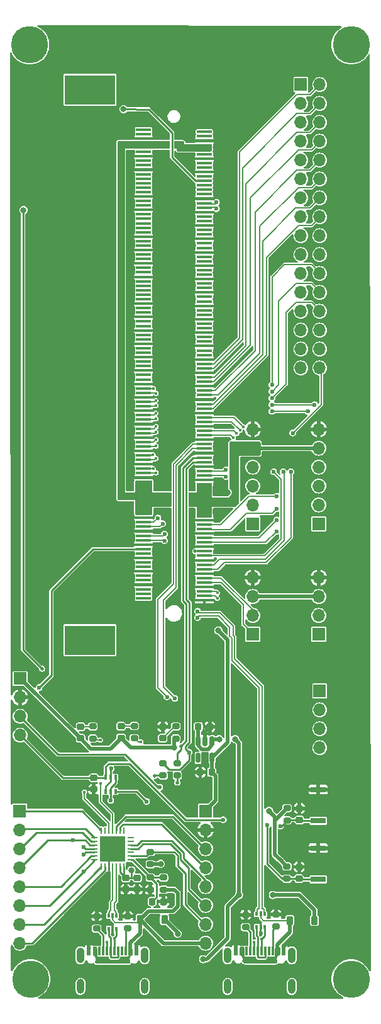
<source format=gbr>
%TF.GenerationSoftware,KiCad,Pcbnew,7.0.8*%
%TF.CreationDate,2024-03-21T14:49:46+01:00*%
%TF.ProjectId,so-dimm-debugger-programmer,736f2d64-696d-46d2-9d64-656275676765,REV.02*%
%TF.SameCoordinates,Original*%
%TF.FileFunction,Copper,L1,Top*%
%TF.FilePolarity,Positive*%
%FSLAX46Y46*%
G04 Gerber Fmt 4.6, Leading zero omitted, Abs format (unit mm)*
G04 Created by KiCad (PCBNEW 7.0.8) date 2024-03-21 14:49:46*
%MOMM*%
%LPD*%
G01*
G04 APERTURE LIST*
G04 Aperture macros list*
%AMRoundRect*
0 Rectangle with rounded corners*
0 $1 Rounding radius*
0 $2 $3 $4 $5 $6 $7 $8 $9 X,Y pos of 4 corners*
0 Add a 4 corners polygon primitive as box body*
4,1,4,$2,$3,$4,$5,$6,$7,$8,$9,$2,$3,0*
0 Add four circle primitives for the rounded corners*
1,1,$1+$1,$2,$3*
1,1,$1+$1,$4,$5*
1,1,$1+$1,$6,$7*
1,1,$1+$1,$8,$9*
0 Add four rect primitives between the rounded corners*
20,1,$1+$1,$2,$3,$4,$5,0*
20,1,$1+$1,$4,$5,$6,$7,0*
20,1,$1+$1,$6,$7,$8,$9,0*
20,1,$1+$1,$8,$9,$2,$3,0*%
G04 Aperture macros list end*
%TA.AperFunction,SMDPad,CuDef*%
%ADD10RoundRect,0.200000X0.275000X-0.200000X0.275000X0.200000X-0.275000X0.200000X-0.275000X-0.200000X0*%
%TD*%
%TA.AperFunction,SMDPad,CuDef*%
%ADD11R,0.375000X0.500000*%
%TD*%
%TA.AperFunction,SMDPad,CuDef*%
%ADD12R,0.300000X0.650000*%
%TD*%
%TA.AperFunction,SMDPad,CuDef*%
%ADD13RoundRect,0.225000X0.225000X0.375000X-0.225000X0.375000X-0.225000X-0.375000X0.225000X-0.375000X0*%
%TD*%
%TA.AperFunction,SMDPad,CuDef*%
%ADD14RoundRect,0.225000X-0.250000X0.225000X-0.250000X-0.225000X0.250000X-0.225000X0.250000X0.225000X0*%
%TD*%
%TA.AperFunction,SMDPad,CuDef*%
%ADD15RoundRect,0.218750X-0.256250X0.218750X-0.256250X-0.218750X0.256250X-0.218750X0.256250X0.218750X0*%
%TD*%
%TA.AperFunction,ComponentPad*%
%ADD16C,0.800000*%
%TD*%
%TA.AperFunction,ComponentPad*%
%ADD17C,5.000000*%
%TD*%
%TA.AperFunction,ComponentPad*%
%ADD18R,1.700000X1.700000*%
%TD*%
%TA.AperFunction,ComponentPad*%
%ADD19O,1.700000X1.700000*%
%TD*%
%TA.AperFunction,SMDPad,CuDef*%
%ADD20RoundRect,0.200000X-0.275000X0.200000X-0.275000X-0.200000X0.275000X-0.200000X0.275000X0.200000X0*%
%TD*%
%TA.AperFunction,SMDPad,CuDef*%
%ADD21R,2.000000X0.800000*%
%TD*%
%TA.AperFunction,SMDPad,CuDef*%
%ADD22RoundRect,0.225000X-0.225000X-0.250000X0.225000X-0.250000X0.225000X0.250000X-0.225000X0.250000X0*%
%TD*%
%TA.AperFunction,SMDPad,CuDef*%
%ADD23RoundRect,0.062500X0.062500X-0.337500X0.062500X0.337500X-0.062500X0.337500X-0.062500X-0.337500X0*%
%TD*%
%TA.AperFunction,SMDPad,CuDef*%
%ADD24RoundRect,0.062500X0.337500X-0.062500X0.337500X0.062500X-0.337500X0.062500X-0.337500X-0.062500X0*%
%TD*%
%TA.AperFunction,SMDPad,CuDef*%
%ADD25R,3.350000X3.350000*%
%TD*%
%TA.AperFunction,SMDPad,CuDef*%
%ADD26RoundRect,0.225000X0.250000X-0.225000X0.250000X0.225000X-0.250000X0.225000X-0.250000X-0.225000X0*%
%TD*%
%TA.AperFunction,SMDPad,CuDef*%
%ADD27RoundRect,0.225000X0.225000X0.250000X-0.225000X0.250000X-0.225000X-0.250000X0.225000X-0.250000X0*%
%TD*%
%TA.AperFunction,SMDPad,CuDef*%
%ADD28R,2.000000X0.350000*%
%TD*%
%TA.AperFunction,SMDPad,CuDef*%
%ADD29R,6.800000X4.000000*%
%TD*%
%TA.AperFunction,SMDPad,CuDef*%
%ADD30R,0.600000X1.150000*%
%TD*%
%TA.AperFunction,SMDPad,CuDef*%
%ADD31R,0.300000X1.150000*%
%TD*%
%TA.AperFunction,ComponentPad*%
%ADD32O,1.050000X2.100000*%
%TD*%
%TA.AperFunction,ComponentPad*%
%ADD33O,1.000000X2.000000*%
%TD*%
%TA.AperFunction,SMDPad,CuDef*%
%ADD34RoundRect,0.150000X-0.150000X0.512500X-0.150000X-0.512500X0.150000X-0.512500X0.150000X0.512500X0*%
%TD*%
%TA.AperFunction,SMDPad,CuDef*%
%ADD35R,0.400000X0.650000*%
%TD*%
%TA.AperFunction,ViaPad*%
%ADD36C,0.800000*%
%TD*%
%TA.AperFunction,ViaPad*%
%ADD37C,0.400000*%
%TD*%
%TA.AperFunction,ViaPad*%
%ADD38C,0.600000*%
%TD*%
%TA.AperFunction,ViaPad*%
%ADD39C,0.500000*%
%TD*%
%TA.AperFunction,ViaPad*%
%ADD40C,0.700000*%
%TD*%
%TA.AperFunction,Conductor*%
%ADD41C,0.500000*%
%TD*%
%TA.AperFunction,Conductor*%
%ADD42C,0.200000*%
%TD*%
%TA.AperFunction,Conductor*%
%ADD43C,0.250000*%
%TD*%
G04 APERTURE END LIST*
D10*
%TO.P,R9,1*%
%TO.N,GND*%
X112830205Y-153973547D03*
%TO.P,R9,2*%
%TO.N,Net-(U4-VBUS)*%
X112830205Y-152323547D03*
%TD*%
D11*
%TO.P,U3,1,I/O1*%
%TO.N,/usb-ports/CP_D+*%
X107212705Y-159205547D03*
D12*
%TO.P,U3,2,GND*%
%TO.N,GND*%
X107750205Y-159280547D03*
D11*
%TO.P,U3,3,I/O2*%
%TO.N,/usb-ports/CP_D-*%
X108287705Y-159205547D03*
%TO.P,U3,4,I/O2*%
%TO.N,/D-*%
X108287705Y-157505547D03*
D12*
%TO.P,U3,5,VBUS*%
%TO.N,VBUS*%
X107750205Y-157430547D03*
D11*
%TO.P,U3,6,I/O1*%
%TO.N,/D+*%
X107212705Y-157505547D03*
%TD*%
D13*
%TO.P,D4,1,K*%
%TO.N,+5V*%
X134926205Y-158101547D03*
%TO.P,D4,2,A*%
%TO.N,/usb-ports/VBUSB*%
X131626205Y-158101547D03*
%TD*%
D14*
%TO.P,C7,1*%
%TO.N,/EN*%
X105210205Y-138911547D03*
%TO.P,C7,2*%
%TO.N,GND*%
X105210205Y-140461547D03*
%TD*%
D15*
%TO.P,D3,1,K*%
%TO.N,Net-(D3-K)*%
X108893205Y-131978047D03*
%TO.P,D3,2,A*%
%TO.N,+3V3*%
X108893205Y-133553047D03*
%TD*%
D16*
%TO.P,H3,1,1*%
%TO.N,unconnected-(H3-Pad1)*%
X139881205Y-164100547D03*
X141207030Y-164649722D03*
X138555380Y-164649722D03*
X141756205Y-165975547D03*
D17*
X139881205Y-165975547D03*
D16*
X138006205Y-165975547D03*
X141207030Y-167301372D03*
X138555380Y-167301372D03*
X139881205Y-167850547D03*
%TD*%
D18*
%TO.P,J10,1,Pin_1*%
%TO.N,/usb-to-uart/GPIO05*%
X95250000Y-143383000D03*
D19*
%TO.P,J10,2,Pin_2*%
%TO.N,/usb-to-uart/GPIO04*%
X95250000Y-145923000D03*
%TO.P,J10,3,Pin_3*%
%TO.N,/usb-to-uart/CTS*%
X95250000Y-148463000D03*
%TO.P,J10,4,Pin_4*%
%TO.N,/usb-to-uart/RTS*%
X95250000Y-151003000D03*
%TO.P,J10,5,Pin_5*%
%TO.N,/usb-to-uart/DSR*%
X95250000Y-153543000D03*
%TO.P,J10,6,Pin_6*%
%TO.N,/usb-to-uart/DTR*%
X95250000Y-156083000D03*
%TO.P,J10,7,Pin_7*%
%TO.N,/usb-to-uart/DCD*%
X95250000Y-158623000D03*
%TO.P,J10,8,Pin_8*%
%TO.N,/usb-to-uart/RI*%
X95250000Y-161163000D03*
%TD*%
D15*
%TO.P,D1,1,K*%
%TO.N,GND*%
X114481205Y-132041047D03*
%TO.P,D1,2,A*%
%TO.N,Net-(D1-A)*%
X114481205Y-133616047D03*
%TD*%
D20*
%TO.P,R12,1*%
%TO.N,/usb-to-uart/~{RST}*%
X112830205Y-148894547D03*
%TO.P,R12,2*%
%TO.N,+3V3*%
X112830205Y-150544547D03*
%TD*%
D21*
%TO.P,SW2,1,1*%
%TO.N,GND*%
X135436205Y-140512047D03*
%TO.P,SW2,2,2*%
%TO.N,/IO0*%
X135436205Y-144703047D03*
%TD*%
D22*
%TO.P,C1,1*%
%TO.N,+5V*%
X119294205Y-132066547D03*
%TO.P,C1,2*%
%TO.N,GND*%
X120844205Y-132066547D03*
%TD*%
D20*
%TO.P,R2,1*%
%TO.N,GND*%
X125656205Y-157340547D03*
%TO.P,R2,2*%
%TO.N,Net-(J6-CC1)*%
X125656205Y-158990547D03*
%TD*%
D23*
%TO.P,U4,1,~{DCD}*%
%TO.N,/usb-to-uart/DCD*%
X106250205Y-150899547D03*
%TO.P,U4,2,~{RI}/CLK*%
%TO.N,/usb-to-uart/RI*%
X106750205Y-150899547D03*
%TO.P,U4,3,GND*%
%TO.N,GND*%
X107250205Y-150899547D03*
%TO.P,U4,4,D+*%
%TO.N,/D+*%
X107750205Y-150899547D03*
%TO.P,U4,5,D-*%
%TO.N,/D-*%
X108250205Y-150899547D03*
%TO.P,U4,6,VDD*%
%TO.N,+3V3*%
X108750205Y-150899547D03*
%TO.P,U4,7,VREGIN*%
X109250205Y-150899547D03*
D24*
%TO.P,U4,8,VBUS*%
%TO.N,Net-(U4-VBUS)*%
X110200205Y-149949547D03*
%TO.P,U4,9,~{RST}*%
%TO.N,/usb-to-uart/~{RST}*%
X110200205Y-149449547D03*
%TO.P,U4,10,NC*%
%TO.N,unconnected-(U4-NC-Pad10)*%
X110200205Y-148949547D03*
%TO.P,U4,11,~{SUSPEND}*%
%TO.N,/usb-to-uart/~{SUSPEND}*%
X110200205Y-148449547D03*
%TO.P,U4,12,SUSPEND*%
%TO.N,/usb-to-uart/SUSPEND*%
X110200205Y-147949547D03*
%TO.P,U4,13,CHREN*%
%TO.N,/usb-to-uart/CHREN*%
X110200205Y-147449547D03*
%TO.P,U4,14,CHR1*%
%TO.N,/usb-to-uart/CHR1*%
X110200205Y-146949547D03*
D23*
%TO.P,U4,15,CHR0*%
%TO.N,/usb-to-uart/CHR0*%
X109250205Y-145999547D03*
%TO.P,U4,16,~{WAKEUP}/GPIO.3*%
%TO.N,/usb-to-uart/GPIO03*%
X108750205Y-145999547D03*
%TO.P,U4,17,RS485/GPIO.2*%
%TO.N,/usb-to-uart/GPIO02*%
X108250205Y-145999547D03*
%TO.P,U4,18,~{RXT}/GPIO.1*%
%TO.N,/usb-to-uart/RXT{slash}GPIO01*%
X107750205Y-145999547D03*
%TO.P,U4,19,~{TXT}/GPIO.0*%
%TO.N,/usb-to-uart/TXT{slash}GPIO00*%
X107250205Y-145999547D03*
%TO.P,U4,20,GPIO.6*%
%TO.N,/usb-to-uart/GPIO06*%
X106750205Y-145999547D03*
%TO.P,U4,21,GPIO.5*%
%TO.N,/usb-to-uart/GPIO05*%
X106250205Y-145999547D03*
D24*
%TO.P,U4,22,GPIO.4*%
%TO.N,/usb-to-uart/GPIO04*%
X105300205Y-146949547D03*
%TO.P,U4,23,~{CTS}*%
%TO.N,/usb-to-uart/CTS*%
X105300205Y-147449547D03*
%TO.P,U4,24,~{RTS}*%
%TO.N,/usb-to-uart/RTS*%
X105300205Y-147949547D03*
%TO.P,U4,25,RXD*%
%TO.N,/usb-to-uart/RXD*%
X105300205Y-148449547D03*
%TO.P,U4,26,TXD*%
%TO.N,/usb-to-uart/TXD*%
X105300205Y-148949547D03*
%TO.P,U4,27,~{DSR}*%
%TO.N,/usb-to-uart/DSR*%
X105300205Y-149449547D03*
%TO.P,U4,28,~{DTR}*%
%TO.N,/usb-to-uart/DTR*%
X105300205Y-149949547D03*
D25*
%TO.P,U4,29,GND*%
%TO.N,GND*%
X107750205Y-148449547D03*
%TD*%
D16*
%TO.P,H2,1,1*%
%TO.N,unconnected-(H2-Pad1)*%
X96574205Y-38497547D03*
X97900030Y-39046722D03*
X95248380Y-39046722D03*
X98449205Y-40372547D03*
D17*
X96574205Y-40372547D03*
D16*
X94699205Y-40372547D03*
X97900030Y-41698372D03*
X95248380Y-41698372D03*
X96574205Y-42247547D03*
%TD*%
D26*
%TO.P,C3,1*%
%TO.N,/EN*%
X132870205Y-152453547D03*
%TO.P,C3,2*%
%TO.N,GND*%
X132870205Y-150903547D03*
%TD*%
D18*
%TO.P,J3,1,Pin_1*%
%TO.N,/SDA0*%
X135509000Y-119634000D03*
D19*
%TO.P,J3,2,Pin_2*%
%TO.N,/SCL0*%
X135509000Y-117094000D03*
%TO.P,J3,3,Pin_3*%
%TO.N,+3V3*%
X135509000Y-114554000D03*
%TO.P,J3,4,Pin_4*%
%TO.N,GND*%
X135509000Y-112014000D03*
%TD*%
D14*
%TO.P,C5,1*%
%TO.N,+3V3*%
X111052205Y-152373547D03*
%TO.P,C5,2*%
%TO.N,GND*%
X111052205Y-153923547D03*
%TD*%
D10*
%TO.P,R10,1*%
%TO.N,/usb-to-uart/TXT{slash}GPIO00*%
X105083205Y-133653547D03*
%TO.P,R10,2*%
%TO.N,Net-(D2-K)*%
X105083205Y-132003547D03*
%TD*%
%TO.P,R6,1*%
%TO.N,/IO0*%
X131245205Y-144639047D03*
%TO.P,R6,2*%
%TO.N,+3V3*%
X131245205Y-142989047D03*
%TD*%
D18*
%TO.P,J8,1,Pin_1*%
%TO.N,/E2_IO1_00*%
X133096000Y-45720000D03*
D19*
%TO.P,J8,2,Pin_2*%
%TO.N,/E2_IO0_01*%
X135636000Y-45720000D03*
%TO.P,J8,3,Pin_3*%
%TO.N,/E2_IO1_01*%
X133096000Y-48260000D03*
%TO.P,J8,4,Pin_4*%
%TO.N,/E2_IO0_00*%
X135636000Y-48260000D03*
%TO.P,J8,5,Pin_5*%
%TO.N,/E2_IO1_02*%
X133096000Y-50800000D03*
%TO.P,J8,6,Pin_6*%
%TO.N,/E1_IO1_03*%
X135636000Y-50800000D03*
%TO.P,J8,7,Pin_7*%
%TO.N,/E2_IO1_03*%
X133096000Y-53340000D03*
%TO.P,J8,8,Pin_8*%
%TO.N,/E1_IO1_02*%
X135636000Y-53340000D03*
%TO.P,J8,9,Pin_9*%
%TO.N,/E2_IO1_04*%
X133096000Y-55880000D03*
%TO.P,J8,10,Pin_10*%
%TO.N,/E1_IO1_01*%
X135636000Y-55880000D03*
%TO.P,J8,11,Pin_11*%
%TO.N,/E2_IO1_05*%
X133096000Y-58420000D03*
%TO.P,J8,12,Pin_12*%
%TO.N,/E1_IO1_00*%
X135636000Y-58420000D03*
%TO.P,J8,13,Pin_13*%
%TO.N,/E2_IO1_06*%
X133096000Y-60960000D03*
%TO.P,J8,14,Pin_14*%
%TO.N,/E1_IO1_04*%
X135636000Y-60960000D03*
%TO.P,J8,15,Pin_15*%
%TO.N,/E2_IO1_07*%
X133096000Y-63500000D03*
%TO.P,J8,16,Pin_16*%
%TO.N,/E1_IO1_05*%
X135636000Y-63500000D03*
%TO.P,J8,17,Pin_17*%
%TO.N,/E2_IO0_07*%
X133096000Y-66040000D03*
%TO.P,J8,18,Pin_18*%
%TO.N,/E1_IO1_06*%
X135636000Y-66040000D03*
%TO.P,J8,19,Pin_19*%
%TO.N,/E2_IO0_06*%
X133096000Y-68580000D03*
%TO.P,J8,20,Pin_20*%
%TO.N,/E1_IO1_07*%
X135636000Y-68580000D03*
%TO.P,J8,21,Pin_21*%
%TO.N,/E2_IO0_05*%
X133096000Y-71120000D03*
%TO.P,J8,22,Pin_22*%
%TO.N,/E1_IO0_05*%
X135636000Y-71120000D03*
%TO.P,J8,23,Pin_23*%
%TO.N,/E2_IO0_04*%
X133096000Y-73660000D03*
%TO.P,J8,24,Pin_24*%
%TO.N,/E1_IO0_04*%
X135636000Y-73660000D03*
%TO.P,J8,25,Pin_25*%
%TO.N,/E2_IO0_03*%
X133096000Y-76200000D03*
%TO.P,J8,26,Pin_26*%
%TO.N,/E1_IO0_03*%
X135636000Y-76200000D03*
%TO.P,J8,27,Pin_27*%
%TO.N,/E2_IO0_02*%
X133096000Y-78740000D03*
%TO.P,J8,28,Pin_28*%
%TO.N,/E1_IO0_02*%
X135636000Y-78740000D03*
%TO.P,J8,29,Pin_29*%
%TO.N,/E1_IO0_07*%
X133096000Y-81280000D03*
%TO.P,J8,30,Pin_30*%
%TO.N,/E1_IO0_01*%
X135636000Y-81280000D03*
%TO.P,J8,31,Pin_31*%
%TO.N,/E1_IO0_06*%
X133096000Y-83820000D03*
%TO.P,J8,32,Pin_32*%
%TO.N,/E1_IO0_00*%
X135636000Y-83820000D03*
%TD*%
D20*
%TO.P,R5,1*%
%TO.N,GND*%
X105591205Y-157530547D03*
%TO.P,R5,2*%
%TO.N,Net-(J7-CC1)*%
X105591205Y-159180547D03*
%TD*%
D27*
%TO.P,C2,1*%
%TO.N,+3V3*%
X121098205Y-138162547D03*
%TO.P,C2,2*%
%TO.N,GND*%
X119548205Y-138162547D03*
%TD*%
D28*
%TO.P,J1,1,1*%
%TO.N,GND*%
X120100205Y-115075547D03*
%TO.P,J1,2,2*%
%TO.N,unconnected-(J1-Pad2)*%
X111900205Y-114775547D03*
%TO.P,J1,3,3*%
%TO.N,/SDA0*%
X120100205Y-114475547D03*
%TO.P,J1,4,4*%
%TO.N,unconnected-(J1-Pad4)*%
X111900205Y-114175547D03*
%TO.P,J1,5,5*%
%TO.N,/SCL0*%
X120100205Y-113875547D03*
%TO.P,J1,6,6*%
%TO.N,unconnected-(J1-Pad6)*%
X111900205Y-113575547D03*
%TO.P,J1,7,7*%
%TO.N,GND*%
X120100205Y-113275547D03*
%TO.P,J1,8,8*%
X111900205Y-112975547D03*
%TO.P,J1,9,9*%
%TO.N,/SDA1*%
X120100205Y-112675547D03*
%TO.P,J1,10,10*%
%TO.N,unconnected-(J1-Pad10)*%
X111900205Y-112375547D03*
%TO.P,J1,11,11*%
%TO.N,/SCL1*%
X120100205Y-112075547D03*
%TO.P,J1,12,12*%
%TO.N,unconnected-(J1-Pad12)*%
X111900205Y-111775547D03*
%TO.P,J1,13,13*%
%TO.N,GND*%
X120100205Y-111475547D03*
%TO.P,J1,14,14*%
X111900205Y-111175547D03*
%TO.P,J1,15,15*%
%TO.N,/E1_IO0_00*%
X120100205Y-110875547D03*
%TO.P,J1,16,16*%
%TO.N,unconnected-(J1-Pad16)*%
X111900205Y-110575547D03*
%TO.P,J1,17,17*%
%TO.N,/E1_IO0_01*%
X120100205Y-110275547D03*
%TO.P,J1,18,18*%
%TO.N,unconnected-(J1-Pad18)*%
X111900205Y-109975547D03*
%TO.P,J1,19,19*%
%TO.N,GND*%
X120100205Y-109675547D03*
%TO.P,J1,20,20*%
X111900205Y-109375547D03*
%TO.P,J1,21,21*%
%TO.N,/E1_IO0_02*%
X120100205Y-109075547D03*
%TO.P,J1,22,22*%
%TO.N,unconnected-(J1-Pad22)*%
X111900205Y-108775547D03*
%TO.P,J1,23,23*%
%TO.N,/E1_IO0_03*%
X120100205Y-108475547D03*
%TO.P,J1,24,24*%
%TO.N,/IO0*%
X111900205Y-108175547D03*
%TO.P,J1,25,25*%
%TO.N,GND*%
X120100205Y-107875547D03*
%TO.P,J1,26,26*%
X111900205Y-107575547D03*
%TO.P,J1,27,27*%
%TO.N,/V0SPI_CS*%
X120100205Y-107275547D03*
%TO.P,J1,28,28*%
%TO.N,/E1_IO0_04*%
X111900205Y-106975547D03*
%TO.P,J1,29,29*%
%TO.N,/V0SPI_MISO*%
X120100205Y-106675547D03*
%TO.P,J1,30,30*%
%TO.N,/E1_IO0_05*%
X111900205Y-106375547D03*
%TO.P,J1,31,31*%
%TO.N,GND*%
X120100205Y-106075547D03*
%TO.P,J1,32,32*%
X111900205Y-105775547D03*
%TO.P,J1,33,33*%
%TO.N,/V0SPI_MOSI*%
X120100205Y-105475547D03*
%TO.P,J1,34,34*%
%TO.N,/E1_IO0_06*%
X111900205Y-105175547D03*
%TO.P,J1,35,35*%
%TO.N,/V0SPI_CLK*%
X120100205Y-104875547D03*
%TO.P,J1,36,36*%
%TO.N,/E1_IO0_07*%
X111900205Y-104575547D03*
%TO.P,J1,37,37*%
%TO.N,GND*%
X120100205Y-104275547D03*
%TO.P,J1,38,38*%
X111900205Y-103975547D03*
%TO.P,J1,39,39*%
%TO.N,+3V3*%
X120100205Y-103675547D03*
%TO.P,J1,40,40*%
X111900205Y-103375547D03*
%TO.P,J1,41,41*%
X120100205Y-99475547D03*
%TO.P,J1,42,42*%
X111900205Y-99175547D03*
%TO.P,J1,43,43*%
%TO.N,GND*%
X120100205Y-98875547D03*
%TO.P,J1,44,44*%
X111900205Y-98575547D03*
%TO.P,J1,45,45*%
%TO.N,/E1_IO1_07*%
X120100205Y-98275547D03*
%TO.P,J1,46,46*%
%TO.N,/E2_IO0_02*%
X111900205Y-97975547D03*
%TO.P,J1,47,47*%
%TO.N,/E1_IO1_06*%
X120100205Y-97675547D03*
%TO.P,J1,48,48*%
%TO.N,/E2_IO0_03*%
X111900205Y-97375547D03*
%TO.P,J1,49,49*%
%TO.N,GND*%
X120100205Y-97075547D03*
%TO.P,J1,50,50*%
X111900205Y-96775547D03*
%TO.P,J1,51,51*%
%TO.N,/TXD_ESP*%
X120100205Y-96475547D03*
%TO.P,J1,52,52*%
%TO.N,/E2_IO0_04*%
X111900205Y-96175547D03*
%TO.P,J1,53,53*%
%TO.N,/RXD_ESP*%
X120100205Y-95875547D03*
%TO.P,J1,54,54*%
%TO.N,/E2_IO0_05*%
X111900205Y-95575547D03*
%TO.P,J1,55,55*%
%TO.N,GND*%
X120100205Y-95275547D03*
%TO.P,J1,56,56*%
X111900205Y-94975547D03*
%TO.P,J1,57,57*%
%TO.N,/GPIO15{slash}RTS*%
X120100205Y-94675547D03*
%TO.P,J1,58,58*%
%TO.N,/E2_IO0_06*%
X111900205Y-94375547D03*
%TO.P,J1,59,59*%
%TO.N,/GPIO16{slash}CTS*%
X120100205Y-94075547D03*
%TO.P,J1,60,60*%
%TO.N,/E2_IO0_07*%
X111900205Y-93775547D03*
%TO.P,J1,61,61*%
%TO.N,GND*%
X120100205Y-93475547D03*
%TO.P,J1,62,62*%
X111900205Y-93175547D03*
%TO.P,J1,63,63*%
%TO.N,/V1SPI_CS*%
X120100205Y-92875547D03*
%TO.P,J1,64,64*%
%TO.N,/E2_IO1_07*%
X111900205Y-92575547D03*
%TO.P,J1,65,65*%
%TO.N,/V1SPI_MISO*%
X120100205Y-92275547D03*
%TO.P,J1,66,66*%
%TO.N,/E2_IO1_06*%
X111900205Y-91975547D03*
%TO.P,J1,67,67*%
%TO.N,GND*%
X120100205Y-91675547D03*
%TO.P,J1,68,68*%
X111900205Y-91375547D03*
%TO.P,J1,69,69*%
%TO.N,/V1SPI_MOSI*%
X120100205Y-91075547D03*
%TO.P,J1,70,70*%
%TO.N,/E2_IO1_05*%
X111900205Y-90775547D03*
%TO.P,J1,71,71*%
%TO.N,/V1SPI_CLK*%
X120100205Y-90475547D03*
%TO.P,J1,72,72*%
%TO.N,/E2_IO1_04*%
X111900205Y-90175547D03*
%TO.P,J1,73,73*%
%TO.N,GND*%
X120100205Y-89875547D03*
%TO.P,J1,74,74*%
X111900205Y-89575547D03*
%TO.P,J1,75,75*%
%TO.N,/E1_IO1_05*%
X120100205Y-89275547D03*
%TO.P,J1,76,76*%
%TO.N,/E2_IO1_03*%
X111900205Y-88975547D03*
%TO.P,J1,77,77*%
%TO.N,/E1_IO1_04*%
X120100205Y-88675547D03*
%TO.P,J1,78,78*%
%TO.N,/E2_IO1_02*%
X111900205Y-88375547D03*
%TO.P,J1,79,79*%
%TO.N,GND*%
X120100205Y-88075547D03*
%TO.P,J1,80,80*%
X111900205Y-87775547D03*
%TO.P,J1,81,81*%
%TO.N,/E1_IO1_00*%
X120100205Y-87475547D03*
%TO.P,J1,82,82*%
%TO.N,/E2_IO1_01*%
X111900205Y-87175547D03*
%TO.P,J1,83,83*%
%TO.N,/E1_IO1_01*%
X120100205Y-86875547D03*
%TO.P,J1,84,84*%
%TO.N,/E2_IO1_00*%
X111900205Y-86575547D03*
%TO.P,J1,85,85*%
%TO.N,GND*%
X120100205Y-86275547D03*
%TO.P,J1,86,86*%
X111900205Y-85975547D03*
%TO.P,J1,87,87*%
%TO.N,/E1_IO1_02*%
X120100205Y-85675547D03*
%TO.P,J1,88,88*%
%TO.N,unconnected-(J1-Pad88)*%
X111900205Y-85375547D03*
%TO.P,J1,89,89*%
%TO.N,/E1_IO1_03*%
X120100205Y-85075547D03*
%TO.P,J1,90,90*%
%TO.N,unconnected-(J1-Pad90)*%
X111900205Y-84775547D03*
%TO.P,J1,91,91*%
%TO.N,GND*%
X120100205Y-84475547D03*
%TO.P,J1,92,92*%
X111900205Y-84175547D03*
%TO.P,J1,93,93*%
%TO.N,/E2_IO0_00*%
X120100205Y-83875547D03*
%TO.P,J1,94,94*%
%TO.N,unconnected-(J1-Pad94)*%
X111900205Y-83575547D03*
%TO.P,J1,95,95*%
%TO.N,/E2_IO0_01*%
X120100205Y-83275547D03*
%TO.P,J1,96,96*%
%TO.N,unconnected-(J1-Pad96)*%
X111900205Y-82975547D03*
%TO.P,J1,97,97*%
%TO.N,GND*%
X120100205Y-82675547D03*
%TO.P,J1,98,98*%
X111900205Y-82375547D03*
%TO.P,J1,99,99*%
%TO.N,unconnected-(J1-Pad99)*%
X120100205Y-82075547D03*
%TO.P,J1,100,100*%
%TO.N,unconnected-(J1-Pad100)*%
X111900205Y-81775547D03*
%TO.P,J1,101,101*%
%TO.N,unconnected-(J1-Pad101)*%
X120100205Y-81475547D03*
%TO.P,J1,102,102*%
%TO.N,unconnected-(J1-Pad102)*%
X111900205Y-81175547D03*
%TO.P,J1,103,103*%
%TO.N,GND*%
X120100205Y-80875547D03*
%TO.P,J1,104,104*%
X111900205Y-80575547D03*
%TO.P,J1,105,105*%
%TO.N,unconnected-(J1-Pad105)*%
X120100205Y-80275547D03*
%TO.P,J1,106,106*%
%TO.N,unconnected-(J1-Pad106)*%
X111900205Y-79975547D03*
%TO.P,J1,107,107*%
%TO.N,unconnected-(J1-Pad107)*%
X120100205Y-79675547D03*
%TO.P,J1,108,108*%
%TO.N,unconnected-(J1-Pad108)*%
X111900205Y-79375547D03*
%TO.P,J1,109,109*%
%TO.N,GND*%
X120100205Y-79075547D03*
%TO.P,J1,110,110*%
X111900205Y-78775547D03*
%TO.P,J1,111,111*%
%TO.N,unconnected-(J1-Pad111)*%
X120100205Y-78475547D03*
%TO.P,J1,112,112*%
%TO.N,unconnected-(J1-Pad112)*%
X111900205Y-78175547D03*
%TO.P,J1,113,113*%
%TO.N,unconnected-(J1-Pad113)*%
X120100205Y-77875547D03*
%TO.P,J1,114,114*%
%TO.N,unconnected-(J1-Pad114)*%
X111900205Y-77575547D03*
%TO.P,J1,115,115*%
%TO.N,GND*%
X120100205Y-77275547D03*
%TO.P,J1,116,116*%
X111900205Y-76975547D03*
%TO.P,J1,117,117*%
%TO.N,unconnected-(J1-Pad117)*%
X120100205Y-76675547D03*
%TO.P,J1,118,118*%
%TO.N,unconnected-(J1-Pad118)*%
X111900205Y-76375547D03*
%TO.P,J1,119,119*%
%TO.N,unconnected-(J1-Pad119)*%
X120100205Y-76075547D03*
%TO.P,J1,120,120*%
%TO.N,unconnected-(J1-Pad120)*%
X111900205Y-75775547D03*
%TO.P,J1,121,121*%
%TO.N,GND*%
X120100205Y-75475547D03*
%TO.P,J1,122,122*%
X111900205Y-75175547D03*
%TO.P,J1,123,123*%
%TO.N,unconnected-(J1-Pad123)*%
X120100205Y-74875547D03*
%TO.P,J1,124,124*%
%TO.N,unconnected-(J1-Pad124)*%
X111900205Y-74575547D03*
%TO.P,J1,125,125*%
%TO.N,unconnected-(J1-Pad125)*%
X120100205Y-74275547D03*
%TO.P,J1,126,126*%
%TO.N,unconnected-(J1-Pad126)*%
X111900205Y-73975547D03*
%TO.P,J1,127,127*%
%TO.N,GND*%
X120100205Y-73675547D03*
%TO.P,J1,128,128*%
%TO.N,unconnected-(J1-Pad128)*%
X111900205Y-73375547D03*
%TO.P,J1,129,129*%
%TO.N,unconnected-(J1-Pad129)*%
X120100205Y-73075547D03*
%TO.P,J1,130,130*%
%TO.N,unconnected-(J1-Pad130)*%
X111900205Y-72775547D03*
%TO.P,J1,131,131*%
%TO.N,unconnected-(J1-Pad131)*%
X120100205Y-72475547D03*
%TO.P,J1,132,132*%
%TO.N,unconnected-(J1-Pad132)*%
X111900205Y-72175547D03*
%TO.P,J1,133,133*%
%TO.N,GND*%
X120100205Y-71875547D03*
%TO.P,J1,134,134*%
X111900205Y-71575547D03*
%TO.P,J1,135,135*%
%TO.N,unconnected-(J1-Pad135)*%
X120100205Y-71275547D03*
%TO.P,J1,136,136*%
%TO.N,unconnected-(J1-Pad136)*%
X111900205Y-70975547D03*
%TO.P,J1,137,137*%
%TO.N,unconnected-(J1-Pad137)*%
X120100205Y-70675547D03*
%TO.P,J1,138,138*%
%TO.N,unconnected-(J1-Pad138)*%
X111900205Y-70375547D03*
%TO.P,J1,139,139*%
%TO.N,GND*%
X120100205Y-70075547D03*
%TO.P,J1,140,140*%
X111900205Y-69775547D03*
%TO.P,J1,141,141*%
%TO.N,unconnected-(J1-Pad141)*%
X120100205Y-69475547D03*
%TO.P,J1,142,142*%
%TO.N,unconnected-(J1-Pad142)*%
X111900205Y-69175547D03*
%TO.P,J1,143,143*%
%TO.N,unconnected-(J1-Pad143)*%
X120100205Y-68875547D03*
%TO.P,J1,144,144*%
%TO.N,unconnected-(J1-Pad144)*%
X111900205Y-68575547D03*
%TO.P,J1,145,145*%
%TO.N,GND*%
X120100205Y-68275547D03*
%TO.P,J1,146,146*%
X111900205Y-67975547D03*
%TO.P,J1,147,147*%
%TO.N,unconnected-(J1-Pad147)*%
X120100205Y-67675547D03*
%TO.P,J1,148,148*%
%TO.N,unconnected-(J1-Pad148)*%
X111900205Y-67375547D03*
%TO.P,J1,149,149*%
%TO.N,unconnected-(J1-Pad149)*%
X120100205Y-67075547D03*
%TO.P,J1,150,150*%
%TO.N,unconnected-(J1-Pad150)*%
X111900205Y-66775547D03*
%TO.P,J1,151,151*%
%TO.N,GND*%
X120100205Y-66475547D03*
%TO.P,J1,152,152*%
X111900205Y-66175547D03*
%TO.P,J1,153,153*%
%TO.N,unconnected-(J1-Pad153)*%
X120100205Y-65875547D03*
%TO.P,J1,154,154*%
%TO.N,unconnected-(J1-Pad154)*%
X111900205Y-65575547D03*
%TO.P,J1,155,155*%
%TO.N,unconnected-(J1-Pad155)*%
X120100205Y-65275547D03*
%TO.P,J1,156,156*%
%TO.N,unconnected-(J1-Pad156)*%
X111900205Y-64975547D03*
%TO.P,J1,157,157*%
%TO.N,GND*%
X120100205Y-64675547D03*
%TO.P,J1,158,158*%
%TO.N,unconnected-(J1-Pad158)*%
X111900205Y-64375547D03*
%TO.P,J1,159,159*%
%TO.N,unconnected-(J1-Pad159)*%
X120100205Y-64075547D03*
%TO.P,J1,160,160*%
%TO.N,unconnected-(J1-Pad160)*%
X111900205Y-63775547D03*
%TO.P,J1,161,161*%
%TO.N,unconnected-(J1-Pad161)*%
X120100205Y-63475547D03*
%TO.P,J1,162,162*%
%TO.N,unconnected-(J1-Pad162)*%
X111900205Y-63175547D03*
%TO.P,J1,163,163*%
%TO.N,GND*%
X120100205Y-62875547D03*
%TO.P,J1,164,164*%
X111900205Y-62575547D03*
%TO.P,J1,165,165*%
%TO.N,/ESP_USB_D+*%
X120100205Y-62275547D03*
%TO.P,J1,166,166*%
%TO.N,unconnected-(J1-Pad166)*%
X111900205Y-61975547D03*
%TO.P,J1,167,167*%
%TO.N,/ESP_USB_D-*%
X120100205Y-61675547D03*
%TO.P,J1,168,168*%
%TO.N,unconnected-(J1-Pad168)*%
X111900205Y-61375547D03*
%TO.P,J1,169,169*%
%TO.N,GND*%
X120100205Y-61075547D03*
%TO.P,J1,170,170*%
X111900205Y-60775547D03*
%TO.P,J1,171,171*%
%TO.N,unconnected-(J1-Pad171)*%
X120100205Y-60475547D03*
%TO.P,J1,172,172*%
%TO.N,unconnected-(J1-Pad172)*%
X111900205Y-60175547D03*
%TO.P,J1,173,173*%
%TO.N,unconnected-(J1-Pad173)*%
X120100205Y-59875547D03*
%TO.P,J1,174,174*%
%TO.N,unconnected-(J1-Pad174)*%
X111900205Y-59575547D03*
%TO.P,J1,175,175*%
%TO.N,unconnected-(J1-Pad175)*%
X120100205Y-59275547D03*
%TO.P,J1,176,176*%
%TO.N,unconnected-(J1-Pad176)*%
X111900205Y-58975547D03*
%TO.P,J1,177,177*%
%TO.N,/EN*%
X120100205Y-58675547D03*
%TO.P,J1,178,178*%
%TO.N,unconnected-(J1-Pad178)*%
X111900205Y-58375547D03*
%TO.P,J1,179,179*%
%TO.N,unconnected-(J1-Pad179)*%
X120100205Y-58075547D03*
%TO.P,J1,180,180*%
%TO.N,unconnected-(J1-Pad180)*%
X111900205Y-57775547D03*
%TO.P,J1,181,181*%
%TO.N,GND*%
X120100205Y-57475547D03*
%TO.P,J1,182,182*%
X111900205Y-57175547D03*
%TO.P,J1,183,183*%
%TO.N,unconnected-(J1-Pad183)*%
X120100205Y-56875547D03*
%TO.P,J1,184,184*%
%TO.N,unconnected-(J1-Pad184)*%
X111900205Y-56575547D03*
%TO.P,J1,185,185*%
%TO.N,unconnected-(J1-Pad185)*%
X120100205Y-56275547D03*
%TO.P,J1,186,186*%
%TO.N,unconnected-(J1-Pad186)*%
X111900205Y-55975547D03*
%TO.P,J1,187,187*%
%TO.N,GND*%
X120100205Y-55675547D03*
%TO.P,J1,188,188*%
X111900205Y-55375547D03*
%TO.P,J1,189,189*%
%TO.N,unconnected-(J1-Pad189)*%
X120100205Y-55075547D03*
%TO.P,J1,190,190*%
%TO.N,unconnected-(J1-Pad190)*%
X111900205Y-54775547D03*
%TO.P,J1,191,191*%
%TO.N,+3V3*%
X120100205Y-54475547D03*
%TO.P,J1,192,192*%
X111900205Y-54175547D03*
%TO.P,J1,193,193*%
X120100205Y-53875547D03*
%TO.P,J1,194,194*%
X111900205Y-53575547D03*
%TO.P,J1,195,195*%
%TO.N,GND*%
X120100205Y-53275547D03*
%TO.P,J1,196,196*%
X111900205Y-52975547D03*
%TO.P,J1,197,197*%
%TO.N,unconnected-(J1-Pad197)*%
X120100205Y-52675547D03*
%TO.P,J1,198,198*%
%TO.N,unconnected-(J1-Pad198)*%
X111900205Y-52375547D03*
%TO.P,J1,199,199*%
%TO.N,unconnected-(J1-Pad199)*%
X120100205Y-52075547D03*
%TO.P,J1,200,200*%
%TO.N,unconnected-(J1-Pad200)*%
X111900205Y-51775547D03*
D29*
%TO.P,J1,MP1,MP1*%
%TO.N,unconnected-(J1-PadMP1)*%
X104700205Y-120425547D03*
%TO.P,J1,MP2,MP2*%
%TO.N,unconnected-(J1-PadMP2)*%
X104700205Y-46425547D03*
%TD*%
D20*
%TO.P,R8,1*%
%TO.N,Net-(U4-VBUS)*%
X114608205Y-152323547D03*
%TO.P,R8,2*%
%TO.N,VBUS*%
X114608205Y-153973547D03*
%TD*%
D16*
%TO.P,H1,1,1*%
%TO.N,unconnected-(H1-Pad1)*%
X96701205Y-164100547D03*
X98027030Y-164649722D03*
X95375380Y-164649722D03*
X98576205Y-165975547D03*
D17*
X96701205Y-165975547D03*
D16*
X94826205Y-165975547D03*
X98027030Y-167301372D03*
X95375380Y-167301372D03*
X96701205Y-167850547D03*
%TD*%
D20*
%TO.P,R7,1*%
%TO.N,GND*%
X109782205Y-157530547D03*
%TO.P,R7,2*%
%TO.N,Net-(J7-CC2)*%
X109782205Y-159180547D03*
%TD*%
D26*
%TO.P,C4,1*%
%TO.N,/IO0*%
X132896205Y-144589047D03*
%TO.P,C4,2*%
%TO.N,GND*%
X132896205Y-143039047D03*
%TD*%
D18*
%TO.P,J13,1,Pin_1*%
%TO.N,+3V3*%
X95300800Y-125577600D03*
D19*
%TO.P,J13,2,Pin_2*%
%TO.N,GND*%
X95300800Y-128117600D03*
%TO.P,J13,3,Pin_3*%
%TO.N,/IO0*%
X95300800Y-130657600D03*
%TO.P,J13,4,Pin_4*%
%TO.N,/EN*%
X95300800Y-133197600D03*
%TD*%
D15*
%TO.P,D2,1,K*%
%TO.N,Net-(D2-K)*%
X103432205Y-132041047D03*
%TO.P,D2,2,A*%
%TO.N,+3V3*%
X103432205Y-133616047D03*
%TD*%
D18*
%TO.P,J9,1,Pin_1*%
%TO.N,/GPIO16{slash}CTS*%
X135636000Y-127254000D03*
D19*
%TO.P,J9,2,Pin_2*%
%TO.N,/GPIO15{slash}RTS*%
X135636000Y-129794000D03*
%TO.P,J9,3,Pin_3*%
%TO.N,/RXD_ESP*%
X135636000Y-132334000D03*
%TO.P,J9,4,Pin_4*%
%TO.N,/TXD_ESP*%
X135636000Y-134874000D03*
%TD*%
D14*
%TO.P,C6,1*%
%TO.N,+3V3*%
X109528205Y-152373547D03*
%TO.P,C6,2*%
%TO.N,GND*%
X109528205Y-153923547D03*
%TD*%
D18*
%TO.P,J2,1,Pin_1*%
%TO.N,/V1SPI_CS*%
X126619000Y-104775000D03*
D19*
%TO.P,J2,2,Pin_2*%
%TO.N,/V1SPI_MISO*%
X126619000Y-102235000D03*
%TO.P,J2,3,Pin_3*%
%TO.N,/V1SPI_MOSI*%
X126619000Y-99695000D03*
%TO.P,J2,4,Pin_4*%
%TO.N,/V1SPI_CLK*%
X126619000Y-97155000D03*
%TO.P,J2,5,Pin_5*%
%TO.N,+3V3*%
X126619000Y-94615000D03*
%TO.P,J2,6,Pin_6*%
%TO.N,GND*%
X126619000Y-92075000D03*
%TD*%
D10*
%TO.P,R11,1*%
%TO.N,/usb-to-uart/RXT{slash}GPIO01*%
X110671205Y-133590547D03*
%TO.P,R11,2*%
%TO.N,Net-(D3-K)*%
X110671205Y-131940547D03*
%TD*%
D30*
%TO.P,J6,A1_B12,GND*%
%TO.N,GND*%
X124358800Y-162224600D03*
%TO.P,J6,A4_B9,VBUS*%
%TO.N,/usb-ports/VBUSB*%
X125158800Y-162224600D03*
D31*
%TO.P,J6,A5,CC1*%
%TO.N,Net-(J6-CC1)*%
X126308800Y-162224600D03*
%TO.P,J6,A6,DP1*%
%TO.N,/usb-ports/USB_D+*%
X127308800Y-162224600D03*
%TO.P,J6,A7,DN1*%
%TO.N,/usb-ports/USB_D-*%
X127808800Y-162224600D03*
%TO.P,J6,A8,SBU1*%
%TO.N,unconnected-(J6-SBU1-PadA8)*%
X128808800Y-162224600D03*
D30*
%TO.P,J6,B1_A12,GND*%
%TO.N,GND*%
X130758800Y-162224600D03*
%TO.P,J6,B4_A9,VBUS*%
%TO.N,/usb-ports/VBUSB*%
X129958800Y-162224600D03*
D31*
%TO.P,J6,B5,CC2*%
%TO.N,Net-(J6-CC2)*%
X129308800Y-162224600D03*
%TO.P,J6,B6,DP2*%
%TO.N,/usb-ports/USB_D+*%
X128308800Y-162224600D03*
%TO.P,J6,B7,DN2*%
%TO.N,/usb-ports/USB_D-*%
X126808800Y-162224600D03*
%TO.P,J6,B8,SBU2*%
%TO.N,unconnected-(J6-SBU2-PadB8)*%
X125808800Y-162224600D03*
D32*
%TO.P,J6,S1,SHELL_GND*%
%TO.N,unconnected-(J6-SHELL_GND-PadS1)*%
X123238800Y-162799600D03*
D33*
%TO.P,J6,S2,SHELL_GND*%
%TO.N,unconnected-(J6-SHELL_GND-PadS2)*%
X123238800Y-166979600D03*
%TO.P,J6,S3,SHELL_GND*%
%TO.N,unconnected-(J6-SHELL_GND-PadS3)*%
X131878800Y-166979600D03*
D32*
%TO.P,J6,S4,SHELL_GND*%
%TO.N,unconnected-(J6-SHELL_GND-PadS4)*%
X131878800Y-162799600D03*
%TD*%
D10*
%TO.P,R3,1*%
%TO.N,/EN*%
X131219205Y-152503547D03*
%TO.P,R3,2*%
%TO.N,+3V3*%
X131219205Y-150853547D03*
%TD*%
D18*
%TO.P,J12,1,Pin_1*%
%TO.N,/V0SPI_CS*%
X135509000Y-104775000D03*
D19*
%TO.P,J12,2,Pin_2*%
%TO.N,/V0SPI_MISO*%
X135509000Y-102235000D03*
%TO.P,J12,3,Pin_3*%
%TO.N,/V0SPI_MOSI*%
X135509000Y-99695000D03*
%TO.P,J12,4,Pin_4*%
%TO.N,/V0SPI_CLK*%
X135509000Y-97155000D03*
%TO.P,J12,5,Pin_5*%
%TO.N,+3V3*%
X135509000Y-94615000D03*
%TO.P,J12,6,Pin_6*%
%TO.N,GND*%
X135509000Y-92075000D03*
%TD*%
D20*
%TO.P,R14,1*%
%TO.N,/TXD_ESP*%
X114554000Y-136970000D03*
%TO.P,R14,2*%
%TO.N,/usb-to-uart/RXD*%
X114554000Y-138620000D03*
%TD*%
%TO.P,R13,1*%
%TO.N,/RXD_ESP*%
X116459000Y-136970000D03*
%TO.P,R13,2*%
%TO.N,/usb-to-uart/TXD*%
X116459000Y-138620000D03*
%TD*%
D13*
%TO.P,D5,1,K*%
%TO.N,+5V*%
X114733205Y-157974547D03*
%TO.P,D5,2,A*%
%TO.N,VBUS*%
X111433205Y-157974547D03*
%TD*%
D34*
%TO.P,U1,1,VIN*%
%TO.N,+5V*%
X121146205Y-133977047D03*
%TO.P,U1,2,GND*%
%TO.N,GND*%
X120196205Y-133977047D03*
%TO.P,U1,3,EN*%
%TO.N,+5V*%
X119246205Y-133977047D03*
%TO.P,U1,4,NC*%
%TO.N,unconnected-(U1-NC-Pad4)*%
X119246205Y-136252047D03*
%TO.P,U1,5,VOUT*%
%TO.N,+3V3*%
X121146205Y-136252047D03*
%TD*%
D18*
%TO.P,J5,1,Pin_1*%
%TO.N,+3V3*%
X120269000Y-143383000D03*
D19*
%TO.P,J5,2,Pin_2*%
%TO.N,GND*%
X120269000Y-145923000D03*
%TO.P,J5,3,Pin_3*%
%TO.N,/usb-to-uart/GPIO02*%
X120269000Y-148463000D03*
%TO.P,J5,4,Pin_4*%
%TO.N,/usb-to-uart/GPIO03*%
X120269000Y-151003000D03*
%TO.P,J5,5,Pin_5*%
%TO.N,/usb-to-uart/SUSPEND*%
X120269000Y-153543000D03*
%TO.P,J5,6,Pin_6*%
%TO.N,/usb-to-uart/~{SUSPEND}*%
X120269000Y-156083000D03*
%TO.P,J5,7,Pin_7*%
%TO.N,/usb-to-uart/~{RST}*%
X120269000Y-158623000D03*
%TO.P,J5,8,Pin_8*%
%TO.N,VBUS*%
X120269000Y-161163000D03*
%TD*%
D11*
%TO.P,U2,1,I/O1*%
%TO.N,/usb-ports/USB_D+*%
X127150705Y-158951547D03*
D12*
%TO.P,U2,2,GND*%
%TO.N,GND*%
X127688205Y-159026547D03*
D11*
%TO.P,U2,3,I/O2*%
%TO.N,/usb-ports/USB_D-*%
X128225705Y-158951547D03*
%TO.P,U2,4,I/O2*%
%TO.N,/ESP_USB_D-*%
X128225705Y-157251547D03*
D12*
%TO.P,U2,5,VBUS*%
%TO.N,/usb-ports/VBUSB*%
X127688205Y-157176547D03*
D11*
%TO.P,U2,6,I/O1*%
%TO.N,/ESP_USB_D+*%
X127150705Y-157251547D03*
%TD*%
D22*
%TO.P,C8,1*%
%TO.N,Net-(U4-VBUS)*%
X113084205Y-155561547D03*
%TO.P,C8,2*%
%TO.N,GND*%
X114634205Y-155561547D03*
%TD*%
D21*
%TO.P,SW1,1,1*%
%TO.N,GND*%
X135436205Y-148386047D03*
%TO.P,SW1,2,2*%
%TO.N,/EN*%
X135436205Y-152577047D03*
%TD*%
D18*
%TO.P,J4,1,Pin_1*%
%TO.N,/SDA1*%
X126619000Y-119634000D03*
D19*
%TO.P,J4,2,Pin_2*%
%TO.N,/SCL1*%
X126619000Y-117094000D03*
%TO.P,J4,3,Pin_3*%
%TO.N,+3V3*%
X126619000Y-114554000D03*
%TO.P,J4,4,Pin_4*%
%TO.N,GND*%
X126619000Y-112014000D03*
%TD*%
D35*
%TO.P,Q1,1,E1*%
%TO.N,/usb-to-uart/DTR*%
X108146205Y-138863547D03*
%TO.P,Q1,2,B1*%
%TO.N,/usb-to-uart/RTS*%
X107496205Y-138863547D03*
%TO.P,Q1,3,C2*%
%TO.N,/EN*%
X106846205Y-138863547D03*
%TO.P,Q1,4,E2*%
%TO.N,/usb-to-uart/RTS*%
X106846205Y-140763547D03*
%TO.P,Q1,5,B2*%
%TO.N,/usb-to-uart/DTR*%
X107496205Y-140763547D03*
%TO.P,Q1,6,C1*%
%TO.N,/IO0*%
X108146205Y-140763547D03*
%TD*%
D20*
%TO.P,R4,1*%
%TO.N,GND*%
X129720205Y-157276547D03*
%TO.P,R4,2*%
%TO.N,Net-(J6-CC2)*%
X129720205Y-158926547D03*
%TD*%
%TO.P,R1,1*%
%TO.N,Net-(D1-A)*%
X116259205Y-132003547D03*
%TO.P,R1,2*%
%TO.N,+3V3*%
X116259205Y-133653547D03*
%TD*%
D30*
%TO.P,J7,A1_B12,GND*%
%TO.N,GND*%
X104544800Y-162224600D03*
%TO.P,J7,A4_B9,VBUS*%
%TO.N,VBUS*%
X105344800Y-162224600D03*
D31*
%TO.P,J7,A5,CC1*%
%TO.N,Net-(J7-CC1)*%
X106494800Y-162224600D03*
%TO.P,J7,A6,DP1*%
%TO.N,/usb-ports/CP_D+*%
X107494800Y-162224600D03*
%TO.P,J7,A7,DN1*%
%TO.N,/usb-ports/CP_D-*%
X107994800Y-162224600D03*
%TO.P,J7,A8,SBU1*%
%TO.N,unconnected-(J7-SBU1-PadA8)*%
X108994800Y-162224600D03*
D30*
%TO.P,J7,B1_A12,GND*%
%TO.N,GND*%
X110944800Y-162224600D03*
%TO.P,J7,B4_A9,VBUS*%
%TO.N,VBUS*%
X110144800Y-162224600D03*
D31*
%TO.P,J7,B5,CC2*%
%TO.N,Net-(J7-CC2)*%
X109494800Y-162224600D03*
%TO.P,J7,B6,DP2*%
%TO.N,/usb-ports/CP_D+*%
X108494800Y-162224600D03*
%TO.P,J7,B7,DN2*%
%TO.N,/usb-ports/CP_D-*%
X106994800Y-162224600D03*
%TO.P,J7,B8,SBU2*%
%TO.N,unconnected-(J7-SBU2-PadB8)*%
X105994800Y-162224600D03*
D32*
%TO.P,J7,S1,SHELL_GND*%
%TO.N,unconnected-(J7-SHELL_GND-PadS1)*%
X103424800Y-162799600D03*
D33*
%TO.P,J7,S2,SHELL_GND*%
%TO.N,unconnected-(J7-SHELL_GND-PadS2)*%
X103424800Y-166979600D03*
%TO.P,J7,S3,SHELL_GND*%
%TO.N,unconnected-(J7-SHELL_GND-PadS3)*%
X112064800Y-166979600D03*
D32*
%TO.P,J7,S4,SHELL_GND*%
%TO.N,unconnected-(J7-SHELL_GND-PadS4)*%
X112064800Y-162799600D03*
%TD*%
D16*
%TO.P,H4,1,1*%
%TO.N,unconnected-(H4-Pad1)*%
X139881205Y-38497547D03*
X141207030Y-39046722D03*
X138555380Y-39046722D03*
X141756205Y-40372547D03*
D17*
X139881205Y-40372547D03*
D16*
X138006205Y-40372547D03*
X141207030Y-41698372D03*
X138555380Y-41698372D03*
X139881205Y-42247547D03*
%TD*%
D36*
%TO.N,+5V*%
X124260205Y-133717547D03*
X116513205Y-159879547D03*
X129340205Y-154672547D03*
X124768205Y-154672547D03*
X119942205Y-163308547D03*
X122101206Y-133717546D03*
D37*
%TO.N,/SDA0*%
X121847205Y-114794547D03*
%TO.N,/SCL0*%
X121847205Y-114032547D03*
D38*
%TO.N,/V0SPI_CS*%
X129848205Y-105777547D03*
%TO.N,/E1_IO0_00*%
X131753205Y-97776547D03*
X132007205Y-92569547D03*
%TO.N,/E1_IO0_01*%
X130737205Y-97776547D03*
%TO.N,/V0SPI_MISO*%
X129848205Y-104253547D03*
%TO.N,/V0SPI_MOSI*%
X129848205Y-102729547D03*
%TO.N,/E1_IO0_02*%
X129421455Y-97776547D03*
%TO.N,/E1_IO0_03*%
X129213205Y-87870547D03*
D39*
X118872000Y-108475547D03*
D38*
%TO.N,/V0SPI_CLK*%
X129848205Y-101078547D03*
D37*
%TO.N,/V1SPI_CS*%
X124006205Y-93204547D03*
%TO.N,/V1SPI_MISO*%
X124450705Y-92633047D03*
%TO.N,/V1SPI_MOSI*%
X124903705Y-92199486D03*
D38*
%TO.N,/E1_IO0_04*%
X129213205Y-86981547D03*
X114735205Y-107047547D03*
D37*
%TO.N,/V1SPI_CLK*%
X125339705Y-91744047D03*
D38*
%TO.N,/E1_IO0_05*%
X129213205Y-86092547D03*
X114735205Y-106158547D03*
%TO.N,/ESP_USB_D+*%
X119180205Y-117378547D03*
X121730859Y-62400547D03*
%TO.N,/ESP_USB_D-*%
X119180205Y-116528547D03*
X121730859Y-61550547D03*
%TO.N,/E1_IO0_06*%
X114481205Y-104761547D03*
%TO.N,/E1_IO0_07*%
X113846205Y-103999547D03*
D37*
%TO.N,/usb-ports/USB_D-*%
X127808800Y-160558704D03*
X126796800Y-160985200D03*
D38*
%TO.N,/E1_IO1_07*%
X122990205Y-98411547D03*
X134039205Y-89648547D03*
X129213205Y-89648547D03*
D37*
%TO.N,/E2_IO0_02*%
X113592205Y-97903547D03*
D38*
%TO.N,/E1_IO1_06*%
X122990205Y-97522547D03*
X134928205Y-88759547D03*
X129213205Y-88759547D03*
D37*
%TO.N,/E2_IO0_03*%
X113231205Y-97375547D03*
%TO.N,/usb-ports/CP_D-*%
X106984800Y-160985200D03*
X108030403Y-160479243D03*
%TO.N,/E2_IO0_04*%
X113592205Y-95998547D03*
%TO.N,/E2_IO0_05*%
X113190076Y-95511676D03*
%TO.N,/E2_IO0_06*%
X113601358Y-94337000D03*
D38*
%TO.N,/GPIO15{slash}RTS*%
X116132205Y-128256547D03*
D37*
%TO.N,/E2_IO0_07*%
X113592205Y-93458547D03*
D38*
%TO.N,/usb-to-uart/DTR*%
X103813205Y-151497547D03*
X107496205Y-141972547D03*
D37*
%TO.N,/E2_IO1_07*%
X113592205Y-92442547D03*
D38*
%TO.N,/usb-to-uart/RTS*%
X102416205Y-147306547D03*
X107531842Y-137678060D03*
D37*
%TO.N,/E2_IO1_06*%
X113592205Y-91680547D03*
D38*
%TO.N,/GPIO16{slash}CTS*%
X115073294Y-128045458D03*
D37*
%TO.N,/usb-to-uart/TXT{slash}GPIO00*%
X106099205Y-133844547D03*
X103940205Y-140829547D03*
%TO.N,/usb-to-uart/RXT{slash}GPIO01*%
X106099205Y-139686547D03*
X111560205Y-134098547D03*
%TO.N,/E2_IO1_05*%
X113592205Y-90664547D03*
%TO.N,/E2_IO1_04*%
X113562273Y-89902547D03*
%TO.N,/E2_IO1_03*%
X113592205Y-88886547D03*
%TO.N,/E2_IO1_02*%
X113568902Y-88203449D03*
%TO.N,/E2_IO1_01*%
X113592205Y-87235547D03*
%TO.N,/E2_IO1_00*%
X113236205Y-86575547D03*
D36*
%TO.N,+3V3*%
X115243205Y-100951547D03*
X118399206Y-101078547D03*
X128832205Y-143369547D03*
X118399206Y-101967547D03*
X116640205Y-53834547D03*
X114862205Y-53834547D03*
X114227205Y-150481547D03*
X115243205Y-101967547D03*
X110290205Y-151370547D03*
X116005205Y-134860547D03*
X121979205Y-119117547D03*
D38*
%TO.N,GND*%
X110417205Y-156069547D03*
D36*
X118418205Y-138543547D03*
D38*
X106099205Y-154164547D03*
X107750205Y-148449547D03*
X111052205Y-155434547D03*
X106861205Y-152640547D03*
X110417205Y-155434547D03*
X104702205Y-161137600D03*
D39*
X131216400Y-161290000D03*
D40*
X118414800Y-140716000D03*
X121158000Y-129540000D03*
D38*
X106099205Y-153402547D03*
D40*
X121158000Y-130454400D03*
X120396000Y-140716000D03*
D38*
X111687205Y-155434547D03*
X111687205Y-156069547D03*
D37*
X127689205Y-160006547D03*
D38*
X106861205Y-154164547D03*
D40*
X119380000Y-140716000D03*
D38*
X105210205Y-141591547D03*
D39*
X124155200Y-161137600D03*
D38*
X106861205Y-153402547D03*
D37*
X107750205Y-160006547D03*
D38*
X109782205Y-155434547D03*
D36*
X115497205Y-155053547D03*
D38*
X111052205Y-156069547D03*
X111052205Y-161264600D03*
X109782205Y-156069547D03*
D36*
X123244205Y-100570547D03*
D39*
%TO.N,/EN*%
X98247200Y-124256800D03*
D36*
X95758000Y-62611000D03*
X109220000Y-49022000D03*
D38*
X122656205Y-144559547D03*
X128578205Y-145274547D03*
%TO.N,/IO0*%
X112322205Y-142099547D03*
X130356205Y-145401547D03*
X97840800Y-126796800D03*
X114100205Y-140194547D03*
%TO.N,/TXD_ESP*%
X118037205Y-135495547D03*
D39*
%TO.N,/RXD_ESP*%
X116942204Y-134670047D03*
D38*
%TO.N,/usb-to-uart/TXD*%
X103813205Y-149211547D03*
D39*
X116459000Y-139573000D03*
%TO.N,/usb-to-uart/RXD*%
X113411000Y-138684000D03*
D38*
X103813205Y-148195547D03*
%TD*%
D41*
%TO.N,+5V*%
X121405706Y-133717546D02*
X122101206Y-133717546D01*
X116513205Y-159879547D02*
X116513205Y-159754547D01*
X132895205Y-154672547D02*
X129340205Y-154672547D01*
X121146205Y-133977047D02*
X121405706Y-133717546D01*
X124768205Y-134225547D02*
X124768205Y-154672547D01*
X116513205Y-159754547D02*
X114733205Y-157974547D01*
X119942205Y-163308547D02*
X120450205Y-163308547D01*
X119246205Y-133977047D02*
X119246205Y-132114547D01*
X119246205Y-133977047D02*
X119246205Y-134538075D01*
X124260205Y-133717547D02*
X124768205Y-134225547D01*
X123244205Y-160514547D02*
X123244205Y-156196547D01*
X119797677Y-135089547D02*
X120594733Y-135089547D01*
X121146205Y-134538075D02*
X121146205Y-133977047D01*
X119246205Y-132114547D02*
X119294205Y-132066547D01*
X120450205Y-163308547D02*
X123244205Y-160514547D01*
X120594733Y-135089547D02*
X121146205Y-134538075D01*
X119246205Y-134538075D02*
X119797677Y-135089547D01*
X134926205Y-158101547D02*
X134926205Y-156703547D01*
X134926205Y-156703547D02*
X132895205Y-154672547D01*
X123244205Y-156196547D02*
X124768205Y-154672547D01*
D42*
%TO.N,/usb-ports/VBUSB*%
X127688205Y-157751547D02*
X128038205Y-158101547D01*
D41*
X131626205Y-159682195D02*
X131626205Y-158101547D01*
X129958800Y-161349600D02*
X131626205Y-159682195D01*
D42*
X128038205Y-158101547D02*
X131626205Y-158101547D01*
X127688205Y-157176547D02*
X127688205Y-157751547D01*
D41*
X129958800Y-162224600D02*
X129958800Y-161349600D01*
D43*
%TO.N,Net-(U4-VBUS)*%
X110200205Y-149949547D02*
X110456205Y-149949547D01*
X113084205Y-155561547D02*
X113690400Y-154955352D01*
X110456205Y-149949547D02*
X112830205Y-152323547D01*
X113690400Y-153183742D02*
X112830205Y-152323547D01*
X112830205Y-152323547D02*
X114608205Y-152323547D01*
X113690400Y-154955352D02*
X113690400Y-153183742D01*
D42*
%TO.N,Net-(D1-A)*%
X114481205Y-133616047D02*
X116093705Y-132003547D01*
X116093705Y-132003547D02*
X116259205Y-132003547D01*
%TO.N,/SDA0*%
X120100205Y-114475547D02*
X121528205Y-114475547D01*
X121528205Y-114475547D02*
X121847205Y-114794547D01*
%TO.N,/SCL0*%
X121690205Y-113875547D02*
X121847205Y-114032547D01*
X120100205Y-113875547D02*
X121690205Y-113875547D01*
%TO.N,/SDA1*%
X125349000Y-118296342D02*
X126673205Y-119620547D01*
X125349000Y-115646200D02*
X125349000Y-118296342D01*
X122378347Y-112675547D02*
X125349000Y-115646200D01*
X120100205Y-112675547D02*
X122378347Y-112675547D01*
%TO.N,/SCL1*%
X120100205Y-112075547D02*
X122337147Y-112075547D01*
X122337147Y-112075547D02*
X126673205Y-116411605D01*
X126673205Y-116411605D02*
X126673205Y-117080547D01*
%TO.N,/V0SPI_CS*%
X120100205Y-107275547D02*
X128350205Y-107275547D01*
X128350205Y-107275547D02*
X129848205Y-105777547D01*
%TO.N,/E1_IO0_00*%
X121890053Y-110875547D02*
X122789200Y-109976400D01*
X122789200Y-109976400D02*
X128430312Y-109976400D01*
X131753205Y-106653507D02*
X131753205Y-97776547D01*
X135817205Y-83913547D02*
X135710205Y-83806547D01*
X132007205Y-92569547D02*
X135817205Y-88759547D01*
X135817205Y-88759547D02*
X135817205Y-83913547D01*
X120100205Y-110875547D02*
X121890053Y-110875547D01*
X128430312Y-109976400D02*
X131753205Y-106653507D01*
%TO.N,/E1_IO0_01*%
X130847206Y-97886548D02*
X130737205Y-97776547D01*
X128316932Y-109524800D02*
X130847206Y-106994526D01*
X122163952Y-109524800D02*
X128316932Y-109524800D01*
X120100205Y-110275547D02*
X121413205Y-110275547D01*
X121413205Y-110275547D02*
X122163952Y-109524800D01*
X130847206Y-106994526D02*
X130847206Y-97886548D01*
%TO.N,/V0SPI_MISO*%
X120100205Y-106675547D02*
X127426205Y-106675547D01*
X127426205Y-106675547D02*
X129848205Y-104253547D01*
%TO.N,/V0SPI_MOSI*%
X120100205Y-105475547D02*
X120100205Y-105554547D01*
X129206205Y-103371547D02*
X129848205Y-102729547D01*
X125783205Y-103371547D02*
X129206205Y-103371547D01*
X123600205Y-105554547D02*
X125783205Y-103371547D01*
X120100205Y-105554547D02*
X123600205Y-105554547D01*
%TO.N,/E1_IO0_02*%
X120100205Y-109075547D02*
X128201205Y-109075547D01*
X130447705Y-98802797D02*
X129421455Y-97776547D01*
X130447705Y-106829047D02*
X130447705Y-98802797D01*
X128201205Y-109075547D02*
X130447705Y-106829047D01*
%TO.N,/E1_IO0_03*%
X132453859Y-75036547D02*
X134560205Y-75036547D01*
X134560205Y-75036547D02*
X135710205Y-76186547D01*
X131118205Y-85965547D02*
X131118205Y-76372201D01*
X118872000Y-108475547D02*
X120100205Y-108475547D01*
X129213205Y-87870547D02*
X131118205Y-85965547D01*
X131118205Y-76372201D02*
X132453859Y-75036547D01*
%TO.N,/V0SPI_CLK*%
X126106053Y-101071547D02*
X129841205Y-101071547D01*
X129841205Y-101071547D02*
X129848205Y-101078547D01*
X120100205Y-104875547D02*
X122302053Y-104875547D01*
X122302053Y-104875547D02*
X126106053Y-101071547D01*
%TO.N,/V1SPI_CS*%
X120100205Y-92875547D02*
X123677205Y-92875547D01*
X123677205Y-92875547D02*
X124006205Y-93204547D01*
%TO.N,/V1SPI_MISO*%
X124093205Y-92275547D02*
X124450705Y-92633047D01*
X120100205Y-92275547D02*
X124093205Y-92275547D01*
%TO.N,/V1SPI_MOSI*%
X120100205Y-91075547D02*
X123779766Y-91075547D01*
X123779766Y-91075547D02*
X124903705Y-92199486D01*
%TO.N,/E1_IO0_04*%
X130102205Y-86092547D02*
X130102205Y-74848201D01*
X114663205Y-106975547D02*
X114735205Y-107047547D01*
X134560205Y-72496547D02*
X135710205Y-73646547D01*
X130102205Y-74848201D02*
X132453859Y-72496547D01*
X111900205Y-106975547D02*
X114663205Y-106975547D01*
X129213205Y-86981547D02*
X130102205Y-86092547D01*
X132453859Y-72496547D02*
X134560205Y-72496547D01*
%TO.N,/V1SPI_CLK*%
X120100205Y-90475547D02*
X124071205Y-90475547D01*
X124071205Y-90475547D02*
X125339705Y-91744047D01*
%TO.N,/E1_IO0_05*%
X111900205Y-106375547D02*
X114518205Y-106375547D01*
X129213205Y-86092547D02*
X129213205Y-71614547D01*
X134560205Y-69956547D02*
X135710205Y-71106547D01*
X114518205Y-106375547D02*
X114735205Y-106158547D01*
X129213205Y-71614547D02*
X130871205Y-69956547D01*
X130871205Y-69956547D02*
X134560205Y-69956547D01*
%TO.N,/ESP_USB_D+*%
X123793706Y-120154936D02*
X123527205Y-119888435D01*
X127150705Y-157251547D02*
X127238205Y-157164047D01*
X122008006Y-117178548D02*
X119380204Y-117178548D01*
X119380204Y-117178548D02*
X119180205Y-117378547D01*
X123527205Y-118697747D02*
X122008006Y-117178548D01*
X127238205Y-157164047D02*
X127238205Y-156551547D01*
X120175204Y-62200548D02*
X121530860Y-62200548D01*
X121530860Y-62200548D02*
X121730859Y-62400547D01*
X127463204Y-156551547D02*
X127463204Y-126824746D01*
X127238205Y-156551547D02*
X127463204Y-156551547D01*
X123527205Y-119888435D02*
X123527205Y-118697747D01*
X123793706Y-123155248D02*
X123793706Y-120154936D01*
X120100205Y-62275547D02*
X120175204Y-62200548D01*
X127463204Y-126824746D02*
X123793706Y-123155248D01*
%TO.N,/ESP_USB_D-*%
X122194404Y-116728546D02*
X119380204Y-116728546D01*
X124193207Y-119989457D02*
X123977205Y-119773455D01*
X127913206Y-156551547D02*
X127913206Y-126638348D01*
X124193207Y-122918349D02*
X124193207Y-119989457D01*
X123977205Y-119773455D02*
X123977205Y-118511347D01*
X128225705Y-157251547D02*
X128138205Y-157164047D01*
X128138205Y-156551547D02*
X127913206Y-156551547D01*
X127913206Y-126638348D02*
X124193207Y-122918349D01*
X128138205Y-157164047D02*
X128138205Y-156551547D01*
X120175204Y-61750546D02*
X121530860Y-61750546D01*
X120100205Y-61675547D02*
X120175204Y-61750546D01*
X121530860Y-61750546D02*
X121730859Y-61550547D01*
X123977205Y-118511347D02*
X122194404Y-116728546D01*
X119380204Y-116728546D02*
X119180205Y-116528547D01*
%TO.N,Net-(D2-K)*%
X103432205Y-132041047D02*
X105045705Y-132041047D01*
X105045705Y-132041047D02*
X105083205Y-132003547D01*
%TO.N,/E1_IO0_06*%
X114481205Y-104761547D02*
X114067205Y-105175547D01*
X114067205Y-105175547D02*
X111900205Y-105175547D01*
%TO.N,Net-(D3-K)*%
X108930705Y-131940547D02*
X108893205Y-131978047D01*
X110671205Y-131940547D02*
X108930705Y-131940547D01*
%TO.N,/E1_IO0_07*%
X113846205Y-103999547D02*
X113270205Y-104575547D01*
X113270205Y-104575547D02*
X111900205Y-104575547D01*
D43*
%TO.N,Net-(J6-CC1)*%
X126308800Y-159643142D02*
X125656205Y-158990547D01*
X126308800Y-162224600D02*
X126308800Y-159643142D01*
%TO.N,/usb-ports/USB_D-*%
X127808800Y-160558704D02*
X128225705Y-160141799D01*
X128225705Y-160141799D02*
X128225705Y-158951547D01*
X126808800Y-160997200D02*
X126796800Y-160985200D01*
X127808800Y-162224600D02*
X127808800Y-160558704D01*
X126808800Y-162224600D02*
X126808800Y-160997200D01*
%TO.N,/usb-ports/USB_D+*%
X128308800Y-162224600D02*
X128308800Y-163049600D01*
X127308800Y-160297894D02*
X127150705Y-160139799D01*
X128308800Y-163049600D02*
X128283800Y-163074600D01*
X127308800Y-163049600D02*
X127308800Y-162224600D01*
X127333800Y-163074600D02*
X127308800Y-163049600D01*
X127150705Y-160139799D02*
X127150705Y-158951547D01*
X128283800Y-163074600D02*
X127333800Y-163074600D01*
X127308800Y-162224600D02*
X127308800Y-160297894D01*
%TO.N,Net-(J6-CC2)*%
X129308800Y-159337952D02*
X129720205Y-158926547D01*
X129308800Y-162224600D02*
X129308800Y-159337952D01*
D42*
%TO.N,/E1_IO1_07*%
X120100205Y-98275547D02*
X122854205Y-98275547D01*
X122854205Y-98275547D02*
X122990205Y-98411547D01*
X134039205Y-89648547D02*
X129213205Y-89648547D01*
%TO.N,/E2_IO0_02*%
X111900205Y-97975547D02*
X113520205Y-97975547D01*
X113520205Y-97975547D02*
X113592205Y-97903547D01*
%TO.N,/E1_IO1_06*%
X134928205Y-88759547D02*
X129213205Y-88759547D01*
X120100205Y-97675547D02*
X122837205Y-97675547D01*
X122837205Y-97675547D02*
X122990205Y-97522547D01*
%TO.N,/E2_IO0_03*%
X113231205Y-97375547D02*
X111900205Y-97375547D01*
D43*
%TO.N,/usb-ports/CP_D-*%
X108000205Y-162224600D02*
X108000205Y-160428299D01*
X108287705Y-160140799D02*
X108287705Y-159205547D01*
X107000205Y-162224600D02*
X107000205Y-161000605D01*
X108000205Y-160428299D02*
X108287705Y-160140799D01*
X107000205Y-161000605D02*
X106984800Y-160985200D01*
D42*
%TO.N,/E2_IO0_04*%
X113415205Y-96175547D02*
X113592205Y-95998547D01*
X111900205Y-96175547D02*
X113415205Y-96175547D01*
D43*
%TO.N,/usb-ports/CP_D+*%
X108500205Y-162224600D02*
X108500205Y-163049600D01*
X107500205Y-163049600D02*
X107500205Y-162224600D01*
X107500205Y-160428299D02*
X107212705Y-160140799D01*
X107500205Y-162224600D02*
X107500205Y-160428299D01*
X107525205Y-163074600D02*
X107500205Y-163049600D01*
X108475205Y-163074600D02*
X107525205Y-163074600D01*
X107212705Y-160140799D02*
X107212705Y-159205547D01*
X108500205Y-163049600D02*
X108475205Y-163074600D01*
D42*
%TO.N,/E2_IO0_05*%
X113126205Y-95575547D02*
X111900205Y-95575547D01*
X113190076Y-95511676D02*
X113126205Y-95575547D01*
D43*
%TO.N,Net-(J7-CC1)*%
X106500205Y-160089547D02*
X105591205Y-159180547D01*
X106500205Y-162224600D02*
X106500205Y-160089547D01*
%TO.N,Net-(J7-CC2)*%
X109500205Y-162224600D02*
X109500205Y-159462547D01*
X109500205Y-159462547D02*
X109782205Y-159180547D01*
D42*
%TO.N,/E2_IO0_06*%
X113562811Y-94375547D02*
X113601358Y-94337000D01*
X111900205Y-94375547D02*
X113562811Y-94375547D01*
%TO.N,/GPIO15{slash}RTS*%
X118532053Y-94675547D02*
X116275600Y-96932000D01*
X114608205Y-126732547D02*
X116132205Y-128256547D01*
X116275600Y-96932000D02*
X116275600Y-113381152D01*
X114608205Y-115048547D02*
X114608205Y-126732547D01*
X116275600Y-113381152D02*
X114608205Y-115048547D01*
X120100205Y-94675547D02*
X118532053Y-94675547D01*
%TO.N,/E2_IO0_07*%
X111900205Y-93775547D02*
X113275205Y-93775547D01*
X113275205Y-93775547D02*
X113592205Y-93458547D01*
D43*
%TO.N,/usb-to-uart/DTR*%
X99241205Y-156069547D02*
X103813205Y-151497547D01*
X95329205Y-156084547D02*
X95344205Y-156069547D01*
X107496205Y-140238547D02*
X107496205Y-140763547D01*
X108146205Y-139588547D02*
X107496205Y-140238547D01*
X105300205Y-150010547D02*
X103813205Y-151497547D01*
X95344205Y-156069547D02*
X99241205Y-156069547D01*
X107496205Y-141972547D02*
X107496205Y-140763547D01*
X105300205Y-149949547D02*
X105300205Y-150010547D01*
X108146205Y-138863547D02*
X108146205Y-139588547D01*
D42*
%TO.N,/E2_IO1_07*%
X111900205Y-92575547D02*
X113459205Y-92575547D01*
X113459205Y-92575547D02*
X113592205Y-92442547D01*
D43*
%TO.N,/usb-to-uart/RTS*%
X99027205Y-147306547D02*
X95329205Y-151004547D01*
X107496205Y-139388547D02*
X107496205Y-138863547D01*
X106846205Y-140038547D02*
X107496205Y-139388547D01*
X104074159Y-147306547D02*
X102416205Y-147306547D01*
X107496205Y-138863547D02*
X107496205Y-137713697D01*
X99027205Y-147306547D02*
X102416205Y-147306547D01*
X107496205Y-137713697D02*
X107531842Y-137678060D01*
X104717159Y-147949547D02*
X104074159Y-147306547D01*
X105300205Y-147949547D02*
X104717159Y-147949547D01*
X106846205Y-140763547D02*
X106846205Y-140038547D01*
D42*
%TO.N,/E2_IO1_06*%
X113297205Y-91975547D02*
X113592205Y-91680547D01*
X111900205Y-91975547D02*
X113297205Y-91975547D01*
%TO.N,/GPIO16{slash}CTS*%
X113846205Y-114921547D02*
X113846205Y-126818369D01*
X120100205Y-94075547D02*
X118573253Y-94075547D01*
X115925600Y-96723200D02*
X115925600Y-112842152D01*
X115925600Y-112842152D02*
X113846205Y-114921547D01*
X113846205Y-126818369D02*
X115073294Y-128045458D01*
X118573253Y-94075547D02*
X115925600Y-96723200D01*
%TO.N,/usb-to-uart/TXT{slash}GPIO00*%
X105274205Y-133844547D02*
X105083205Y-133653547D01*
X106099205Y-133844547D02*
X105274205Y-133844547D01*
X107250205Y-145028547D02*
X103940205Y-141718547D01*
X107250205Y-145999547D02*
X107250205Y-145028547D01*
X103940205Y-141718547D02*
X103940205Y-140829547D01*
%TO.N,/usb-to-uart/RXT{slash}GPIO01*%
X111179205Y-134098547D02*
X110671205Y-133590547D01*
X107750205Y-145999547D02*
X107750205Y-143750547D01*
X107750205Y-143750547D02*
X106099205Y-142099547D01*
X106099205Y-142099547D02*
X106099205Y-139686547D01*
X111560205Y-134098547D02*
X111179205Y-134098547D01*
%TO.N,/E2_IO1_05*%
X111900205Y-90775547D02*
X113481205Y-90775547D01*
X113481205Y-90775547D02*
X113592205Y-90664547D01*
%TO.N,/E2_IO1_04*%
X111900205Y-90175547D02*
X113289273Y-90175547D01*
X113289273Y-90175547D02*
X113562273Y-89902547D01*
D43*
%TO.N,/usb-to-uart/DCD*%
X106250205Y-150899547D02*
X98525205Y-158624547D01*
X98525205Y-158624547D02*
X95329205Y-158624547D01*
D42*
%TO.N,/E1_IO1_05*%
X134560694Y-64636058D02*
X132762694Y-64636058D01*
X128451205Y-68947547D02*
X128451205Y-82098569D01*
X121274227Y-89275547D02*
X120100205Y-89275547D01*
X132762694Y-64636058D02*
X128451205Y-68947547D01*
X135710205Y-63486547D02*
X134560694Y-64636058D01*
X128451205Y-82098569D02*
X121274227Y-89275547D01*
%TO.N,/E2_IO1_03*%
X113503205Y-88975547D02*
X113592205Y-88886547D01*
X111900205Y-88975547D02*
X113503205Y-88975547D01*
%TO.N,/E1_IO1_04*%
X121309233Y-88675547D02*
X120100205Y-88675547D01*
X132394716Y-62337036D02*
X127943205Y-66788547D01*
X127943205Y-82041575D02*
X121309233Y-88675547D01*
X135710205Y-60946547D02*
X134319716Y-62337036D01*
X134319716Y-62337036D02*
X132394716Y-62337036D01*
X127943205Y-66788547D02*
X127943205Y-82041575D01*
%TO.N,/E2_IO1_02*%
X111900205Y-88375547D02*
X113396804Y-88375547D01*
X113396804Y-88375547D02*
X113568902Y-88203449D01*
D43*
%TO.N,/usb-to-uart/RI*%
X106750205Y-151346875D02*
X96932533Y-161164547D01*
X96932533Y-161164547D02*
X95329205Y-161164547D01*
X106750205Y-150899547D02*
X106750205Y-151346875D01*
D42*
%TO.N,/E1_IO1_00*%
X121944239Y-87475547D02*
X120100205Y-87475547D01*
X135710205Y-58406547D02*
X134560694Y-59556058D01*
X127543694Y-64775058D02*
X127543694Y-81876092D01*
X134560694Y-59556058D02*
X132762694Y-59556058D01*
X132762694Y-59556058D02*
X127543694Y-64775058D01*
X127543694Y-81876092D02*
X121944239Y-87475547D01*
%TO.N,/E2_IO1_01*%
X113532205Y-87175547D02*
X113592205Y-87235547D01*
X111900205Y-87175547D02*
X113532205Y-87175547D01*
%TO.N,/E1_IO1_01*%
X134319716Y-57257036D02*
X132521716Y-57257036D01*
X126927205Y-62851547D02*
X126927205Y-81505195D01*
X132521716Y-57257036D02*
X126927205Y-62851547D01*
X135710205Y-55866547D02*
X134319716Y-57257036D01*
X126927205Y-81505195D02*
X121556853Y-86875547D01*
X121556853Y-86875547D02*
X120100205Y-86875547D01*
%TO.N,/E2_IO1_00*%
X113236205Y-86575547D02*
X111900205Y-86575547D01*
D43*
%TO.N,/usb-to-uart/~{SUSPEND}*%
X111179909Y-148449547D02*
X111814909Y-147814547D01*
X117978715Y-153867057D02*
X120196205Y-156084547D01*
X116912706Y-149935068D02*
X117978715Y-151001077D01*
X117978715Y-151001077D02*
X117978715Y-153867057D01*
X111814909Y-147814547D02*
X115554185Y-147814547D01*
X115554185Y-147814547D02*
X116912706Y-149173068D01*
X116912706Y-149173068D02*
X116912706Y-149935068D01*
X110200205Y-148449547D02*
X111179909Y-148449547D01*
%TO.N,/usb-to-uart/SUSPEND*%
X115669654Y-147365036D02*
X117312207Y-149007589D01*
X120196205Y-152653587D02*
X120196205Y-153544547D01*
X111044205Y-147949547D02*
X111628716Y-147365036D01*
X110200205Y-147949547D02*
X111044205Y-147949547D01*
X117312207Y-149007589D02*
X117312207Y-149769589D01*
X117312207Y-149769589D02*
X120196205Y-152653587D01*
X111628716Y-147365036D02*
X115669654Y-147365036D01*
D42*
%TO.N,/E1_IO1_02*%
X126292205Y-80717795D02*
X121334453Y-85675547D01*
X135710205Y-53326547D02*
X134560694Y-54476058D01*
X121334453Y-85675547D02*
X120100205Y-85675547D01*
X134560694Y-54476058D02*
X132762694Y-54476058D01*
X132762694Y-54476058D02*
X126292205Y-60946547D01*
X126292205Y-60946547D02*
X126292205Y-80717795D01*
%TO.N,/E1_IO1_03*%
X121426453Y-85075547D02*
X120100205Y-85075547D01*
X135710205Y-50786547D02*
X134319716Y-52177036D01*
X132521716Y-52177036D02*
X125657205Y-59041547D01*
X125657205Y-80844795D02*
X121426453Y-85075547D01*
X134319716Y-52177036D02*
X132521716Y-52177036D01*
X125657205Y-59041547D02*
X125657205Y-80844795D01*
%TO.N,/E2_IO0_00*%
X125257694Y-79974306D02*
X121356453Y-83875547D01*
X125257694Y-56923731D02*
X125257694Y-79974306D01*
X132544389Y-49637036D02*
X125257694Y-56923731D01*
X121356453Y-83875547D02*
X120100205Y-83875547D01*
X134319716Y-49637036D02*
X132544389Y-49637036D01*
X135710205Y-48246547D02*
X134319716Y-49637036D01*
%TO.N,/E2_IO0_01*%
X124858183Y-79815017D02*
X121397653Y-83275547D01*
X124858183Y-54760569D02*
X124858183Y-79815017D01*
X134319716Y-47097036D02*
X132521716Y-47097036D01*
X135710205Y-45706547D02*
X134319716Y-47097036D01*
X121397653Y-83275547D02*
X120100205Y-83275547D01*
X132521716Y-47097036D02*
X124858183Y-54760569D01*
D43*
%TO.N,/usb-to-uart/GPIO03*%
X108750205Y-145551539D02*
X109154197Y-145147547D01*
X114339205Y-145147547D02*
X120196205Y-151004547D01*
X109154197Y-145147547D02*
X114339205Y-145147547D01*
X108750205Y-145999547D02*
X108750205Y-145551539D01*
%TO.N,/usb-to-uart/GPIO02*%
X109534507Y-144131547D02*
X115863205Y-144131547D01*
X108250205Y-145999547D02*
X108250205Y-145415849D01*
X108250205Y-145415849D02*
X109534507Y-144131547D01*
X115863205Y-144131547D02*
X120196205Y-148464547D01*
%TO.N,/usb-to-uart/GPIO05*%
X106250205Y-145999547D02*
X103635205Y-143384547D01*
X103635205Y-143384547D02*
X95329205Y-143384547D01*
%TO.N,/usb-to-uart/GPIO04*%
X104133205Y-145782547D02*
X95471205Y-145782547D01*
X95471205Y-145782547D02*
X95329205Y-145924547D01*
X105300205Y-146949547D02*
X104133205Y-145782547D01*
%TO.N,/usb-to-uart/CTS*%
X103693877Y-146290547D02*
X97503205Y-146290547D01*
X105300205Y-147449547D02*
X104852877Y-147449547D01*
X97503205Y-146290547D02*
X95329205Y-148464547D01*
X104852877Y-147449547D02*
X103693877Y-146290547D01*
%TO.N,/usb-to-uart/DSR*%
X100757877Y-153544547D02*
X95329205Y-153544547D01*
X105300205Y-149449547D02*
X104852877Y-149449547D01*
X104852877Y-149449547D02*
X100757877Y-153544547D01*
D41*
%TO.N,+3V3*%
X126693205Y-94601547D02*
X135456205Y-94601547D01*
X121146205Y-138114547D02*
X121098205Y-138162547D01*
X103432205Y-133616047D02*
X95405705Y-125589547D01*
X129594205Y-149211547D02*
X129594205Y-144640047D01*
X95405705Y-125589547D02*
X95304205Y-125589547D01*
X123244205Y-120382547D02*
X121979205Y-119117547D01*
X121146205Y-136252047D02*
X123244205Y-134154047D01*
X116259205Y-133653547D02*
X116005205Y-133907547D01*
X107458705Y-134987547D02*
X104803705Y-134987547D01*
X121593205Y-138657547D02*
X121098205Y-138162547D01*
X104803705Y-134987547D02*
X103432205Y-133616047D01*
X126492000Y-114554000D02*
X135509000Y-114554000D01*
X121146205Y-136252047D02*
X121146205Y-138114547D01*
D43*
X109528205Y-152373547D02*
X110277205Y-152373547D01*
X110277205Y-152373547D02*
X111052205Y-152373547D01*
D41*
X108893205Y-133553047D02*
X107458705Y-134987547D01*
X123244205Y-134154047D02*
X123244205Y-120382547D01*
X121593205Y-141987547D02*
X121593205Y-138657547D01*
X129594205Y-144640047D02*
X131245205Y-142989047D01*
X112830205Y-150544547D02*
X114164205Y-150544547D01*
D43*
X108750205Y-150899547D02*
X108750205Y-151595547D01*
D41*
X108893205Y-133553047D02*
X110200705Y-134860547D01*
X130320685Y-149938027D02*
X129594205Y-149211547D01*
D43*
X108750205Y-151595547D02*
X109528205Y-152373547D01*
D41*
X129594205Y-144131547D02*
X128832205Y-143369547D01*
X130320685Y-149955027D02*
X130320685Y-149938027D01*
X116005205Y-133907547D02*
X116005205Y-134860547D01*
X110200705Y-134860547D02*
X116005205Y-134860547D01*
D43*
X110277205Y-152373547D02*
X110277205Y-151383547D01*
D41*
X131219205Y-150853547D02*
X130320685Y-149955027D01*
D43*
X109250205Y-150899547D02*
X109250205Y-152095547D01*
D41*
X120196205Y-143384547D02*
X121593205Y-141987547D01*
D43*
X110277205Y-151383547D02*
X110290205Y-151370547D01*
D41*
X129594205Y-144640047D02*
X129594205Y-144131547D01*
X114164205Y-150544547D02*
X114227205Y-150481547D01*
D43*
X109250205Y-152095547D02*
X109528205Y-152373547D01*
%TO.N,GND*%
X104550205Y-162351600D02*
X104550205Y-161289600D01*
D41*
X114634205Y-155561547D02*
X114989205Y-155561547D01*
D43*
X124358800Y-161341200D02*
X124155200Y-161137600D01*
X130758800Y-161747600D02*
X131216400Y-161290000D01*
D42*
X127688205Y-160005547D02*
X127689205Y-160006547D01*
D41*
X120196205Y-132714547D02*
X120844205Y-132066547D01*
X118799205Y-138162547D02*
X118418205Y-138543547D01*
D43*
X110950205Y-162351600D02*
X110950205Y-161366600D01*
X105210205Y-140461547D02*
X105210205Y-141591547D01*
X109782205Y-157530547D02*
X109782205Y-156069547D01*
D42*
X127688205Y-159026547D02*
X127688205Y-160005547D01*
D41*
X119548205Y-138162547D02*
X118799205Y-138162547D01*
D43*
X107250205Y-148949547D02*
X107750205Y-148449547D01*
D41*
X114989205Y-155561547D02*
X115497205Y-155053547D01*
D43*
X110950205Y-162013547D02*
X111052205Y-161911547D01*
X130758800Y-162224600D02*
X130758800Y-161747600D01*
X124358800Y-162224600D02*
X124358800Y-161341200D01*
X107250205Y-150899547D02*
X107250205Y-148949547D01*
D42*
X107750205Y-159280547D02*
X107750205Y-160006547D01*
D41*
X120196205Y-133977047D02*
X120196205Y-132714547D01*
D43*
X107250205Y-150899547D02*
X107250205Y-152251547D01*
X104550205Y-161936547D02*
X104702205Y-161784547D01*
X107250205Y-152251547D02*
X106861205Y-152640547D01*
%TO.N,/EN*%
X95671752Y-62611000D02*
X95758000Y-62611000D01*
X117576205Y-144559547D02*
X110036205Y-137019547D01*
X95685205Y-121694805D02*
X95685205Y-62597547D01*
X101014747Y-138911547D02*
X95300800Y-133197600D01*
X95685205Y-62597547D02*
X95671752Y-62611000D01*
X135436205Y-152577047D02*
X132993705Y-152577047D01*
X107242205Y-137019547D02*
X106846205Y-137415547D01*
X132993705Y-152577047D02*
X132870205Y-152453547D01*
X132870205Y-152453547D02*
X131269205Y-152453547D01*
X130600205Y-152503547D02*
X128578205Y-150481547D01*
X110036205Y-137019547D02*
X107242205Y-137019547D01*
X109232205Y-49050547D02*
X109220000Y-49022000D01*
X112618205Y-49050547D02*
X115751205Y-52183547D01*
X118941205Y-58675547D02*
X120100205Y-58675547D01*
X131219205Y-152503547D02*
X130600205Y-152503547D01*
X131269205Y-152453547D02*
X131219205Y-152503547D01*
X105210205Y-138911547D02*
X101014747Y-138911547D01*
X115751205Y-55485547D02*
X118941205Y-58675547D01*
X106846205Y-137415547D02*
X106846205Y-138863547D01*
X122656205Y-144559547D02*
X117576205Y-144559547D01*
X109220000Y-49022000D02*
X112618205Y-49050547D01*
X115751205Y-52183547D02*
X115751205Y-55485547D01*
X105210205Y-138911547D02*
X106798205Y-138911547D01*
X98247200Y-124256800D02*
X95685205Y-121694805D01*
X128578205Y-150481547D02*
X128578205Y-145274547D01*
X95177205Y-133336547D02*
X95304205Y-133209547D01*
X95758000Y-62611000D02*
X95758000Y-62524752D01*
X106798205Y-138911547D02*
X106846205Y-138863547D01*
D42*
%TO.N,VBUS*%
X107750205Y-157430547D02*
X107750205Y-158005547D01*
D41*
X114608205Y-153973547D02*
X116068205Y-153973547D01*
X114623205Y-161164547D02*
X111433205Y-157974547D01*
X111433205Y-159841600D02*
X111433205Y-157974547D01*
X120196205Y-161164547D02*
X114623205Y-161164547D01*
X116513205Y-154418547D02*
X116513205Y-156196547D01*
D42*
X111052205Y-158355547D02*
X111433205Y-157974547D01*
X107750205Y-158005547D02*
X108100205Y-158355547D01*
D41*
X116513205Y-156196547D02*
X115878205Y-156831547D01*
X115878205Y-156831547D02*
X112576205Y-156831547D01*
X110150205Y-162224600D02*
X110150205Y-161124600D01*
X112576205Y-156831547D02*
X111433205Y-157974547D01*
X110150205Y-161124600D02*
X111433205Y-159841600D01*
D42*
X108100205Y-158355547D02*
X111052205Y-158355547D01*
D41*
X116068205Y-153973547D02*
X116513205Y-154418547D01*
D43*
%TO.N,/IO0*%
X99495205Y-125142395D02*
X99495205Y-113778547D01*
X131295205Y-144589047D02*
X131245205Y-144639047D01*
X131245205Y-144639047D02*
X130482705Y-145401547D01*
X105098205Y-108175547D02*
X111900205Y-108175547D01*
X135436205Y-144703047D02*
X133010205Y-144703047D01*
X99495205Y-113778547D02*
X105098205Y-108175547D01*
X133010205Y-144703047D02*
X132896205Y-144589047D01*
X110986205Y-140763547D02*
X108146205Y-140763547D01*
X100409205Y-135774547D02*
X95304205Y-130669547D01*
X132896205Y-144589047D02*
X131295205Y-144589047D01*
X113847601Y-140194547D02*
X114100205Y-140194547D01*
X112322205Y-142099547D02*
X110986205Y-140763547D01*
X130482705Y-145401547D02*
X130356205Y-145401547D01*
X109427601Y-135774547D02*
X100409205Y-135774547D01*
X109427601Y-135774547D02*
X113847601Y-140194547D01*
X97840800Y-126796800D02*
X99495205Y-125142395D01*
D42*
%TO.N,/D+*%
X107212705Y-157130546D02*
X107300694Y-157042557D01*
X107775204Y-155345348D02*
X107775204Y-150924546D01*
X107300694Y-156806036D02*
X107525205Y-156806036D01*
X107525205Y-155595347D02*
X107775204Y-155345348D01*
X107525205Y-156806036D02*
X107525205Y-155595347D01*
X107750205Y-150899547D02*
X107775204Y-150924546D01*
X107300694Y-157042557D02*
X107300694Y-156806036D01*
X107212705Y-157505547D02*
X107212705Y-157130546D01*
%TO.N,/D-*%
X108250205Y-150899547D02*
X108225206Y-150924546D01*
X108199716Y-157042557D02*
X108199716Y-156806036D01*
X108287705Y-157505547D02*
X108287705Y-157130546D01*
X107975205Y-156806036D02*
X107975205Y-155781747D01*
X108225206Y-155531746D02*
X108225206Y-150924546D01*
X108287705Y-157130546D02*
X108199716Y-157042557D01*
X107975205Y-155781747D02*
X108225206Y-155531746D01*
X108199716Y-156806036D02*
X107975205Y-156806036D01*
D43*
%TO.N,/TXD_ESP*%
X117674706Y-114931506D02*
X118105706Y-115362506D01*
X118105706Y-115362506D02*
X118105706Y-134142235D01*
X118567739Y-96475547D02*
X117674706Y-97368580D01*
X117566704Y-135025046D02*
X118037205Y-135495547D01*
X120100205Y-96475547D02*
X118567739Y-96475547D01*
X118105706Y-134142235D02*
X117566704Y-134681237D01*
X116780751Y-137795000D02*
X118037205Y-136538546D01*
X114554000Y-136970000D02*
X115379000Y-137795000D01*
X117674706Y-97368580D02*
X117674706Y-114931506D01*
X118037205Y-136538546D02*
X118037205Y-135495547D01*
X117566704Y-134681237D02*
X117566704Y-135025046D01*
X115379000Y-137795000D02*
X116780751Y-137795000D01*
%TO.N,/RXD_ESP*%
X116459000Y-135636000D02*
X116942204Y-135152796D01*
X118602053Y-95875547D02*
X117225205Y-97252395D01*
X116942204Y-135152796D02*
X116942204Y-134670047D01*
X117656205Y-133956046D02*
X116942204Y-134670047D01*
X117225205Y-97252395D02*
X117225205Y-115091605D01*
X117656205Y-115522605D02*
X117656205Y-133956046D01*
X117225205Y-115091605D02*
X117656205Y-115522605D01*
X120100205Y-95875547D02*
X118602053Y-95875547D01*
X116459000Y-136970000D02*
X116459000Y-135636000D01*
%TO.N,/usb-to-uart/~{RST}*%
X116069205Y-148894547D02*
X116513205Y-149338547D01*
X117529205Y-151751547D02*
X117529205Y-155957547D01*
X116513205Y-149338547D02*
X116513205Y-150735547D01*
X112830205Y-148894547D02*
X116069205Y-148894547D01*
X112275205Y-149449547D02*
X112830205Y-148894547D01*
X117529205Y-155957547D02*
X120196205Y-158624547D01*
X110200205Y-149449547D02*
X112275205Y-149449547D01*
X116513205Y-150735547D02*
X117529205Y-151751547D01*
%TO.N,/usb-to-uart/TXD*%
X116459000Y-138620000D02*
X116459000Y-139573000D01*
X105300205Y-148949547D02*
X104075205Y-148949547D01*
X104075205Y-148949547D02*
X103813205Y-149211547D01*
%TO.N,/usb-to-uart/RXD*%
X104067205Y-148449547D02*
X103813205Y-148195547D01*
X114554000Y-138620000D02*
X113475000Y-138620000D01*
X105300205Y-148449547D02*
X104067205Y-148449547D01*
X113475000Y-138620000D02*
X113411000Y-138684000D01*
%TD*%
%TA.AperFunction,Conductor*%
%TO.N,VBUS*%
G36*
X105525353Y-161774022D02*
G01*
X105557639Y-161780443D01*
X105580304Y-161784952D01*
X105606978Y-161796000D01*
X105647389Y-161823002D01*
X105667802Y-161843415D01*
X105681828Y-161864406D01*
X105694300Y-161905518D01*
X105694300Y-162814419D01*
X105703033Y-162858322D01*
X105718205Y-162881028D01*
X105718205Y-162915600D01*
X105747515Y-162915600D01*
X105786078Y-162941367D01*
X105829980Y-162950100D01*
X105829981Y-162950100D01*
X106159619Y-162950100D01*
X106159620Y-162950100D01*
X106203522Y-162941367D01*
X106203684Y-162941258D01*
X106203929Y-162941198D01*
X106210256Y-162938578D01*
X106210659Y-162939551D01*
X106252849Y-162929223D01*
X106279240Y-162938828D01*
X106279344Y-162938578D01*
X106285083Y-162940955D01*
X106285914Y-162941257D01*
X106286078Y-162941367D01*
X106329980Y-162950100D01*
X106329981Y-162950100D01*
X106659619Y-162950100D01*
X106659620Y-162950100D01*
X106703522Y-162941367D01*
X106703684Y-162941258D01*
X106703929Y-162941198D01*
X106710256Y-162938578D01*
X106710659Y-162939551D01*
X106752849Y-162929223D01*
X106779240Y-162938828D01*
X106779344Y-162938578D01*
X106785083Y-162940955D01*
X106785914Y-162941257D01*
X106786078Y-162941367D01*
X106829980Y-162950100D01*
X106829981Y-162950100D01*
X107148931Y-162950100D01*
X107196497Y-162967413D01*
X107221807Y-163011250D01*
X107221509Y-163038534D01*
X107219308Y-163049600D01*
X107224705Y-163076732D01*
X107224705Y-163076733D01*
X107240690Y-163157095D01*
X107301581Y-163248224D01*
X107304323Y-163250056D01*
X107324744Y-163270475D01*
X107326580Y-163273223D01*
X107326581Y-163273224D01*
X107346560Y-163286574D01*
X107349582Y-163288593D01*
X107349583Y-163288594D01*
X107417710Y-163334115D01*
X107525205Y-163355497D01*
X107545188Y-163351521D01*
X107559625Y-163350100D01*
X108440785Y-163350100D01*
X108455221Y-163351521D01*
X108475205Y-163355497D01*
X108475206Y-163355497D01*
X108479827Y-163354577D01*
X108502337Y-163350100D01*
X108502338Y-163350100D01*
X108582700Y-163334115D01*
X108634355Y-163299600D01*
X108650827Y-163288594D01*
X108650827Y-163288593D01*
X108658841Y-163283239D01*
X108658844Y-163283236D01*
X108673829Y-163273224D01*
X108675662Y-163270479D01*
X108696084Y-163250057D01*
X108698829Y-163248224D01*
X108743016Y-163182095D01*
X108759720Y-163157095D01*
X108781102Y-163049600D01*
X108778901Y-163038536D01*
X108786600Y-162988508D01*
X108824657Y-162955132D01*
X108851479Y-162950100D01*
X109159619Y-162950100D01*
X109159620Y-162950100D01*
X109203522Y-162941367D01*
X109203684Y-162941258D01*
X109203929Y-162941198D01*
X109210256Y-162938578D01*
X109210659Y-162939551D01*
X109252849Y-162929223D01*
X109279240Y-162938828D01*
X109279344Y-162938578D01*
X109285083Y-162940955D01*
X109285914Y-162941257D01*
X109286078Y-162941367D01*
X109329980Y-162950100D01*
X109329981Y-162950100D01*
X109659619Y-162950100D01*
X109659620Y-162950100D01*
X109703522Y-162941367D01*
X109742085Y-162915600D01*
X109909205Y-162915600D01*
X109909205Y-161979888D01*
X109910627Y-161965452D01*
X109921557Y-161910500D01*
X109921558Y-161910499D01*
X109921557Y-161910498D01*
X109932604Y-161883827D01*
X109959610Y-161843411D01*
X109980016Y-161823005D01*
X110020432Y-161795999D01*
X110047103Y-161784952D01*
X110082108Y-161777989D01*
X110102057Y-161774022D01*
X110116493Y-161772600D01*
X110209917Y-161772600D01*
X110224353Y-161774022D01*
X110256639Y-161780443D01*
X110279304Y-161784952D01*
X110305978Y-161796000D01*
X110346389Y-161823002D01*
X110366802Y-161843415D01*
X110393803Y-161883824D01*
X110404852Y-161910499D01*
X110415783Y-161965451D01*
X110417205Y-161979888D01*
X110417205Y-162717368D01*
X110399892Y-162764934D01*
X110371525Y-162785734D01*
X110344569Y-162796900D01*
X110344567Y-162796901D01*
X110224349Y-162889149D01*
X110132102Y-163009366D01*
X110074112Y-163149364D01*
X110074112Y-163149365D01*
X110054334Y-163299600D01*
X110074112Y-163449834D01*
X110074112Y-163449835D01*
X110132102Y-163589833D01*
X110134188Y-163593446D01*
X110142980Y-163643296D01*
X110139392Y-163656432D01*
X110087503Y-163794803D01*
X110080882Y-163808176D01*
X110050251Y-163856950D01*
X110029734Y-163878417D01*
X109988680Y-163906867D01*
X109961378Y-163918539D01*
X109917865Y-163927450D01*
X109904952Y-163930095D01*
X109890107Y-163931600D01*
X105603296Y-163931600D01*
X105589006Y-163930207D01*
X105575334Y-163927516D01*
X105534585Y-163919496D01*
X105508142Y-163908668D01*
X105467971Y-163882180D01*
X105447603Y-163862140D01*
X105444058Y-163856950D01*
X105416323Y-163816340D01*
X105409414Y-163803755D01*
X105349051Y-163662908D01*
X105346227Y-163612368D01*
X105355503Y-163594283D01*
X105355072Y-163594034D01*
X105357492Y-163589839D01*
X105357498Y-163589833D01*
X105415487Y-163449836D01*
X105435266Y-163299600D01*
X105415487Y-163149364D01*
X105357498Y-163009367D01*
X105265251Y-162889149D01*
X105167863Y-162814420D01*
X105145032Y-162796901D01*
X105145030Y-162796900D01*
X105128885Y-162790212D01*
X105091565Y-162756014D01*
X105083205Y-162721846D01*
X105083205Y-161979888D01*
X105084627Y-161965452D01*
X105095557Y-161910500D01*
X105095558Y-161910499D01*
X105095557Y-161910498D01*
X105106604Y-161883827D01*
X105133610Y-161843411D01*
X105154016Y-161823005D01*
X105194432Y-161795999D01*
X105221103Y-161784952D01*
X105256108Y-161777989D01*
X105276057Y-161774022D01*
X105290493Y-161772600D01*
X105510917Y-161772600D01*
X105525353Y-161774022D01*
G37*
%TD.AperFunction*%
%TD*%
%TA.AperFunction,Conductor*%
%TO.N,+3V3*%
G36*
X110925205Y-54342547D02*
G01*
X109401205Y-54342547D01*
X109401205Y-100570547D01*
X110925205Y-100570547D01*
X110925205Y-101586547D01*
X108592493Y-101586547D01*
X108578056Y-101585125D01*
X108523104Y-101574194D01*
X108496429Y-101563145D01*
X108456020Y-101536144D01*
X108435607Y-101515731D01*
X108408605Y-101475320D01*
X108397557Y-101448646D01*
X108386627Y-101393694D01*
X108385205Y-101379258D01*
X108385205Y-53533835D01*
X108386627Y-53519399D01*
X108397557Y-53464447D01*
X108408604Y-53437774D01*
X108435610Y-53397358D01*
X108456016Y-53376952D01*
X108496432Y-53349946D01*
X108523103Y-53338899D01*
X108558108Y-53331936D01*
X108578057Y-53327969D01*
X108592493Y-53326547D01*
X110925205Y-53326547D01*
X110925205Y-54342547D01*
G37*
%TD.AperFunction*%
%TD*%
%TA.AperFunction,Conductor*%
%TO.N,+3V3*%
G36*
X115558354Y-100571969D02*
G01*
X115613303Y-100582899D01*
X115639965Y-100593939D01*
X115642199Y-100595431D01*
X115672139Y-100636246D01*
X115675100Y-100656969D01*
X115675100Y-102389125D01*
X115657787Y-102436691D01*
X115642205Y-102450659D01*
X115639973Y-102452150D01*
X115613305Y-102463194D01*
X115558354Y-102474125D01*
X115543917Y-102475547D01*
X112830205Y-102475547D01*
X112830205Y-100570547D01*
X113284205Y-100570547D01*
X113284206Y-100570547D01*
X115543917Y-100570547D01*
X115558354Y-100571969D01*
G37*
%TD.AperFunction*%
%TD*%
%TA.AperFunction,Conductor*%
%TO.N,+3V3*%
G36*
X127496353Y-93713969D02*
G01*
X127528639Y-93720390D01*
X127551304Y-93724899D01*
X127577978Y-93735947D01*
X127618389Y-93762949D01*
X127638802Y-93783362D01*
X127665803Y-93823771D01*
X127676852Y-93850446D01*
X127687783Y-93905398D01*
X127689205Y-93919835D01*
X127689205Y-95410258D01*
X127687783Y-95424695D01*
X127676852Y-95479647D01*
X127665803Y-95506322D01*
X127638804Y-95546729D01*
X127618387Y-95567146D01*
X127577980Y-95594145D01*
X127551305Y-95605194D01*
X127496354Y-95616125D01*
X127481917Y-95617547D01*
X124768205Y-95617547D01*
X124768205Y-95817547D01*
X124768205Y-102024482D01*
X124750892Y-102072048D01*
X124746531Y-102076808D01*
X124369466Y-102453873D01*
X124323590Y-102475265D01*
X124317140Y-102475547D01*
X120704205Y-102475547D01*
X120704205Y-101205547D01*
X123498205Y-101205547D01*
X123498205Y-101068911D01*
X123517197Y-101053326D01*
X123521830Y-101051408D01*
X123636826Y-100963168D01*
X123725066Y-100848172D01*
X123780535Y-100714256D01*
X123799455Y-100570547D01*
X123780535Y-100426838D01*
X123725066Y-100292922D01*
X123636826Y-100177926D01*
X123583307Y-100136859D01*
X123527156Y-100093772D01*
X123499959Y-100051080D01*
X123498205Y-100035064D01*
X123498205Y-93919835D01*
X123499627Y-93905399D01*
X123510557Y-93850447D01*
X123510558Y-93850446D01*
X123510557Y-93850445D01*
X123521604Y-93823774D01*
X123548610Y-93783358D01*
X123569016Y-93762952D01*
X123609432Y-93735946D01*
X123636103Y-93724899D01*
X123671108Y-93717936D01*
X123691057Y-93713969D01*
X123705493Y-93712547D01*
X127481917Y-93712547D01*
X127496353Y-93713969D01*
G37*
%TD.AperFunction*%
%TD*%
%TA.AperFunction,Conductor*%
%TO.N,+3V3*%
G36*
X120892353Y-99301969D02*
G01*
X120924639Y-99308390D01*
X120947304Y-99312899D01*
X120973978Y-99323947D01*
X121014389Y-99350949D01*
X121034802Y-99371362D01*
X121061803Y-99411771D01*
X121072852Y-99438446D01*
X121083783Y-99493398D01*
X121085205Y-99507835D01*
X121085205Y-101205547D01*
X120704205Y-101205547D01*
X120704205Y-102475547D01*
X121085205Y-102475547D01*
X121085205Y-102675547D01*
X121085205Y-103792258D01*
X121083783Y-103806695D01*
X121072852Y-103861647D01*
X121061803Y-103888322D01*
X121042535Y-103917159D01*
X121001714Y-103947091D01*
X120981006Y-103950047D01*
X119157404Y-103950047D01*
X119109838Y-103932734D01*
X119095876Y-103917160D01*
X119076607Y-103888323D01*
X119065557Y-103861646D01*
X119054627Y-103806694D01*
X119053205Y-103792258D01*
X119053205Y-102675547D01*
X119053205Y-102475547D01*
X119561205Y-102475547D01*
X119561205Y-100570547D01*
X119053205Y-100570547D01*
X119053205Y-99507835D01*
X119054627Y-99493399D01*
X119065557Y-99438447D01*
X119065558Y-99438446D01*
X119065557Y-99438445D01*
X119076604Y-99411774D01*
X119103610Y-99371358D01*
X119124016Y-99350952D01*
X119164432Y-99323946D01*
X119191103Y-99312899D01*
X119226108Y-99305936D01*
X119246057Y-99301969D01*
X119260493Y-99300547D01*
X120877917Y-99300547D01*
X120892353Y-99301969D01*
G37*
%TD.AperFunction*%
%TD*%
%TA.AperFunction,Conductor*%
%TO.N,+3V3*%
G36*
X112891353Y-98920969D02*
G01*
X112923639Y-98927390D01*
X112946304Y-98931899D01*
X112972978Y-98942947D01*
X113013389Y-98969949D01*
X113033802Y-98990362D01*
X113060803Y-99030771D01*
X113071852Y-99057446D01*
X113082783Y-99112398D01*
X113084205Y-99126835D01*
X113084205Y-100570547D01*
X112830205Y-100570547D01*
X112830205Y-102475547D01*
X113084205Y-102475547D01*
X113084205Y-102675547D01*
X113084205Y-103411258D01*
X113082783Y-103425695D01*
X113071852Y-103480647D01*
X113060803Y-103507322D01*
X113033804Y-103547729D01*
X113013387Y-103568146D01*
X112972980Y-103595145D01*
X112946305Y-103606194D01*
X112891354Y-103617125D01*
X112876917Y-103618547D01*
X111005493Y-103618547D01*
X110991056Y-103617125D01*
X110936104Y-103606194D01*
X110909429Y-103595145D01*
X110869020Y-103568144D01*
X110848607Y-103547731D01*
X110821605Y-103507320D01*
X110810557Y-103480646D01*
X110799627Y-103425694D01*
X110798205Y-103411258D01*
X110798205Y-101786547D01*
X110798205Y-101586547D01*
X110925205Y-101586547D01*
X110925205Y-100570547D01*
X110798205Y-100570547D01*
X110798205Y-99126835D01*
X110799627Y-99112399D01*
X110810557Y-99057447D01*
X110810558Y-99057446D01*
X110810557Y-99057445D01*
X110821604Y-99030774D01*
X110848610Y-98990358D01*
X110869016Y-98969952D01*
X110909432Y-98942946D01*
X110936103Y-98931899D01*
X110971108Y-98924936D01*
X110991057Y-98920969D01*
X111005493Y-98919547D01*
X112876917Y-98919547D01*
X112891353Y-98920969D01*
G37*
%TD.AperFunction*%
%TD*%
%TA.AperFunction,Conductor*%
%TO.N,+3V3*%
G36*
X119561205Y-102475547D02*
G01*
X118024206Y-102475547D01*
X117976640Y-102458234D01*
X117951330Y-102414397D01*
X117950206Y-102401547D01*
X117950206Y-100644547D01*
X117967519Y-100596981D01*
X118011356Y-100571671D01*
X118024206Y-100570547D01*
X118853204Y-100570547D01*
X118853205Y-100570547D01*
X119561205Y-100570547D01*
X119561205Y-102475547D01*
G37*
%TD.AperFunction*%
%TD*%
%TA.AperFunction,Conductor*%
%TO.N,+3V3*%
G36*
X117221112Y-53329067D02*
G01*
X117287803Y-53346937D01*
X117320976Y-53366090D01*
X117362661Y-53407775D01*
X117381813Y-53440948D01*
X117402204Y-53517046D01*
X117402205Y-53517049D01*
X117402205Y-53707547D01*
X120877917Y-53707547D01*
X120892353Y-53708969D01*
X120924639Y-53715390D01*
X120947304Y-53719899D01*
X120973978Y-53730947D01*
X121014389Y-53757949D01*
X121034802Y-53778362D01*
X121061803Y-53818771D01*
X121072852Y-53845446D01*
X121083783Y-53900398D01*
X121085205Y-53914835D01*
X121085205Y-54516258D01*
X121083783Y-54530695D01*
X121072852Y-54585647D01*
X121061803Y-54612322D01*
X121034804Y-54652729D01*
X121014387Y-54673146D01*
X120973980Y-54700145D01*
X120947305Y-54711194D01*
X120892354Y-54722125D01*
X120877917Y-54723547D01*
X116586448Y-54723547D01*
X116567295Y-54721025D01*
X116500606Y-54703155D01*
X116467433Y-54684003D01*
X116425748Y-54642318D01*
X116406595Y-54609144D01*
X116386205Y-54533048D01*
X116386205Y-54533047D01*
X116386205Y-54342547D01*
X116195707Y-54342547D01*
X116100705Y-54342547D01*
X116053139Y-54325234D01*
X116027829Y-54281397D01*
X116026705Y-54268547D01*
X116026705Y-53400547D01*
X116044018Y-53352981D01*
X116087855Y-53327671D01*
X116100705Y-53326547D01*
X117201962Y-53326547D01*
X117221112Y-53329067D01*
G37*
%TD.AperFunction*%
%TA.AperFunction,Conductor*%
G36*
X115449271Y-53343860D02*
G01*
X115474581Y-53387697D01*
X115475705Y-53400547D01*
X115475705Y-54268547D01*
X115458392Y-54316113D01*
X115414555Y-54341423D01*
X115401705Y-54342547D01*
X110925205Y-54342547D01*
X110925205Y-53326547D01*
X115401705Y-53326547D01*
X115449271Y-53343860D01*
G37*
%TD.AperFunction*%
%TD*%
%TA.AperFunction,Conductor*%
%TO.N,/usb-ports/VBUSB*%
G36*
X125347848Y-161716622D02*
G01*
X125380134Y-161723043D01*
X125402799Y-161727552D01*
X125429476Y-161738602D01*
X125469883Y-161765602D01*
X125490296Y-161786014D01*
X125495826Y-161794289D01*
X125508300Y-161835405D01*
X125508300Y-162814420D01*
X125517033Y-162858322D01*
X125550296Y-162908104D01*
X125600078Y-162941367D01*
X125643980Y-162950100D01*
X125643981Y-162950100D01*
X125973619Y-162950100D01*
X125973620Y-162950100D01*
X126017522Y-162941367D01*
X126017684Y-162941258D01*
X126017929Y-162941198D01*
X126024256Y-162938578D01*
X126024659Y-162939551D01*
X126066849Y-162929223D01*
X126093240Y-162938828D01*
X126093344Y-162938578D01*
X126099083Y-162940955D01*
X126099914Y-162941257D01*
X126100078Y-162941367D01*
X126143980Y-162950100D01*
X126143981Y-162950100D01*
X126473619Y-162950100D01*
X126473620Y-162950100D01*
X126517522Y-162941367D01*
X126517684Y-162941258D01*
X126517929Y-162941198D01*
X126524256Y-162938578D01*
X126524659Y-162939551D01*
X126566849Y-162929223D01*
X126593240Y-162938828D01*
X126593344Y-162938578D01*
X126599083Y-162940955D01*
X126599914Y-162941257D01*
X126600078Y-162941367D01*
X126643980Y-162950100D01*
X126643981Y-162950100D01*
X126957526Y-162950100D01*
X127005092Y-162967413D01*
X127030402Y-163011250D01*
X127030104Y-163038534D01*
X127027903Y-163049600D01*
X127033300Y-163076732D01*
X127033300Y-163076733D01*
X127049285Y-163157095D01*
X127110176Y-163248224D01*
X127112918Y-163250056D01*
X127133339Y-163270475D01*
X127135175Y-163273223D01*
X127135176Y-163273224D01*
X127155155Y-163286574D01*
X127158177Y-163288593D01*
X127158178Y-163288594D01*
X127226305Y-163334115D01*
X127333800Y-163355497D01*
X127353783Y-163351521D01*
X127368220Y-163350100D01*
X128249380Y-163350100D01*
X128263816Y-163351521D01*
X128283800Y-163355497D01*
X128283801Y-163355497D01*
X128288422Y-163354577D01*
X128310932Y-163350100D01*
X128310933Y-163350100D01*
X128391295Y-163334115D01*
X128442950Y-163299600D01*
X128459422Y-163288594D01*
X128459422Y-163288593D01*
X128467436Y-163283239D01*
X128467439Y-163283236D01*
X128482424Y-163273224D01*
X128484257Y-163270479D01*
X128504679Y-163250057D01*
X128507424Y-163248224D01*
X128551611Y-163182095D01*
X128568315Y-163157095D01*
X128589697Y-163049600D01*
X128587496Y-163038536D01*
X128595195Y-162988508D01*
X128633252Y-162955132D01*
X128660074Y-162950100D01*
X128973619Y-162950100D01*
X128973620Y-162950100D01*
X129017522Y-162941367D01*
X129017684Y-162941258D01*
X129017929Y-162941198D01*
X129024256Y-162938578D01*
X129024659Y-162939551D01*
X129066849Y-162929223D01*
X129093240Y-162938828D01*
X129093344Y-162938578D01*
X129099083Y-162940955D01*
X129099914Y-162941257D01*
X129100078Y-162941367D01*
X129143980Y-162950100D01*
X129143981Y-162950100D01*
X129473619Y-162950100D01*
X129473620Y-162950100D01*
X129517522Y-162941367D01*
X129567304Y-162908104D01*
X129600567Y-162858322D01*
X129600591Y-162858200D01*
X129604700Y-162858200D01*
X129604700Y-162837544D01*
X129609300Y-162814420D01*
X129609300Y-161899362D01*
X129610722Y-161884927D01*
X129617052Y-161853101D01*
X129628099Y-161826427D01*
X129655105Y-161786011D01*
X129675511Y-161765605D01*
X129715927Y-161738599D01*
X129742598Y-161727552D01*
X129777603Y-161720589D01*
X129797552Y-161716622D01*
X129811988Y-161715200D01*
X130159412Y-161715200D01*
X130173848Y-161716622D01*
X130206134Y-161723043D01*
X130228799Y-161727552D01*
X130255474Y-161738601D01*
X130264176Y-161744415D01*
X130275411Y-161751922D01*
X130305343Y-161792742D01*
X130308300Y-161813451D01*
X130308300Y-162685435D01*
X130290987Y-162733001D01*
X130262619Y-162753802D01*
X130158566Y-162796902D01*
X130038349Y-162889149D01*
X129946102Y-163009366D01*
X129888112Y-163149364D01*
X129888112Y-163149365D01*
X129868334Y-163299600D01*
X129888112Y-163449834D01*
X129888112Y-163449835D01*
X129946102Y-163589833D01*
X129951084Y-163596326D01*
X129966307Y-163644601D01*
X129958565Y-163674468D01*
X129918588Y-163754423D01*
X129907025Y-163771251D01*
X129854420Y-163828812D01*
X129820017Y-163850074D01*
X129745009Y-163871383D01*
X129724787Y-163874200D01*
X125533962Y-163874200D01*
X125515436Y-163871843D01*
X125486232Y-163864291D01*
X125446121Y-163853918D01*
X125413715Y-163835957D01*
X125361778Y-163786679D01*
X125349962Y-163772220D01*
X125344602Y-163763643D01*
X125217396Y-163560114D01*
X125206868Y-163510604D01*
X125211779Y-163492585D01*
X125229487Y-163449836D01*
X125249266Y-163299600D01*
X125229487Y-163149364D01*
X125171498Y-163009367D01*
X125079251Y-162889149D01*
X124959033Y-162796902D01*
X124854980Y-162753801D01*
X124817661Y-162719604D01*
X124809300Y-162685435D01*
X124809300Y-161838099D01*
X124821768Y-161796991D01*
X124829104Y-161786014D01*
X124849511Y-161765605D01*
X124889927Y-161738599D01*
X124916598Y-161727552D01*
X124951603Y-161720589D01*
X124971552Y-161716622D01*
X124985988Y-161715200D01*
X125333412Y-161715200D01*
X125347848Y-161716622D01*
G37*
%TD.AperFunction*%
%TD*%
%TA.AperFunction,Conductor*%
%TO.N,GND*%
G36*
X138482407Y-37852305D02*
G01*
X138549386Y-37872186D01*
X138594985Y-37925125D01*
X138604725Y-37994312D01*
X138575514Y-38057782D01*
X138546190Y-38082421D01*
X138372799Y-38187239D01*
X138120382Y-38384995D01*
X137893653Y-38611724D01*
X137695897Y-38864141D01*
X137530013Y-39138549D01*
X137530011Y-39138551D01*
X137398413Y-39430951D01*
X137398407Y-39430966D01*
X137303021Y-39737072D01*
X137245219Y-40052486D01*
X137225860Y-40372547D01*
X137245219Y-40692607D01*
X137245219Y-40692612D01*
X137245220Y-40692613D01*
X137303019Y-41008013D01*
X137303020Y-41008017D01*
X137303021Y-41008021D01*
X137398407Y-41314127D01*
X137398413Y-41314142D01*
X137530011Y-41606542D01*
X137530012Y-41606543D01*
X137530014Y-41606547D01*
X137629126Y-41770498D01*
X137695897Y-41880952D01*
X137893653Y-42133369D01*
X138120382Y-42360098D01*
X138120386Y-42360101D01*
X138372797Y-42557853D01*
X138647205Y-42723738D01*
X138939607Y-42855338D01*
X138939616Y-42855340D01*
X138939624Y-42855344D01*
X139179100Y-42929967D01*
X139245739Y-42950733D01*
X139561139Y-43008532D01*
X139881205Y-43027892D01*
X140201271Y-43008532D01*
X140516671Y-42950733D01*
X140689525Y-42896869D01*
X140822785Y-42855344D01*
X140822789Y-42855342D01*
X140822803Y-42855338D01*
X141115205Y-42723738D01*
X141389613Y-42557853D01*
X141642024Y-42360101D01*
X141868759Y-42133366D01*
X142066511Y-41880955D01*
X142171991Y-41706468D01*
X142223516Y-41659283D01*
X142292375Y-41647444D01*
X142356704Y-41674712D01*
X142396079Y-41732431D01*
X142402106Y-41770498D01*
X142523430Y-164810425D01*
X142503811Y-164877484D01*
X142451053Y-164923291D01*
X142381904Y-164933302D01*
X142318320Y-164904340D01*
X142286355Y-164861440D01*
X142232396Y-164741547D01*
X142066511Y-164467139D01*
X141868759Y-164214728D01*
X141868756Y-164214724D01*
X141642027Y-163987995D01*
X141498154Y-163875278D01*
X141389613Y-163790241D01*
X141388233Y-163789407D01*
X141326937Y-163752352D01*
X141115205Y-163624356D01*
X141115201Y-163624354D01*
X141115200Y-163624353D01*
X140915899Y-163534655D01*
X140822803Y-163492756D01*
X140822800Y-163492755D01*
X140822785Y-163492749D01*
X140516679Y-163397363D01*
X140516675Y-163397362D01*
X140516671Y-163397361D01*
X140201271Y-163339562D01*
X140201270Y-163339561D01*
X140201265Y-163339561D01*
X139881205Y-163320202D01*
X139561144Y-163339561D01*
X139561139Y-163339562D01*
X139245739Y-163397361D01*
X139245736Y-163397361D01*
X139245730Y-163397363D01*
X138939624Y-163492749D01*
X138939609Y-163492755D01*
X138647209Y-163624353D01*
X138647206Y-163624355D01*
X138647205Y-163624356D01*
X138602991Y-163651084D01*
X138372799Y-163790239D01*
X138120382Y-163987995D01*
X137893653Y-164214724D01*
X137695897Y-164467141D01*
X137530013Y-164741549D01*
X137530011Y-164741551D01*
X137398413Y-165033951D01*
X137398407Y-165033966D01*
X137303021Y-165340072D01*
X137245219Y-165655486D01*
X137225860Y-165975547D01*
X137245219Y-166295607D01*
X137245219Y-166295612D01*
X137245220Y-166295613D01*
X137303019Y-166611013D01*
X137303020Y-166611017D01*
X137303021Y-166611021D01*
X137398407Y-166917127D01*
X137398413Y-166917142D01*
X137530011Y-167209542D01*
X137530012Y-167209543D01*
X137530014Y-167209547D01*
X137646421Y-167402108D01*
X137695897Y-167483952D01*
X137893653Y-167736369D01*
X138120382Y-167963098D01*
X138120386Y-167963101D01*
X138372797Y-168160853D01*
X138647205Y-168326738D01*
X138770098Y-168382048D01*
X138776160Y-168384776D01*
X138829215Y-168430241D01*
X138849267Y-168497171D01*
X138829951Y-168564318D01*
X138777399Y-168610362D01*
X138725262Y-168621851D01*
X125059546Y-168620939D01*
X97863194Y-168619124D01*
X97796156Y-168599435D01*
X97750404Y-168546628D01*
X97740465Y-168477469D01*
X97769494Y-168413915D01*
X97812309Y-168382048D01*
X97935205Y-168326738D01*
X98209613Y-168160853D01*
X98462024Y-167963101D01*
X98688759Y-167736366D01*
X98857853Y-167520534D01*
X102774300Y-167520534D01*
X102789729Y-167642657D01*
X102789729Y-167642660D01*
X102850231Y-167795469D01*
X102850236Y-167795478D01*
X102946834Y-167928435D01*
X102946837Y-167928437D01*
X103073474Y-168033200D01*
X103222187Y-168103179D01*
X103383630Y-168133976D01*
X103547660Y-168123656D01*
X103703971Y-168072868D01*
X103842740Y-167984802D01*
X103955248Y-167864993D01*
X104034427Y-167720968D01*
X104075300Y-167561777D01*
X104075300Y-167520534D01*
X111414300Y-167520534D01*
X111429729Y-167642657D01*
X111429729Y-167642660D01*
X111490231Y-167795469D01*
X111490236Y-167795478D01*
X111586834Y-167928435D01*
X111586837Y-167928437D01*
X111713474Y-168033200D01*
X111862187Y-168103179D01*
X112023630Y-168133976D01*
X112187660Y-168123656D01*
X112343971Y-168072868D01*
X112482740Y-167984802D01*
X112595248Y-167864993D01*
X112674427Y-167720968D01*
X112715300Y-167561777D01*
X112715300Y-167520534D01*
X122588300Y-167520534D01*
X122603729Y-167642657D01*
X122603729Y-167642660D01*
X122664231Y-167795469D01*
X122664236Y-167795478D01*
X122760834Y-167928435D01*
X122760837Y-167928437D01*
X122887474Y-168033200D01*
X123036187Y-168103179D01*
X123197630Y-168133976D01*
X123361660Y-168123656D01*
X123517971Y-168072868D01*
X123656740Y-167984802D01*
X123769248Y-167864993D01*
X123848427Y-167720968D01*
X123889300Y-167561777D01*
X123889300Y-167520534D01*
X131228300Y-167520534D01*
X131243729Y-167642657D01*
X131243729Y-167642660D01*
X131304231Y-167795469D01*
X131304236Y-167795478D01*
X131400834Y-167928435D01*
X131400837Y-167928437D01*
X131527474Y-168033200D01*
X131676187Y-168103179D01*
X131837630Y-168133976D01*
X132001660Y-168123656D01*
X132157971Y-168072868D01*
X132296740Y-167984802D01*
X132409248Y-167864993D01*
X132488427Y-167720968D01*
X132529300Y-167561777D01*
X132529300Y-166438675D01*
X132513871Y-166316542D01*
X132453368Y-166163729D01*
X132453365Y-166163725D01*
X132453363Y-166163721D01*
X132356765Y-166030764D01*
X132356762Y-166030762D01*
X132230126Y-165926000D01*
X132081412Y-165856020D01*
X131998317Y-165840169D01*
X131919970Y-165825224D01*
X131919966Y-165825224D01*
X131755939Y-165835544D01*
X131599628Y-165886332D01*
X131599624Y-165886334D01*
X131460859Y-165974398D01*
X131348354Y-166094203D01*
X131348348Y-166094211D01*
X131269174Y-166238228D01*
X131269171Y-166238238D01*
X131228300Y-166397419D01*
X131228300Y-167520534D01*
X123889300Y-167520534D01*
X123889300Y-166438675D01*
X123873871Y-166316542D01*
X123813368Y-166163729D01*
X123813365Y-166163725D01*
X123813363Y-166163721D01*
X123716765Y-166030764D01*
X123716762Y-166030762D01*
X123590126Y-165926000D01*
X123441412Y-165856020D01*
X123358317Y-165840169D01*
X123279970Y-165825224D01*
X123279966Y-165825224D01*
X123115939Y-165835544D01*
X122959628Y-165886332D01*
X122959624Y-165886334D01*
X122820859Y-165974398D01*
X122708354Y-166094203D01*
X122708348Y-166094211D01*
X122629174Y-166238228D01*
X122629171Y-166238238D01*
X122588300Y-166397419D01*
X122588300Y-167520534D01*
X112715300Y-167520534D01*
X112715300Y-166438675D01*
X112699871Y-166316542D01*
X112639368Y-166163729D01*
X112639365Y-166163725D01*
X112639363Y-166163721D01*
X112542765Y-166030764D01*
X112542762Y-166030762D01*
X112416126Y-165926000D01*
X112267412Y-165856020D01*
X112184317Y-165840169D01*
X112105970Y-165825224D01*
X112105966Y-165825224D01*
X111941939Y-165835544D01*
X111785628Y-165886332D01*
X111785624Y-165886334D01*
X111646859Y-165974398D01*
X111534354Y-166094203D01*
X111534348Y-166094211D01*
X111455174Y-166238228D01*
X111455171Y-166238238D01*
X111414300Y-166397419D01*
X111414300Y-167520534D01*
X104075300Y-167520534D01*
X104075300Y-166438675D01*
X104059871Y-166316542D01*
X103999368Y-166163729D01*
X103999365Y-166163725D01*
X103999363Y-166163721D01*
X103902765Y-166030764D01*
X103902762Y-166030762D01*
X103776126Y-165926000D01*
X103627412Y-165856020D01*
X103544317Y-165840169D01*
X103465970Y-165825224D01*
X103465966Y-165825224D01*
X103301939Y-165835544D01*
X103145628Y-165886332D01*
X103145624Y-165886334D01*
X103006859Y-165974398D01*
X102894354Y-166094203D01*
X102894348Y-166094211D01*
X102815174Y-166238228D01*
X102815171Y-166238238D01*
X102774300Y-166397419D01*
X102774300Y-167520534D01*
X98857853Y-167520534D01*
X98886511Y-167483955D01*
X99052396Y-167209547D01*
X99183996Y-166917145D01*
X99279391Y-166611013D01*
X99337190Y-166295613D01*
X99356550Y-165975547D01*
X99337190Y-165655481D01*
X99279391Y-165340081D01*
X99258625Y-165273442D01*
X99184002Y-165033966D01*
X99183998Y-165033958D01*
X99183996Y-165033949D01*
X99076296Y-164794651D01*
X99052398Y-164741551D01*
X99052397Y-164741550D01*
X99052396Y-164741547D01*
X98886511Y-164467139D01*
X98688759Y-164214728D01*
X98688756Y-164214724D01*
X98462027Y-163987995D01*
X98318154Y-163875278D01*
X98209613Y-163790241D01*
X98208233Y-163789407D01*
X98146937Y-163752352D01*
X97935205Y-163624356D01*
X97935201Y-163624354D01*
X97935200Y-163624353D01*
X97735899Y-163534655D01*
X97642803Y-163492756D01*
X97642800Y-163492755D01*
X97642785Y-163492749D01*
X97336679Y-163397363D01*
X97336675Y-163397362D01*
X97336671Y-163397361D01*
X97021271Y-163339562D01*
X97021270Y-163339561D01*
X97021265Y-163339561D01*
X96701205Y-163320202D01*
X96381144Y-163339561D01*
X96381139Y-163339562D01*
X96065739Y-163397361D01*
X96065736Y-163397361D01*
X96065730Y-163397363D01*
X95759624Y-163492749D01*
X95759609Y-163492755D01*
X95467209Y-163624353D01*
X95467206Y-163624355D01*
X95467205Y-163624356D01*
X95422991Y-163651084D01*
X95192799Y-163790239D01*
X94940382Y-163987995D01*
X94713653Y-164214724D01*
X94515897Y-164467141D01*
X94350013Y-164741549D01*
X94350008Y-164741559D01*
X94293607Y-164866876D01*
X94248143Y-164919930D01*
X94181213Y-164939982D01*
X94114066Y-164920666D01*
X94068022Y-164868114D01*
X94056532Y-164816109D01*
X94053179Y-161500290D01*
X94072796Y-161433234D01*
X94125554Y-161387426D01*
X94194702Y-161377412D01*
X94258287Y-161406373D01*
X94295839Y-161464172D01*
X94321186Y-161547728D01*
X94414086Y-161721532D01*
X94414090Y-161721539D01*
X94539116Y-161873883D01*
X94691460Y-161998909D01*
X94691467Y-161998913D01*
X94865266Y-162091811D01*
X94865269Y-162091811D01*
X94865273Y-162091814D01*
X95053868Y-162149024D01*
X95250000Y-162168341D01*
X95446132Y-162149024D01*
X95634727Y-162091814D01*
X95635865Y-162091206D01*
X95784984Y-162011500D01*
X95808538Y-161998910D01*
X95960883Y-161873883D01*
X96085910Y-161721538D01*
X96178814Y-161547727D01*
X96184783Y-161528051D01*
X96223080Y-161469613D01*
X96286893Y-161441156D01*
X96303443Y-161440047D01*
X96893189Y-161440047D01*
X96917379Y-161442429D01*
X96932533Y-161445444D01*
X96959665Y-161440047D01*
X96959666Y-161440047D01*
X96983267Y-161435352D01*
X97040026Y-161424063D01*
X97040027Y-161424062D01*
X97040028Y-161424062D01*
X97081998Y-161396018D01*
X97108155Y-161378541D01*
X97108154Y-161378541D01*
X97121586Y-161369567D01*
X97121588Y-161369564D01*
X97131157Y-161363171D01*
X97139741Y-161350322D01*
X97155157Y-161331537D01*
X100706147Y-157780547D01*
X104866206Y-157780547D01*
X104866206Y-157784743D01*
X104869056Y-157815153D01*
X104913858Y-157943192D01*
X104994412Y-158052339D01*
X105103559Y-158132893D01*
X105231602Y-158177696D01*
X105261983Y-158180545D01*
X105262011Y-158180546D01*
X105341204Y-158180545D01*
X105341205Y-158180545D01*
X105341205Y-157780547D01*
X105841205Y-157780547D01*
X105841205Y-158180546D01*
X105920401Y-158180546D01*
X105950811Y-158177695D01*
X106078850Y-158132893D01*
X106187997Y-158052339D01*
X106268551Y-157943192D01*
X106313354Y-157815151D01*
X106313354Y-157815147D01*
X106316205Y-157784753D01*
X106316205Y-157780547D01*
X105841205Y-157780547D01*
X105341205Y-157780547D01*
X104866206Y-157780547D01*
X100706147Y-157780547D01*
X101206147Y-157280547D01*
X104866205Y-157280547D01*
X105341205Y-157280547D01*
X105341205Y-156880547D01*
X105841205Y-156880547D01*
X105841205Y-157280547D01*
X106316204Y-157280547D01*
X106316204Y-157276350D01*
X106313353Y-157245940D01*
X106268551Y-157117901D01*
X106187997Y-157008754D01*
X106078850Y-156928200D01*
X105950807Y-156883397D01*
X105920412Y-156880547D01*
X105841205Y-156880547D01*
X105341205Y-156880547D01*
X105341204Y-156880546D01*
X105262009Y-156880547D01*
X105231598Y-156883398D01*
X105103559Y-156928200D01*
X104994412Y-157008754D01*
X104913858Y-157117901D01*
X104869055Y-157245942D01*
X104869055Y-157245946D01*
X104866205Y-157276340D01*
X104866205Y-157280547D01*
X101206147Y-157280547D01*
X106917195Y-151569499D01*
X106935972Y-151554089D01*
X106948829Y-151545499D01*
X106948830Y-151545496D01*
X106956934Y-151540082D01*
X107023612Y-151519205D01*
X107078230Y-151530804D01*
X107105573Y-151543554D01*
X107105580Y-151543556D01*
X107125203Y-151546140D01*
X107125205Y-151546139D01*
X107125205Y-150898547D01*
X107144890Y-150831508D01*
X107197694Y-150785753D01*
X107249205Y-150774547D01*
X107251205Y-150774547D01*
X107318244Y-150794232D01*
X107363999Y-150847036D01*
X107375205Y-150898547D01*
X107375205Y-151546138D01*
X107384525Y-151544912D01*
X107453560Y-151555681D01*
X107505813Y-151602064D01*
X107524704Y-151667852D01*
X107524704Y-155190224D01*
X107505019Y-155257263D01*
X107488385Y-155277906D01*
X107374158Y-155392132D01*
X107355374Y-155407548D01*
X107344608Y-155414742D01*
X107344602Y-155414747D01*
X107309147Y-155467810D01*
X107289239Y-155497605D01*
X107289237Y-155497611D01*
X107269797Y-155595344D01*
X107269797Y-155595346D01*
X107272322Y-155608039D01*
X107274705Y-155632232D01*
X107274705Y-156457495D01*
X107255020Y-156524534D01*
X107212079Y-156561742D01*
X107213109Y-156563284D01*
X107120093Y-156625434D01*
X107064727Y-156708297D01*
X107045286Y-156806033D01*
X107045286Y-156806034D01*
X107045286Y-156806036D01*
X107046704Y-156813165D01*
X107047811Y-156818727D01*
X107050194Y-156842921D01*
X107050194Y-156885256D01*
X107030509Y-156952295D01*
X107029298Y-156954144D01*
X107005158Y-156990273D01*
X106990948Y-157011539D01*
X106976738Y-157032805D01*
X106976737Y-157032808D01*
X106969754Y-157067915D01*
X106937368Y-157129826D01*
X106917036Y-157146819D01*
X106916701Y-157147042D01*
X106916700Y-157147043D01*
X106883439Y-157196822D01*
X106883436Y-157196829D01*
X106874705Y-157240724D01*
X106874705Y-157240727D01*
X106874705Y-157770367D01*
X106874705Y-157770369D01*
X106874704Y-157770369D01*
X106883436Y-157814264D01*
X106883439Y-157814271D01*
X106916700Y-157864050D01*
X106916701Y-157864051D01*
X106966483Y-157897314D01*
X106966486Y-157897314D01*
X106966487Y-157897315D01*
X107010382Y-157906047D01*
X107373241Y-157906047D01*
X107440280Y-157925732D01*
X107486035Y-157978536D01*
X107494858Y-158005856D01*
X107514237Y-158103286D01*
X107515414Y-158105047D01*
X107525126Y-158119581D01*
X107569604Y-158186148D01*
X107580370Y-158193341D01*
X107599161Y-158208763D01*
X107896989Y-158506592D01*
X107912409Y-158525381D01*
X107923147Y-158541451D01*
X107944026Y-158608128D01*
X107925542Y-158675508D01*
X107907728Y-158698023D01*
X107900205Y-158705546D01*
X107900205Y-159855547D01*
X107906950Y-159862292D01*
X107951017Y-159875232D01*
X107996772Y-159928036D01*
X108006716Y-159997194D01*
X107977691Y-160060750D01*
X107971658Y-160067229D01*
X107886515Y-160152370D01*
X107855132Y-160175172D01*
X107821812Y-160192149D01*
X107813920Y-160197884D01*
X107812328Y-160195693D01*
X107764082Y-160222028D01*
X107694391Y-160217033D01*
X107650061Y-160188539D01*
X107528750Y-160067228D01*
X107495265Y-160005905D01*
X107500249Y-159936213D01*
X107542121Y-159880280D01*
X107595310Y-159860441D01*
X107600205Y-159855547D01*
X107600205Y-158705547D01*
X107575578Y-158705547D01*
X107502664Y-158720050D01*
X107502660Y-158720052D01*
X107409811Y-158782092D01*
X107407741Y-158778994D01*
X107365221Y-158802213D01*
X107338863Y-158805047D01*
X107010383Y-158805047D01*
X106966487Y-158813778D01*
X106966480Y-158813781D01*
X106916701Y-158847042D01*
X106916700Y-158847043D01*
X106883439Y-158896822D01*
X106883436Y-158896829D01*
X106874705Y-158940724D01*
X106874705Y-158940727D01*
X106874705Y-159470367D01*
X106874705Y-159470369D01*
X106874704Y-159470369D01*
X106883436Y-159514264D01*
X106883437Y-159514268D01*
X106883438Y-159514269D01*
X106916307Y-159563462D01*
X106937185Y-159630137D01*
X106937205Y-159632351D01*
X106937205Y-159838904D01*
X106917520Y-159905943D01*
X106864716Y-159951698D01*
X106795558Y-159961642D01*
X106732002Y-159932617D01*
X106710103Y-159907795D01*
X106698829Y-159890922D01*
X106685980Y-159882337D01*
X106667190Y-159866916D01*
X106253024Y-159452750D01*
X106219539Y-159391427D01*
X106216705Y-159365069D01*
X106216705Y-158947286D01*
X106207493Y-158884062D01*
X106206778Y-158879154D01*
X106155403Y-158774064D01*
X106155401Y-158774062D01*
X106155401Y-158774061D01*
X106072690Y-158691350D01*
X105967596Y-158639973D01*
X105899466Y-158630047D01*
X105899465Y-158630047D01*
X105282945Y-158630047D01*
X105282944Y-158630047D01*
X105214813Y-158639973D01*
X105109719Y-158691350D01*
X105027008Y-158774061D01*
X104975631Y-158879155D01*
X104965705Y-158947286D01*
X104965705Y-159413807D01*
X104975631Y-159481938D01*
X105027008Y-159587032D01*
X105109719Y-159669743D01*
X105109720Y-159669743D01*
X105109722Y-159669745D01*
X105214812Y-159721120D01*
X105245196Y-159725547D01*
X105282944Y-159731047D01*
X105282945Y-159731047D01*
X105700727Y-159731047D01*
X105767766Y-159750732D01*
X105788408Y-159767366D01*
X106188386Y-160167344D01*
X106221871Y-160228667D01*
X106224705Y-160255025D01*
X106224705Y-161375100D01*
X106205020Y-161442139D01*
X106152216Y-161487894D01*
X106100705Y-161499100D01*
X105829978Y-161499100D01*
X105774100Y-161510215D01*
X105773518Y-161507290D01*
X105722767Y-161512740D01*
X105711372Y-161509394D01*
X105659622Y-161499100D01*
X105659620Y-161499100D01*
X105106142Y-161499100D01*
X105039103Y-161479415D01*
X105034322Y-161475562D01*
X104942344Y-161414105D01*
X104942340Y-161414103D01*
X104869427Y-161399600D01*
X104794800Y-161399600D01*
X104794800Y-162350600D01*
X104775115Y-162417639D01*
X104722311Y-162463394D01*
X104670800Y-162474600D01*
X104418800Y-162474600D01*
X104351761Y-162454915D01*
X104306006Y-162402111D01*
X104294800Y-162350600D01*
X104294800Y-161399600D01*
X104220173Y-161399600D01*
X104147259Y-161414103D01*
X104147255Y-161414105D01*
X104064560Y-161469360D01*
X104009305Y-161552055D01*
X104009303Y-161552058D01*
X103993678Y-161630610D01*
X103961292Y-161692520D01*
X103900576Y-161727094D01*
X103830807Y-161723353D01*
X103814435Y-161716213D01*
X103666094Y-161638357D01*
X103506822Y-161599100D01*
X103506821Y-161599100D01*
X103342779Y-161599100D01*
X103342778Y-161599100D01*
X103183508Y-161638356D01*
X103038251Y-161714593D01*
X102915472Y-161823366D01*
X102915466Y-161823373D01*
X102822283Y-161958371D01*
X102764112Y-162111754D01*
X102764111Y-162111756D01*
X102749300Y-162233740D01*
X102749300Y-163365459D01*
X102764111Y-163487443D01*
X102764112Y-163487445D01*
X102816035Y-163624355D01*
X102822283Y-163640828D01*
X102887059Y-163734671D01*
X102915468Y-163775829D01*
X102915470Y-163775831D01*
X102915472Y-163775833D01*
X103038251Y-163884606D01*
X103038252Y-163884606D01*
X103038254Y-163884608D01*
X103183505Y-163960842D01*
X103183507Y-163960842D01*
X103183508Y-163960843D01*
X103342778Y-164000100D01*
X103342779Y-164000100D01*
X103506822Y-164000100D01*
X103666091Y-163960843D01*
X103666091Y-163960842D01*
X103666095Y-163960842D01*
X103811346Y-163884608D01*
X103934132Y-163775829D01*
X104027318Y-163640826D01*
X104081788Y-163497200D01*
X104123965Y-163441499D01*
X104189562Y-163417442D01*
X104257753Y-163432669D01*
X104306886Y-163482345D01*
X104312290Y-163493720D01*
X104352100Y-163589828D01*
X104352102Y-163589833D01*
X104444349Y-163710051D01*
X104564567Y-163802298D01*
X104704564Y-163860287D01*
X104817080Y-163875100D01*
X104817087Y-163875100D01*
X104892513Y-163875100D01*
X104892520Y-163875100D01*
X105005036Y-163860287D01*
X105112688Y-163815695D01*
X105182155Y-163808227D01*
X105244634Y-163839502D01*
X105271553Y-163875823D01*
X105271260Y-163875225D01*
X105271287Y-163875278D01*
X105281830Y-163894482D01*
X105281831Y-163894483D01*
X105285783Y-163900921D01*
X105312234Y-163939651D01*
X105319194Y-163949841D01*
X105319199Y-163949848D01*
X105328595Y-163961085D01*
X105338544Y-163972984D01*
X105358912Y-163993024D01*
X105382371Y-164011999D01*
X105416764Y-164034677D01*
X105422544Y-164038488D01*
X105422546Y-164038489D01*
X105449217Y-164052572D01*
X105449225Y-164052576D01*
X105475647Y-164063395D01*
X105475653Y-164063396D01*
X105475659Y-164063399D01*
X105504556Y-164072069D01*
X105562679Y-164083509D01*
X105562677Y-164083509D01*
X105562684Y-164083510D01*
X105570159Y-164084607D01*
X105570164Y-164084607D01*
X105570165Y-164084608D01*
X105585652Y-164086117D01*
X105591970Y-164086733D01*
X105591973Y-164086733D01*
X105591982Y-164086734D01*
X105599512Y-164087100D01*
X105599518Y-164087100D01*
X109894041Y-164087100D01*
X109901884Y-164086703D01*
X109901882Y-164086704D01*
X109917493Y-164085120D01*
X109924542Y-164084406D01*
X109927129Y-164084011D01*
X109932307Y-164083221D01*
X109932305Y-164083221D01*
X109992577Y-164070877D01*
X109992578Y-164070876D01*
X109992581Y-164070876D01*
X110022499Y-164061523D01*
X110022499Y-164061522D01*
X110022505Y-164061521D01*
X110049807Y-164049849D01*
X110077251Y-164034677D01*
X110118305Y-164006227D01*
X110120367Y-164004466D01*
X110133759Y-163993024D01*
X110142148Y-163985857D01*
X110162665Y-163964390D01*
X110181936Y-163939651D01*
X110214656Y-163887549D01*
X110218494Y-163880692D01*
X110220703Y-163876229D01*
X110268082Y-163824883D01*
X110335703Y-163807300D01*
X110379284Y-163816679D01*
X110430879Y-163838050D01*
X110484564Y-163860287D01*
X110597080Y-163875100D01*
X110597087Y-163875100D01*
X110672513Y-163875100D01*
X110672520Y-163875100D01*
X110785036Y-163860287D01*
X110925033Y-163802298D01*
X111045251Y-163710051D01*
X111137498Y-163589833D01*
X111177309Y-163493720D01*
X111221149Y-163439317D01*
X111287443Y-163417252D01*
X111355143Y-163434531D01*
X111402754Y-163485668D01*
X111407811Y-163497200D01*
X111456035Y-163624355D01*
X111462283Y-163640828D01*
X111527059Y-163734671D01*
X111555468Y-163775829D01*
X111555470Y-163775831D01*
X111555472Y-163775833D01*
X111678251Y-163884606D01*
X111678252Y-163884606D01*
X111678254Y-163884608D01*
X111823505Y-163960842D01*
X111823507Y-163960842D01*
X111823508Y-163960843D01*
X111982778Y-164000100D01*
X111982779Y-164000100D01*
X112146822Y-164000100D01*
X112306091Y-163960843D01*
X112306091Y-163960842D01*
X112306095Y-163960842D01*
X112451346Y-163884608D01*
X112574132Y-163775829D01*
X112667318Y-163640826D01*
X112725488Y-163487445D01*
X112740300Y-163365457D01*
X112740300Y-162233743D01*
X112725488Y-162111755D01*
X112667318Y-161958374D01*
X112574132Y-161823371D01*
X112574129Y-161823368D01*
X112574127Y-161823366D01*
X112451348Y-161714593D01*
X112306091Y-161638356D01*
X112146822Y-161599100D01*
X112146821Y-161599100D01*
X111982779Y-161599100D01*
X111982778Y-161599100D01*
X111823507Y-161638357D01*
X111675163Y-161716214D01*
X111606655Y-161729939D01*
X111541602Y-161704446D01*
X111500658Y-161647830D01*
X111495921Y-161630608D01*
X111480296Y-161552059D01*
X111480294Y-161552055D01*
X111425039Y-161469360D01*
X111342344Y-161414105D01*
X111342340Y-161414103D01*
X111269427Y-161399600D01*
X111194800Y-161399600D01*
X111194800Y-162350600D01*
X111175115Y-162417639D01*
X111122311Y-162463394D01*
X111070800Y-162474600D01*
X110818800Y-162474600D01*
X110751761Y-162454915D01*
X110706006Y-162402111D01*
X110694800Y-162350600D01*
X110694800Y-161399600D01*
X110675611Y-161380411D01*
X110673921Y-161379915D01*
X110666170Y-161370970D01*
X110658481Y-161363281D01*
X110659030Y-161362731D01*
X110628166Y-161327111D01*
X110618222Y-161257953D01*
X110647247Y-161194397D01*
X110653279Y-161187919D01*
X111745757Y-160095441D01*
X111745762Y-160095434D01*
X111761255Y-160079942D01*
X111771319Y-160060188D01*
X111781468Y-160043626D01*
X111794501Y-160025690D01*
X111801349Y-160004611D01*
X111808791Y-159986644D01*
X111818851Y-159966904D01*
X111822317Y-159945017D01*
X111826860Y-159926098D01*
X111828667Y-159920537D01*
X111833705Y-159905033D01*
X111833705Y-159778167D01*
X111833705Y-159240801D01*
X111853390Y-159173762D01*
X111906194Y-159128007D01*
X111975352Y-159118063D01*
X112038908Y-159147088D01*
X112045386Y-159153120D01*
X114295155Y-161402889D01*
X114384863Y-161492597D01*
X114404600Y-161502653D01*
X114421186Y-161512816D01*
X114439115Y-161525843D01*
X114439117Y-161525843D01*
X114439118Y-161525844D01*
X114460179Y-161532687D01*
X114478158Y-161540133D01*
X114497901Y-161550193D01*
X114519790Y-161553659D01*
X114538706Y-161558200D01*
X114559772Y-161565046D01*
X114589129Y-161565046D01*
X114589153Y-161565047D01*
X114591686Y-161565047D01*
X119275121Y-161565047D01*
X119342160Y-161584732D01*
X119384479Y-161630594D01*
X119433086Y-161721532D01*
X119433090Y-161721539D01*
X119558116Y-161873883D01*
X119710460Y-161998909D01*
X119710467Y-161998913D01*
X119884266Y-162091811D01*
X119884269Y-162091811D01*
X119884273Y-162091814D01*
X120072868Y-162149024D01*
X120269000Y-162168341D01*
X120465132Y-162149024D01*
X120653727Y-162091814D01*
X120654865Y-162091206D01*
X120803984Y-162011500D01*
X120827538Y-161998910D01*
X120916933Y-161925544D01*
X120981240Y-161898233D01*
X121005164Y-161902329D01*
X121003715Y-161898443D01*
X121018567Y-161830170D01*
X121031546Y-161810932D01*
X121104909Y-161721539D01*
X121104913Y-161721532D01*
X121197811Y-161547733D01*
X121197813Y-161547728D01*
X121197814Y-161547727D01*
X121255024Y-161359132D01*
X121274341Y-161163000D01*
X121255024Y-160966868D01*
X121197814Y-160778273D01*
X121197811Y-160778269D01*
X121197811Y-160778266D01*
X121104913Y-160604467D01*
X121104909Y-160604460D01*
X120979883Y-160452116D01*
X120827539Y-160327090D01*
X120827532Y-160327086D01*
X120653733Y-160234188D01*
X120653727Y-160234186D01*
X120515147Y-160192148D01*
X120465129Y-160176975D01*
X120269000Y-160157659D01*
X120072870Y-160176975D01*
X119884266Y-160234188D01*
X119710467Y-160327086D01*
X119710460Y-160327090D01*
X119558116Y-160452116D01*
X119433090Y-160604460D01*
X119433086Y-160604467D01*
X119382825Y-160698500D01*
X119333863Y-160748344D01*
X119273467Y-160764047D01*
X114840459Y-160764047D01*
X114773420Y-160744362D01*
X114752778Y-160727728D01*
X112087278Y-158062227D01*
X112053793Y-158000904D01*
X112058777Y-157931212D01*
X112087276Y-157886867D01*
X112705778Y-157268366D01*
X112767101Y-157234881D01*
X112793459Y-157232047D01*
X114071251Y-157232047D01*
X114138290Y-157251732D01*
X114184045Y-157304536D01*
X114193989Y-157373694D01*
X114182651Y-157410508D01*
X114143339Y-157490919D01*
X114143339Y-157490922D01*
X114132705Y-157563911D01*
X114132705Y-158385183D01*
X114143339Y-158458172D01*
X114143339Y-158458173D01*
X114143340Y-158458175D01*
X114198377Y-158570757D01*
X114286994Y-158659374D01*
X114381442Y-158705546D01*
X114399580Y-158714413D01*
X114472569Y-158725047D01*
X114865950Y-158725047D01*
X114932989Y-158744732D01*
X114953631Y-158761366D01*
X115927961Y-159735695D01*
X115961446Y-159797018D01*
X115963219Y-159839561D01*
X115957955Y-159879545D01*
X115957955Y-159879547D01*
X115973199Y-159995338D01*
X115976875Y-160023255D01*
X115976876Y-160023259D01*
X116032342Y-160157169D01*
X116032343Y-160157171D01*
X116032344Y-160157172D01*
X116120584Y-160272168D01*
X116235580Y-160360408D01*
X116235581Y-160360408D01*
X116235582Y-160360409D01*
X116272477Y-160375691D01*
X116369496Y-160415877D01*
X116496485Y-160432595D01*
X116513204Y-160434797D01*
X116513205Y-160434797D01*
X116513206Y-160434797D01*
X116528182Y-160432825D01*
X116656914Y-160415877D01*
X116790830Y-160360408D01*
X116905826Y-160272168D01*
X116994066Y-160157172D01*
X117049535Y-160023256D01*
X117068455Y-159879547D01*
X117049535Y-159735838D01*
X116995977Y-159606535D01*
X116994067Y-159601924D01*
X116994066Y-159601923D01*
X116994066Y-159601922D01*
X116905826Y-159486926D01*
X116790830Y-159398686D01*
X116786832Y-159397030D01*
X116699080Y-159360682D01*
X116658852Y-159333802D01*
X115370024Y-158044973D01*
X115336539Y-157983650D01*
X115333705Y-157957292D01*
X115333705Y-157563916D01*
X115333705Y-157563911D01*
X115323071Y-157490922D01*
X115323069Y-157490918D01*
X115283759Y-157410508D01*
X115271999Y-157341635D01*
X115299342Y-157277337D01*
X115357107Y-157238030D01*
X115395159Y-157232047D01*
X115941636Y-157232047D01*
X115941638Y-157232047D01*
X115962706Y-157225201D01*
X115981622Y-157220659D01*
X116003509Y-157217193D01*
X116023249Y-157207133D01*
X116041216Y-157199691D01*
X116062295Y-157192843D01*
X116080231Y-157179810D01*
X116096793Y-157169661D01*
X116116547Y-157159597D01*
X116132039Y-157144104D01*
X116132046Y-157144099D01*
X116825757Y-156450388D01*
X116825762Y-156450381D01*
X116841255Y-156434889D01*
X116851314Y-156415145D01*
X116861474Y-156398565D01*
X116874501Y-156380636D01*
X116881347Y-156359564D01*
X116888793Y-156341590D01*
X116891517Y-156336244D01*
X116898851Y-156321851D01*
X116902317Y-156299963D01*
X116906856Y-156281057D01*
X116913705Y-156259980D01*
X116913705Y-156133114D01*
X116913705Y-154387028D01*
X116913705Y-154355114D01*
X116906857Y-154334038D01*
X116902316Y-154315125D01*
X116898851Y-154293243D01*
X116888793Y-154273505D01*
X116881345Y-154255523D01*
X116880318Y-154252362D01*
X116874501Y-154234457D01*
X116861476Y-154216529D01*
X116851311Y-154199941D01*
X116841255Y-154180205D01*
X116820603Y-154159553D01*
X116820585Y-154159533D01*
X116327492Y-153666440D01*
X116327461Y-153666411D01*
X116306547Y-153645497D01*
X116306546Y-153645496D01*
X116286805Y-153635437D01*
X116270219Y-153625273D01*
X116252295Y-153612251D01*
X116252296Y-153612251D01*
X116231223Y-153605404D01*
X116213250Y-153597959D01*
X116193512Y-153587902D01*
X116193509Y-153587901D01*
X116171623Y-153584434D01*
X116152712Y-153579893D01*
X116131644Y-153573048D01*
X116131639Y-153573047D01*
X116131638Y-153573047D01*
X116131634Y-153573047D01*
X115229748Y-153573047D01*
X115162709Y-153553362D01*
X115142071Y-153536732D01*
X115089688Y-153484349D01*
X114984598Y-153432974D01*
X114984596Y-153432973D01*
X114916466Y-153423047D01*
X114916465Y-153423047D01*
X114299945Y-153423047D01*
X114299944Y-153423047D01*
X114231813Y-153432973D01*
X114144360Y-153475726D01*
X114075486Y-153487484D01*
X114011189Y-153460141D01*
X113971883Y-153402376D01*
X113965900Y-153364325D01*
X113965900Y-153223081D01*
X113968283Y-153198888D01*
X113968747Y-153196558D01*
X113971296Y-153183742D01*
X113967088Y-153162590D01*
X113967087Y-153162575D01*
X113949916Y-153076248D01*
X113949915Y-153076247D01*
X113928448Y-153044120D01*
X113922868Y-153035769D01*
X113917312Y-153027453D01*
X113902969Y-153005986D01*
X113902957Y-153005970D01*
X113889024Y-152985118D01*
X113889021Y-152985115D01*
X113876175Y-152976532D01*
X113857385Y-152961111D01*
X113707002Y-152810728D01*
X113673517Y-152749405D01*
X113678501Y-152679713D01*
X113720373Y-152623780D01*
X113785837Y-152599363D01*
X113794683Y-152599047D01*
X113902569Y-152599047D01*
X113969608Y-152618732D01*
X114013969Y-152668585D01*
X114032834Y-152707175D01*
X114044008Y-152730032D01*
X114126719Y-152812743D01*
X114126720Y-152812743D01*
X114126722Y-152812745D01*
X114231812Y-152864120D01*
X114265878Y-152869083D01*
X114299944Y-152874047D01*
X114299945Y-152874047D01*
X114916466Y-152874047D01*
X114939176Y-152870738D01*
X114984598Y-152864120D01*
X115089688Y-152812745D01*
X115172403Y-152730030D01*
X115223778Y-152624940D01*
X115233705Y-152556807D01*
X115233705Y-152090287D01*
X115223778Y-152022154D01*
X115172403Y-151917064D01*
X115172401Y-151917062D01*
X115172401Y-151917061D01*
X115089690Y-151834350D01*
X114984596Y-151782973D01*
X114916466Y-151773047D01*
X114916465Y-151773047D01*
X114299945Y-151773047D01*
X114299944Y-151773047D01*
X114231813Y-151782973D01*
X114126719Y-151834350D01*
X114044008Y-151917061D01*
X114013970Y-151978507D01*
X113966842Y-152030089D01*
X113902569Y-152048047D01*
X113535841Y-152048047D01*
X113468802Y-152028362D01*
X113424440Y-151978507D01*
X113394403Y-151917064D01*
X113394401Y-151917062D01*
X113394401Y-151917061D01*
X113311690Y-151834350D01*
X113206596Y-151782973D01*
X113138466Y-151773047D01*
X113138465Y-151773047D01*
X112720683Y-151773047D01*
X112653644Y-151753362D01*
X112633002Y-151736728D01*
X111674081Y-150777807D01*
X112204705Y-150777807D01*
X112214631Y-150845938D01*
X112266008Y-150951032D01*
X112348719Y-151033743D01*
X112348720Y-151033743D01*
X112348722Y-151033745D01*
X112453812Y-151085120D01*
X112465391Y-151086807D01*
X112521944Y-151095047D01*
X112521945Y-151095047D01*
X113138466Y-151095047D01*
X113165788Y-151091066D01*
X113206598Y-151085120D01*
X113311688Y-151033745D01*
X113364068Y-150981364D01*
X113425389Y-150947881D01*
X113451748Y-150945047D01*
X113886284Y-150945047D01*
X113941811Y-150959925D01*
X113942071Y-150959298D01*
X113946835Y-150961271D01*
X113948282Y-150961659D01*
X113949579Y-150962408D01*
X113987044Y-150977926D01*
X114083496Y-151017877D01*
X114210485Y-151034595D01*
X114227204Y-151036797D01*
X114227205Y-151036797D01*
X114227206Y-151036797D01*
X114242182Y-151034825D01*
X114370914Y-151017877D01*
X114504830Y-150962408D01*
X114619826Y-150874168D01*
X114708066Y-150759172D01*
X114763535Y-150625256D01*
X114782455Y-150481547D01*
X114763535Y-150337838D01*
X114716816Y-150225046D01*
X114708067Y-150203924D01*
X114708066Y-150203923D01*
X114708066Y-150203922D01*
X114619826Y-150088926D01*
X114504830Y-150000686D01*
X114504829Y-150000685D01*
X114504827Y-150000684D01*
X114370917Y-149945218D01*
X114370915Y-149945217D01*
X114370914Y-149945217D01*
X114299059Y-149935757D01*
X114227206Y-149926297D01*
X114227204Y-149926297D01*
X114083496Y-149945217D01*
X114083492Y-149945218D01*
X113949582Y-150000684D01*
X113834582Y-150088927D01*
X113829512Y-150095536D01*
X113773083Y-150136737D01*
X113731138Y-150144047D01*
X113451748Y-150144047D01*
X113384709Y-150124362D01*
X113364071Y-150107732D01*
X113311688Y-150055349D01*
X113206598Y-150003974D01*
X113206596Y-150003973D01*
X113138466Y-149994047D01*
X113138465Y-149994047D01*
X112521945Y-149994047D01*
X112521944Y-149994047D01*
X112453813Y-150003973D01*
X112348719Y-150055350D01*
X112266008Y-150138061D01*
X112214631Y-150243155D01*
X112204705Y-150311286D01*
X112204705Y-150777807D01*
X111674081Y-150777807D01*
X110833002Y-149936728D01*
X110799517Y-149875405D01*
X110804501Y-149805713D01*
X110846373Y-149749780D01*
X110911837Y-149725363D01*
X110920683Y-149725047D01*
X112235861Y-149725047D01*
X112260051Y-149727429D01*
X112275205Y-149730444D01*
X112302337Y-149725047D01*
X112302338Y-149725047D01*
X112382695Y-149709063D01*
X112382696Y-149709063D01*
X112382696Y-149709062D01*
X112382700Y-149709062D01*
X112430507Y-149677118D01*
X112450827Y-149663541D01*
X112450827Y-149663540D01*
X112464255Y-149654569D01*
X112464258Y-149654565D01*
X112473829Y-149648171D01*
X112482416Y-149635319D01*
X112497824Y-149616543D01*
X112633004Y-149481363D01*
X112694325Y-149447881D01*
X112720683Y-149445047D01*
X113138466Y-149445047D01*
X113161176Y-149441738D01*
X113206598Y-149435120D01*
X113311688Y-149383745D01*
X113394403Y-149301030D01*
X113424440Y-149239585D01*
X113471568Y-149188005D01*
X113535841Y-149170047D01*
X115903727Y-149170047D01*
X115970766Y-149189732D01*
X115991408Y-149206366D01*
X116201386Y-149416344D01*
X116234871Y-149477667D01*
X116237705Y-149504025D01*
X116237705Y-150696202D01*
X116235322Y-150720394D01*
X116232308Y-150735546D01*
X116232308Y-150735547D01*
X116236845Y-150758354D01*
X116236852Y-150758396D01*
X116253688Y-150843040D01*
X116253689Y-150843041D01*
X116258360Y-150850031D01*
X116295652Y-150905844D01*
X116314579Y-150934169D01*
X116314580Y-150934169D01*
X116314581Y-150934171D01*
X116327427Y-150942754D01*
X116346217Y-150958175D01*
X117217386Y-151829344D01*
X117250871Y-151890667D01*
X117253705Y-151917025D01*
X117253705Y-155918202D01*
X117251321Y-155942394D01*
X117248308Y-155957547D01*
X117252633Y-155979292D01*
X117252845Y-155980354D01*
X117252852Y-155980396D01*
X117269688Y-156065040D01*
X117269689Y-156065042D01*
X117282723Y-156084548D01*
X117315174Y-156133115D01*
X117330580Y-156156170D01*
X117330581Y-156156171D01*
X117343427Y-156164754D01*
X117362217Y-156180175D01*
X119306281Y-158124239D01*
X119339766Y-158185562D01*
X119337261Y-158247915D01*
X119282975Y-158426869D01*
X119263659Y-158623000D01*
X119282975Y-158819129D01*
X119340188Y-159007733D01*
X119433086Y-159181532D01*
X119433090Y-159181539D01*
X119558116Y-159333883D01*
X119710460Y-159458909D01*
X119710467Y-159458913D01*
X119884266Y-159551811D01*
X119884269Y-159551811D01*
X119884273Y-159551814D01*
X120072868Y-159609024D01*
X120269000Y-159628341D01*
X120465132Y-159609024D01*
X120653727Y-159551814D01*
X120683974Y-159535647D01*
X120784454Y-159481939D01*
X120827538Y-159458910D01*
X120979883Y-159333883D01*
X121104910Y-159181538D01*
X121151362Y-159094632D01*
X121197811Y-159007733D01*
X121197813Y-159007728D01*
X121197814Y-159007727D01*
X121255024Y-158819132D01*
X121274341Y-158623000D01*
X121255024Y-158426868D01*
X121197814Y-158238273D01*
X121197811Y-158238269D01*
X121197811Y-158238266D01*
X121104913Y-158064467D01*
X121104909Y-158064460D01*
X120979883Y-157912116D01*
X120827539Y-157787090D01*
X120827532Y-157787086D01*
X120653733Y-157694188D01*
X120653727Y-157694186D01*
X120486029Y-157643315D01*
X120465129Y-157636975D01*
X120269000Y-157617659D01*
X120072870Y-157636975D01*
X119884270Y-157694187D01*
X119816265Y-157730536D01*
X119747862Y-157744777D01*
X119682618Y-157719776D01*
X119670132Y-157708858D01*
X117841024Y-155879750D01*
X117807539Y-155818427D01*
X117804705Y-155792069D01*
X117804705Y-154382025D01*
X117824390Y-154314986D01*
X117877194Y-154269231D01*
X117946352Y-154259287D01*
X118009908Y-154288312D01*
X118016386Y-154294344D01*
X119306281Y-155584239D01*
X119339766Y-155645562D01*
X119337261Y-155707915D01*
X119282975Y-155886869D01*
X119263659Y-156083000D01*
X119282975Y-156279129D01*
X119282976Y-156279132D01*
X119339420Y-156465203D01*
X119340188Y-156467733D01*
X119433086Y-156641532D01*
X119433090Y-156641539D01*
X119558116Y-156793883D01*
X119710460Y-156918909D01*
X119710467Y-156918913D01*
X119884266Y-157011811D01*
X119884269Y-157011811D01*
X119884273Y-157011814D01*
X120072868Y-157069024D01*
X120269000Y-157088341D01*
X120465132Y-157069024D01*
X120653727Y-157011814D01*
X120690898Y-156991946D01*
X120782802Y-156942822D01*
X120827538Y-156918910D01*
X120979883Y-156793883D01*
X121104910Y-156641538D01*
X121158904Y-156540523D01*
X121197811Y-156467733D01*
X121197813Y-156467728D01*
X121197814Y-156467727D01*
X121255024Y-156279132D01*
X121274341Y-156083000D01*
X121255024Y-155886868D01*
X121197814Y-155698273D01*
X121197811Y-155698269D01*
X121197811Y-155698266D01*
X121104913Y-155524467D01*
X121104909Y-155524460D01*
X120979883Y-155372116D01*
X120827539Y-155247090D01*
X120827532Y-155247086D01*
X120653733Y-155154188D01*
X120653727Y-155154186D01*
X120465132Y-155096976D01*
X120465129Y-155096975D01*
X120269000Y-155077659D01*
X120072870Y-155096975D01*
X119919376Y-155143537D01*
X119884966Y-155153976D01*
X119884270Y-155154187D01*
X119816265Y-155190536D01*
X119747862Y-155204777D01*
X119682618Y-155179776D01*
X119670132Y-155168858D01*
X118290534Y-153789260D01*
X118257049Y-153727937D01*
X118254215Y-153701579D01*
X118254215Y-151400575D01*
X118273900Y-151333536D01*
X118326704Y-151287781D01*
X118395862Y-151277837D01*
X118459418Y-151306862D01*
X118465896Y-151312894D01*
X119695904Y-152542902D01*
X119729389Y-152604225D01*
X119724405Y-152673917D01*
X119686888Y-152726436D01*
X119558116Y-152832116D01*
X119433090Y-152984460D01*
X119433086Y-152984467D01*
X119340188Y-153158266D01*
X119282975Y-153346870D01*
X119263659Y-153543000D01*
X119282975Y-153739129D01*
X119282976Y-153739132D01*
X119318066Y-153854809D01*
X119340188Y-153927733D01*
X119433086Y-154101532D01*
X119433090Y-154101539D01*
X119558116Y-154253883D01*
X119710460Y-154378909D01*
X119710467Y-154378913D01*
X119884266Y-154471811D01*
X119884269Y-154471811D01*
X119884273Y-154471814D01*
X120072868Y-154529024D01*
X120269000Y-154548341D01*
X120465132Y-154529024D01*
X120653727Y-154471814D01*
X120654562Y-154471368D01*
X120797580Y-154394923D01*
X120827538Y-154378910D01*
X120979883Y-154253883D01*
X121104910Y-154101538D01*
X121197814Y-153927727D01*
X121255024Y-153739132D01*
X121274341Y-153543000D01*
X121255024Y-153346868D01*
X121197814Y-153158273D01*
X121197811Y-153158269D01*
X121197811Y-153158266D01*
X121104913Y-152984467D01*
X121104909Y-152984460D01*
X120979883Y-152832116D01*
X120827539Y-152707090D01*
X120827532Y-152707086D01*
X120653728Y-152614186D01*
X120504904Y-152569040D01*
X120446466Y-152530743D01*
X120437805Y-152519280D01*
X120394829Y-152454963D01*
X120394828Y-152454962D01*
X120381980Y-152446377D01*
X120363190Y-152430956D01*
X120149746Y-152217512D01*
X120116261Y-152156189D01*
X120121245Y-152086497D01*
X120163117Y-152030564D01*
X120228581Y-152006147D01*
X120249575Y-152006427D01*
X120269000Y-152008341D01*
X120465132Y-151989024D01*
X120653727Y-151931814D01*
X120671443Y-151922345D01*
X120740632Y-151885362D01*
X120827538Y-151838910D01*
X120979883Y-151713883D01*
X121104910Y-151561538D01*
X121197814Y-151387727D01*
X121255024Y-151199132D01*
X121274341Y-151003000D01*
X121255024Y-150806868D01*
X121197814Y-150618273D01*
X121197811Y-150618269D01*
X121197811Y-150618266D01*
X121104913Y-150444467D01*
X121104909Y-150444460D01*
X120979883Y-150292116D01*
X120827539Y-150167090D01*
X120827532Y-150167086D01*
X120653733Y-150074188D01*
X120653727Y-150074186D01*
X120465132Y-150016976D01*
X120465129Y-150016975D01*
X120269000Y-149997659D01*
X120072870Y-150016975D01*
X119884270Y-150074187D01*
X119816265Y-150110536D01*
X119747862Y-150124777D01*
X119682618Y-150099776D01*
X119670132Y-150088858D01*
X114561832Y-144980558D01*
X114546410Y-144961766D01*
X114537829Y-144948923D01*
X114537826Y-144948920D01*
X114518492Y-144936002D01*
X114518489Y-144936000D01*
X114510717Y-144930807D01*
X114467112Y-144901671D01*
X114446700Y-144888032D01*
X114446699Y-144888031D01*
X114446698Y-144888031D01*
X114446695Y-144888030D01*
X114362054Y-144871194D01*
X114362021Y-144871188D01*
X114348059Y-144868411D01*
X114339206Y-144866650D01*
X114339205Y-144866650D01*
X114324051Y-144869664D01*
X114299861Y-144872047D01*
X109482985Y-144872047D01*
X109415946Y-144852362D01*
X109370191Y-144799558D01*
X109360247Y-144730400D01*
X109389272Y-144666844D01*
X109395304Y-144660366D01*
X109612304Y-144443366D01*
X109673627Y-144409881D01*
X109699985Y-144407047D01*
X115697727Y-144407047D01*
X115764766Y-144426732D01*
X115785408Y-144443366D01*
X119306281Y-147964239D01*
X119339766Y-148025562D01*
X119337261Y-148087915D01*
X119282975Y-148266869D01*
X119263659Y-148463000D01*
X119282975Y-148659129D01*
X119282976Y-148659132D01*
X119338464Y-148842052D01*
X119340188Y-148847733D01*
X119433086Y-149021532D01*
X119433090Y-149021539D01*
X119558116Y-149173883D01*
X119710460Y-149298909D01*
X119710467Y-149298913D01*
X119884266Y-149391811D01*
X119884269Y-149391811D01*
X119884273Y-149391814D01*
X120072868Y-149449024D01*
X120269000Y-149468341D01*
X120465132Y-149449024D01*
X120653727Y-149391814D01*
X120827538Y-149298910D01*
X120979883Y-149173883D01*
X121104910Y-149021538D01*
X121178644Y-148883591D01*
X121197811Y-148847733D01*
X121197813Y-148847728D01*
X121197814Y-148847727D01*
X121255024Y-148659132D01*
X121274341Y-148463000D01*
X121255024Y-148266868D01*
X121197814Y-148078273D01*
X121197811Y-148078269D01*
X121197811Y-148078266D01*
X121104913Y-147904467D01*
X121104909Y-147904460D01*
X120979883Y-147752116D01*
X120827539Y-147627090D01*
X120827532Y-147627086D01*
X120653733Y-147534188D01*
X120653727Y-147534186D01*
X120465132Y-147476976D01*
X120465129Y-147476975D01*
X120269000Y-147457659D01*
X120072870Y-147476975D01*
X119884270Y-147534187D01*
X119816265Y-147570536D01*
X119747862Y-147584777D01*
X119682618Y-147559776D01*
X119670132Y-147548858D01*
X116085832Y-143964558D01*
X116070410Y-143945766D01*
X116061829Y-143932923D01*
X116061824Y-143932919D01*
X116038829Y-143917554D01*
X116002387Y-143893205D01*
X115970700Y-143872031D01*
X115970698Y-143872030D01*
X115886054Y-143855194D01*
X115886021Y-143855188D01*
X115872059Y-143852411D01*
X115863206Y-143850650D01*
X115863205Y-143850650D01*
X115848051Y-143853664D01*
X115823861Y-143856047D01*
X109573851Y-143856047D01*
X109549660Y-143853664D01*
X109534507Y-143850650D01*
X109534506Y-143850650D01*
X109534505Y-143850650D01*
X109427014Y-143872030D01*
X109427013Y-143872031D01*
X109427012Y-143872032D01*
X109358885Y-143917553D01*
X109358883Y-143917554D01*
X109350573Y-143923107D01*
X109335881Y-143932924D01*
X109327298Y-143945769D01*
X109311879Y-143964557D01*
X108212386Y-145064051D01*
X108151063Y-145097536D01*
X108081371Y-145092552D01*
X108025438Y-145050680D01*
X108001021Y-144985216D01*
X108000705Y-144976370D01*
X108000705Y-143787437D01*
X108003088Y-143763243D01*
X108003302Y-143762167D01*
X108005614Y-143750547D01*
X107986171Y-143652807D01*
X107944783Y-143590864D01*
X107944782Y-143590863D01*
X107934762Y-143575866D01*
X107930806Y-143569945D01*
X107920040Y-143562752D01*
X107901250Y-143547331D01*
X106386024Y-142032105D01*
X106352539Y-141970782D01*
X106349705Y-141944424D01*
X106349705Y-141303423D01*
X106369390Y-141236384D01*
X106422194Y-141190629D01*
X106491352Y-141180685D01*
X106542593Y-141200320D01*
X106587483Y-141230314D01*
X106587486Y-141230314D01*
X106587487Y-141230315D01*
X106631382Y-141239047D01*
X106631385Y-141239047D01*
X107061025Y-141239047D01*
X107072511Y-141236762D01*
X107142103Y-141242988D01*
X107197281Y-141285850D01*
X107220527Y-141351739D01*
X107220705Y-141358379D01*
X107220705Y-141556307D01*
X107201020Y-141623346D01*
X107190419Y-141637509D01*
X107113323Y-141726484D01*
X107113322Y-141726485D01*
X107059507Y-141844321D01*
X107041072Y-141972547D01*
X107059507Y-142100772D01*
X107113322Y-142218608D01*
X107113323Y-142218610D01*
X107198156Y-142316514D01*
X107307136Y-142386551D01*
X107431430Y-142423046D01*
X107431432Y-142423047D01*
X107431433Y-142423047D01*
X107560978Y-142423047D01*
X107560978Y-142423046D01*
X107685274Y-142386551D01*
X107794254Y-142316514D01*
X107879087Y-142218610D01*
X107932902Y-142100773D01*
X107951338Y-141972547D01*
X107932902Y-141844321D01*
X107879087Y-141726484D01*
X107801991Y-141637509D01*
X107772967Y-141573953D01*
X107771705Y-141556307D01*
X107771705Y-141358379D01*
X107791390Y-141291340D01*
X107844194Y-141245585D01*
X107913352Y-141235641D01*
X107919891Y-141236760D01*
X107931385Y-141239047D01*
X108361027Y-141239047D01*
X108404922Y-141230315D01*
X108404922Y-141230314D01*
X108404927Y-141230314D01*
X108454709Y-141197051D01*
X108487972Y-141147269D01*
X108489645Y-141138856D01*
X108522030Y-141076946D01*
X108582745Y-141042371D01*
X108611263Y-141039047D01*
X110820727Y-141039047D01*
X110887766Y-141058732D01*
X110908408Y-141075366D01*
X111831417Y-141998375D01*
X111864902Y-142059698D01*
X111866011Y-142090680D01*
X111867072Y-142090680D01*
X111867072Y-142099546D01*
X111885507Y-142227772D01*
X111926035Y-142316514D01*
X111939323Y-142345610D01*
X111987678Y-142401415D01*
X112015994Y-142434095D01*
X112024156Y-142443514D01*
X112133136Y-142513551D01*
X112257430Y-142550046D01*
X112257432Y-142550047D01*
X112257433Y-142550047D01*
X112386978Y-142550047D01*
X112386978Y-142550046D01*
X112511274Y-142513551D01*
X112620254Y-142443514D01*
X112705087Y-142345610D01*
X112758902Y-142227773D01*
X112777338Y-142099547D01*
X112758902Y-141971321D01*
X112705087Y-141853484D01*
X112620254Y-141755580D01*
X112511274Y-141685543D01*
X112511270Y-141685541D01*
X112511269Y-141685541D01*
X112386979Y-141649047D01*
X112386977Y-141649047D01*
X112312683Y-141649047D01*
X112245644Y-141629362D01*
X112225002Y-141612728D01*
X111208832Y-140596558D01*
X111193410Y-140577766D01*
X111184829Y-140564923D01*
X111184824Y-140564919D01*
X111161829Y-140549554D01*
X111116765Y-140519444D01*
X111093699Y-140504031D01*
X111093698Y-140504030D01*
X111009054Y-140487194D01*
X111009021Y-140487188D01*
X110995059Y-140484411D01*
X110986206Y-140482650D01*
X110986205Y-140482650D01*
X110971051Y-140485664D01*
X110946861Y-140488047D01*
X108611263Y-140488047D01*
X108544224Y-140468362D01*
X108498469Y-140415558D01*
X108489645Y-140388237D01*
X108487972Y-140379825D01*
X108454709Y-140330043D01*
X108454708Y-140330042D01*
X108404929Y-140296781D01*
X108404922Y-140296778D01*
X108361027Y-140288047D01*
X108361025Y-140288047D01*
X108135682Y-140288047D01*
X108068643Y-140268362D01*
X108022888Y-140215558D01*
X108012944Y-140146400D01*
X108041969Y-140082844D01*
X108048001Y-140076366D01*
X108175883Y-139948484D01*
X108313195Y-139811171D01*
X108331979Y-139795756D01*
X108344829Y-139787171D01*
X108354715Y-139772375D01*
X108364556Y-139757650D01*
X108377676Y-139738012D01*
X108387923Y-139722676D01*
X108405720Y-139696042D01*
X108405720Y-139696040D01*
X108405721Y-139696040D01*
X108422891Y-139609716D01*
X108427102Y-139588547D01*
X108424088Y-139573394D01*
X108421705Y-139549202D01*
X108421705Y-139381417D01*
X108441390Y-139314378D01*
X108451586Y-139301724D01*
X108454707Y-139297051D01*
X108454709Y-139297051D01*
X108487972Y-139247269D01*
X108496705Y-139203367D01*
X108496705Y-138523727D01*
X108496705Y-138523724D01*
X108487973Y-138479829D01*
X108487972Y-138479828D01*
X108487972Y-138479825D01*
X108454709Y-138430043D01*
X108438486Y-138419203D01*
X108404929Y-138396781D01*
X108404922Y-138396778D01*
X108361027Y-138388047D01*
X108361025Y-138388047D01*
X107931385Y-138388047D01*
X107931380Y-138388047D01*
X107919892Y-138390332D01*
X107850301Y-138384102D01*
X107795125Y-138341237D01*
X107771883Y-138275347D01*
X107771705Y-138268714D01*
X107771705Y-138127129D01*
X107791390Y-138060090D01*
X107823402Y-138028079D01*
X107823190Y-138027834D01*
X107826619Y-138024862D01*
X107828670Y-138022811D01*
X107829891Y-138022027D01*
X107914724Y-137924123D01*
X107968539Y-137806286D01*
X107986975Y-137678060D01*
X107968539Y-137549834D01*
X107941835Y-137491361D01*
X107932335Y-137470559D01*
X107922391Y-137401400D01*
X107951416Y-137337844D01*
X108010194Y-137300070D01*
X108045129Y-137295047D01*
X109870727Y-137295047D01*
X109937766Y-137314732D01*
X109958408Y-137331366D01*
X117353574Y-144726532D01*
X117368995Y-144745322D01*
X117377578Y-144758168D01*
X117377579Y-144758169D01*
X117377581Y-144758171D01*
X117400581Y-144773539D01*
X117400583Y-144773541D01*
X117468710Y-144819062D01*
X117468712Y-144819062D01*
X117468712Y-144819063D01*
X117576203Y-144840444D01*
X117576204Y-144840444D01*
X117576204Y-144840443D01*
X117576205Y-144840444D01*
X117591358Y-144837429D01*
X117615549Y-144835047D01*
X119509561Y-144835047D01*
X119576600Y-144854732D01*
X119622355Y-144907536D01*
X119632299Y-144976694D01*
X119603274Y-145040250D01*
X119593099Y-145050684D01*
X119452608Y-145178757D01*
X119329754Y-145341443D01*
X119238890Y-145523921D01*
X119238885Y-145523934D01*
X119196471Y-145672999D01*
X119196472Y-145673000D01*
X119835314Y-145673000D01*
X119809507Y-145713156D01*
X119769000Y-145851111D01*
X119769000Y-145994889D01*
X119809507Y-146132844D01*
X119835314Y-146173000D01*
X119196472Y-146173000D01*
X119238885Y-146322065D01*
X119238890Y-146322078D01*
X119329754Y-146504556D01*
X119452608Y-146667242D01*
X119603260Y-146804578D01*
X119776584Y-146911897D01*
X119966678Y-146985539D01*
X120019000Y-146995320D01*
X120019000Y-146358501D01*
X120126685Y-146407680D01*
X120233237Y-146423000D01*
X120304763Y-146423000D01*
X120411315Y-146407680D01*
X120519000Y-146358501D01*
X120519000Y-146995320D01*
X120571321Y-146985539D01*
X120761415Y-146911897D01*
X120934739Y-146804578D01*
X121085391Y-146667242D01*
X121208245Y-146504556D01*
X121299109Y-146322078D01*
X121299114Y-146322065D01*
X121341528Y-146173000D01*
X120702686Y-146173000D01*
X120728493Y-146132844D01*
X120769000Y-145994889D01*
X120769000Y-145851111D01*
X120728493Y-145713156D01*
X120702686Y-145673000D01*
X121341528Y-145673000D01*
X121341528Y-145672999D01*
X121299114Y-145523934D01*
X121299109Y-145523921D01*
X121208245Y-145341443D01*
X121085391Y-145178757D01*
X120944901Y-145050684D01*
X120908619Y-144990973D01*
X120910380Y-144921125D01*
X120949623Y-144863318D01*
X121013890Y-144835903D01*
X121028439Y-144835047D01*
X122242200Y-144835047D01*
X122309239Y-144854732D01*
X122335914Y-144877845D01*
X122358156Y-144903514D01*
X122467136Y-144973551D01*
X122551194Y-144998232D01*
X122591430Y-145010046D01*
X122591432Y-145010047D01*
X122591433Y-145010047D01*
X122720978Y-145010047D01*
X122720978Y-145010046D01*
X122845274Y-144973551D01*
X122954254Y-144903514D01*
X123039087Y-144805610D01*
X123092902Y-144687773D01*
X123111338Y-144559547D01*
X123092902Y-144431321D01*
X123039087Y-144313484D01*
X122954254Y-144215580D01*
X122845274Y-144145543D01*
X122845270Y-144145541D01*
X122845269Y-144145541D01*
X122720979Y-144109047D01*
X122720977Y-144109047D01*
X122591433Y-144109047D01*
X122591431Y-144109047D01*
X122467140Y-144145541D01*
X122467137Y-144145542D01*
X122467136Y-144145543D01*
X122415882Y-144178481D01*
X122358155Y-144215580D01*
X122335914Y-144241249D01*
X122277136Y-144279024D01*
X122242200Y-144284047D01*
X121393500Y-144284047D01*
X121326461Y-144264362D01*
X121280706Y-144211558D01*
X121269500Y-144160047D01*
X121269500Y-142929006D01*
X121289185Y-142861967D01*
X121305819Y-142841325D01*
X121898689Y-142248455D01*
X121921255Y-142225889D01*
X121931314Y-142206144D01*
X121941476Y-142189561D01*
X121954501Y-142171637D01*
X121961346Y-142150569D01*
X121968791Y-142132592D01*
X121978851Y-142112851D01*
X121982317Y-142090962D01*
X121986857Y-142072048D01*
X121993704Y-142050980D01*
X121993704Y-142021623D01*
X121993705Y-142021598D01*
X121993705Y-138594116D01*
X121993705Y-138594114D01*
X121986858Y-138573044D01*
X121982316Y-138554124D01*
X121978851Y-138532243D01*
X121968789Y-138512496D01*
X121961345Y-138494523D01*
X121956569Y-138479825D01*
X121954501Y-138473458D01*
X121948600Y-138465336D01*
X121941479Y-138455534D01*
X121931313Y-138438945D01*
X121926777Y-138430043D01*
X121921255Y-138419205D01*
X121900603Y-138398553D01*
X121900585Y-138398533D01*
X121735024Y-138232972D01*
X121701539Y-138171649D01*
X121698705Y-138145291D01*
X121698705Y-137876916D01*
X121698705Y-137876911D01*
X121688071Y-137803922D01*
X121685723Y-137799119D01*
X121633032Y-137691336D01*
X121583024Y-137641328D01*
X121549539Y-137580005D01*
X121546705Y-137553647D01*
X121546705Y-136967332D01*
X121557271Y-136917245D01*
X121569322Y-136889954D01*
X121593790Y-136834538D01*
X121596705Y-136809412D01*
X121596704Y-136419300D01*
X121616388Y-136352262D01*
X121633018Y-136331625D01*
X123549689Y-134414956D01*
X123549689Y-134414955D01*
X123556757Y-134407888D01*
X123556762Y-134407881D01*
X123572255Y-134392389D01*
X123582319Y-134372635D01*
X123592468Y-134356073D01*
X123605501Y-134338137D01*
X123612349Y-134317058D01*
X123619791Y-134299091D01*
X123629851Y-134279351D01*
X123633317Y-134257464D01*
X123637860Y-134238545D01*
X123641596Y-134227047D01*
X123644705Y-134217480D01*
X123644705Y-134184998D01*
X123664390Y-134117959D01*
X123717194Y-134072204D01*
X123786352Y-134062260D01*
X123849908Y-134091285D01*
X123867079Y-134109509D01*
X123867584Y-134110168D01*
X123982580Y-134198408D01*
X123982581Y-134198408D01*
X123982582Y-134198409D01*
X123996194Y-134204047D01*
X124116496Y-134253877D01*
X124205641Y-134265613D01*
X124269536Y-134293878D01*
X124277136Y-134300870D01*
X124331386Y-134355120D01*
X124364871Y-134416443D01*
X124367705Y-134442801D01*
X124367705Y-154248100D01*
X124348020Y-154315139D01*
X124342081Y-154323586D01*
X124287344Y-154394921D01*
X124287343Y-154394923D01*
X124231876Y-154528834D01*
X124231875Y-154528838D01*
X124220138Y-154617984D01*
X124191871Y-154681880D01*
X124184880Y-154689478D01*
X122938721Y-155935638D01*
X122938718Y-155935641D01*
X122916154Y-155958206D01*
X122916153Y-155958207D01*
X122906096Y-155977944D01*
X122895936Y-155994524D01*
X122882911Y-156012452D01*
X122882908Y-156012457D01*
X122876059Y-156033535D01*
X122868618Y-156051499D01*
X122858559Y-156071242D01*
X122855092Y-156093129D01*
X122850552Y-156112038D01*
X122843705Y-156133114D01*
X122843705Y-160297291D01*
X122824020Y-160364330D01*
X122807386Y-160384972D01*
X121215080Y-161977278D01*
X121153757Y-162010763D01*
X121115125Y-162008000D01*
X121119552Y-162024718D01*
X121098080Y-162091206D01*
X121083277Y-162109080D01*
X120378679Y-162813678D01*
X120317356Y-162847163D01*
X120247664Y-162842179D01*
X120227345Y-162830925D01*
X120226869Y-162831750D01*
X120219828Y-162827685D01*
X120085917Y-162772218D01*
X120085915Y-162772217D01*
X120085914Y-162772217D01*
X120014059Y-162762757D01*
X119942206Y-162753297D01*
X119942204Y-162753297D01*
X119798496Y-162772217D01*
X119798492Y-162772218D01*
X119664582Y-162827684D01*
X119549584Y-162915926D01*
X119461342Y-163030924D01*
X119405876Y-163164834D01*
X119405875Y-163164838D01*
X119386955Y-163308547D01*
X119405556Y-163449836D01*
X119405875Y-163452255D01*
X119405876Y-163452259D01*
X119461342Y-163586169D01*
X119461343Y-163586171D01*
X119461344Y-163586172D01*
X119549584Y-163701168D01*
X119664580Y-163789408D01*
X119798496Y-163844877D01*
X119925485Y-163861595D01*
X119942204Y-163863797D01*
X119942205Y-163863797D01*
X119942206Y-163863797D01*
X119957182Y-163861825D01*
X120085914Y-163844877D01*
X120219830Y-163789408D01*
X120280559Y-163742809D01*
X120291165Y-163734671D01*
X120356334Y-163709477D01*
X120366651Y-163709047D01*
X120513636Y-163709047D01*
X120513638Y-163709047D01*
X120534706Y-163702201D01*
X120553622Y-163697659D01*
X120575509Y-163694193D01*
X120595249Y-163684133D01*
X120613216Y-163676691D01*
X120634295Y-163669843D01*
X120652231Y-163656810D01*
X120668793Y-163646661D01*
X120688547Y-163636597D01*
X120704039Y-163621104D01*
X120704046Y-163621099D01*
X121528243Y-162796902D01*
X122392481Y-161932663D01*
X122453802Y-161899180D01*
X122523494Y-161904164D01*
X122579427Y-161946036D01*
X122603844Y-162011500D01*
X122596102Y-162064316D01*
X122578113Y-162111748D01*
X122578111Y-162111756D01*
X122563300Y-162233740D01*
X122563300Y-163365459D01*
X122578111Y-163487443D01*
X122578112Y-163487445D01*
X122630035Y-163624355D01*
X122636283Y-163640828D01*
X122701059Y-163734671D01*
X122729468Y-163775829D01*
X122729470Y-163775831D01*
X122729472Y-163775833D01*
X122852251Y-163884606D01*
X122852252Y-163884606D01*
X122852254Y-163884608D01*
X122997505Y-163960842D01*
X122997507Y-163960842D01*
X122997508Y-163960843D01*
X123156778Y-164000100D01*
X123156779Y-164000100D01*
X123320822Y-164000100D01*
X123480091Y-163960843D01*
X123480091Y-163960842D01*
X123480095Y-163960842D01*
X123625346Y-163884608D01*
X123748132Y-163775829D01*
X123841318Y-163640826D01*
X123895788Y-163497200D01*
X123937965Y-163441499D01*
X124003562Y-163417442D01*
X124071753Y-163432669D01*
X124120886Y-163482345D01*
X124126290Y-163493720D01*
X124166100Y-163589828D01*
X124166102Y-163589833D01*
X124258349Y-163710051D01*
X124378567Y-163802298D01*
X124518564Y-163860287D01*
X124631080Y-163875100D01*
X124631087Y-163875100D01*
X124706513Y-163875100D01*
X124706520Y-163875100D01*
X124819036Y-163860287D01*
X124959033Y-163802298D01*
X125003725Y-163768004D01*
X125068891Y-163742809D01*
X125137336Y-163756846D01*
X125184362Y-163800658D01*
X125220705Y-163858806D01*
X125220707Y-163858809D01*
X125226438Y-163866806D01*
X125226440Y-163866808D01*
X125234142Y-163876232D01*
X125244480Y-163888883D01*
X125244479Y-163888883D01*
X125244483Y-163888887D01*
X125251179Y-163896097D01*
X125284610Y-163927816D01*
X125306681Y-163948759D01*
X125338327Y-163971960D01*
X125338329Y-163971961D01*
X125338333Y-163971964D01*
X125370739Y-163989925D01*
X125407189Y-164004466D01*
X125407191Y-164004466D01*
X125407195Y-164004468D01*
X125434329Y-164011484D01*
X125481267Y-164023622D01*
X125481270Y-164023622D01*
X125481271Y-164023623D01*
X125485148Y-164024368D01*
X125490930Y-164025479D01*
X125490935Y-164025479D01*
X125490937Y-164025480D01*
X125519218Y-164029078D01*
X125529041Y-164029700D01*
X129730172Y-164029700D01*
X129737330Y-164029204D01*
X129740910Y-164028956D01*
X129771794Y-164024653D01*
X129782326Y-164022435D01*
X129782327Y-164022434D01*
X129782335Y-164022433D01*
X129782334Y-164022433D01*
X129797729Y-164018059D01*
X129862511Y-163999655D01*
X129901768Y-163982351D01*
X129936171Y-163961089D01*
X129969206Y-163933714D01*
X130005060Y-163894482D01*
X130025441Y-163872182D01*
X130025439Y-163872183D01*
X130025442Y-163872180D01*
X130032137Y-163863750D01*
X130032141Y-163863745D01*
X130033037Y-163862439D01*
X130036142Y-163857921D01*
X130090326Y-163813813D01*
X130159758Y-163806001D01*
X130185793Y-163813575D01*
X130298564Y-163860287D01*
X130411080Y-163875100D01*
X130411087Y-163875100D01*
X130486513Y-163875100D01*
X130486520Y-163875100D01*
X130599036Y-163860287D01*
X130739033Y-163802298D01*
X130859251Y-163710051D01*
X130951498Y-163589833D01*
X130991309Y-163493720D01*
X131035149Y-163439317D01*
X131101443Y-163417252D01*
X131169143Y-163434531D01*
X131216754Y-163485668D01*
X131221811Y-163497200D01*
X131270035Y-163624355D01*
X131276283Y-163640828D01*
X131341059Y-163734671D01*
X131369468Y-163775829D01*
X131369470Y-163775831D01*
X131369472Y-163775833D01*
X131492251Y-163884606D01*
X131492252Y-163884606D01*
X131492254Y-163884608D01*
X131637505Y-163960842D01*
X131637507Y-163960842D01*
X131637508Y-163960843D01*
X131796778Y-164000100D01*
X131796779Y-164000100D01*
X131960822Y-164000100D01*
X132120091Y-163960843D01*
X132120091Y-163960842D01*
X132120095Y-163960842D01*
X132265346Y-163884608D01*
X132388132Y-163775829D01*
X132481318Y-163640826D01*
X132539488Y-163487445D01*
X132554300Y-163365457D01*
X132554300Y-162233743D01*
X132539488Y-162111755D01*
X132481318Y-161958374D01*
X132388132Y-161823371D01*
X132388129Y-161823368D01*
X132388127Y-161823366D01*
X132265348Y-161714593D01*
X132120091Y-161638356D01*
X131960822Y-161599100D01*
X131960821Y-161599100D01*
X131796779Y-161599100D01*
X131796778Y-161599100D01*
X131637507Y-161638357D01*
X131489163Y-161716214D01*
X131420655Y-161729939D01*
X131355602Y-161704446D01*
X131314658Y-161647830D01*
X131309921Y-161630608D01*
X131294296Y-161552059D01*
X131294294Y-161552055D01*
X131239039Y-161469360D01*
X131156344Y-161414105D01*
X131156340Y-161414103D01*
X131083427Y-161399600D01*
X131008800Y-161399600D01*
X131008800Y-162350600D01*
X130989115Y-162417639D01*
X130936311Y-162463394D01*
X130884800Y-162474600D01*
X130632800Y-162474600D01*
X130565761Y-162454915D01*
X130520006Y-162402111D01*
X130508800Y-162350600D01*
X130508800Y-161417355D01*
X130528485Y-161350316D01*
X130545119Y-161329674D01*
X131938757Y-159936036D01*
X131938762Y-159936029D01*
X131954255Y-159920537D01*
X131964314Y-159900793D01*
X131974474Y-159884213D01*
X131987501Y-159866284D01*
X131994347Y-159845212D01*
X132001793Y-159827238D01*
X132011851Y-159807499D01*
X132015317Y-159785611D01*
X132019856Y-159766705D01*
X132026705Y-159745628D01*
X132026705Y-159618762D01*
X132026705Y-158882837D01*
X132046390Y-158815798D01*
X132066352Y-158794840D01*
X132065150Y-158793638D01*
X132072414Y-158786373D01*
X132072416Y-158786373D01*
X132161031Y-158697758D01*
X132216071Y-158585172D01*
X132226705Y-158512183D01*
X132226705Y-157690911D01*
X132216071Y-157617922D01*
X132212222Y-157610049D01*
X132161032Y-157505336D01*
X132072415Y-157416719D01*
X131959833Y-157361682D01*
X131959831Y-157361681D01*
X131959830Y-157361681D01*
X131886841Y-157351047D01*
X131365569Y-157351047D01*
X131292580Y-157361681D01*
X131292578Y-157361681D01*
X131292576Y-157361682D01*
X131179994Y-157416719D01*
X131091377Y-157505336D01*
X131036340Y-157617918D01*
X131036339Y-157617920D01*
X131036339Y-157617922D01*
X131025705Y-157690911D01*
X131025705Y-157690916D01*
X131025705Y-157727047D01*
X131006020Y-157794086D01*
X130953216Y-157839841D01*
X130901705Y-157851047D01*
X130515678Y-157851047D01*
X130448639Y-157831362D01*
X130402884Y-157778558D01*
X130392940Y-157709400D01*
X130398636Y-157686093D01*
X130442354Y-157561151D01*
X130442354Y-157561147D01*
X130445205Y-157530753D01*
X130445205Y-157526547D01*
X128995206Y-157526547D01*
X128995206Y-157530743D01*
X128998056Y-157561153D01*
X129041774Y-157686093D01*
X129045335Y-157755872D01*
X129010606Y-157816499D01*
X128948612Y-157848726D01*
X128924732Y-157851047D01*
X128569805Y-157851047D01*
X128502766Y-157831362D01*
X128457011Y-157778558D01*
X128447067Y-157709400D01*
X128476092Y-157645844D01*
X128500910Y-157623948D01*
X128521709Y-157610051D01*
X128554972Y-157560269D01*
X128554973Y-157560264D01*
X128563705Y-157516369D01*
X128563705Y-157026547D01*
X128995205Y-157026547D01*
X129470205Y-157026547D01*
X129470205Y-156626547D01*
X129970205Y-156626547D01*
X129970205Y-157026547D01*
X130445204Y-157026547D01*
X130445204Y-157022350D01*
X130442353Y-156991940D01*
X130397551Y-156863901D01*
X130316997Y-156754754D01*
X130207850Y-156674200D01*
X130079807Y-156629397D01*
X130049412Y-156626547D01*
X129970205Y-156626547D01*
X129470205Y-156626547D01*
X129470204Y-156626546D01*
X129391009Y-156626547D01*
X129360598Y-156629398D01*
X129232559Y-156674200D01*
X129123412Y-156754754D01*
X129042858Y-156863901D01*
X128998055Y-156991942D01*
X128998055Y-156991946D01*
X128995205Y-157022340D01*
X128995205Y-157026547D01*
X128563705Y-157026547D01*
X128563705Y-156986724D01*
X128554973Y-156942829D01*
X128554972Y-156942828D01*
X128554972Y-156942825D01*
X128521709Y-156893043D01*
X128521708Y-156893042D01*
X128471927Y-156859779D01*
X128465244Y-156857011D01*
X128410844Y-156813165D01*
X128388784Y-156746870D01*
X128388705Y-156742453D01*
X128388705Y-156588432D01*
X128391088Y-156564238D01*
X128391702Y-156561154D01*
X128393613Y-156551547D01*
X128393613Y-156551545D01*
X128393613Y-156551544D01*
X128375480Y-156460389D01*
X128374171Y-156453807D01*
X128318806Y-156370946D01*
X128313173Y-156367182D01*
X128225790Y-156308795D01*
X128227129Y-156306789D01*
X128185851Y-156273526D01*
X128163785Y-156207232D01*
X128163706Y-156202804D01*
X128163706Y-154672547D01*
X128784955Y-154672547D01*
X128803875Y-154816255D01*
X128803876Y-154816259D01*
X128859342Y-154950169D01*
X128859343Y-154950171D01*
X128859344Y-154950172D01*
X128947584Y-155065168D01*
X129062580Y-155153408D01*
X129062581Y-155153408D01*
X129062582Y-155153409D01*
X129064463Y-155154188D01*
X129196496Y-155208877D01*
X129323485Y-155225595D01*
X129340204Y-155227797D01*
X129340205Y-155227797D01*
X129340206Y-155227797D01*
X129355182Y-155225825D01*
X129483914Y-155208877D01*
X129617830Y-155153408D01*
X129664485Y-155117607D01*
X129689165Y-155098671D01*
X129754334Y-155073477D01*
X129764651Y-155073047D01*
X132677950Y-155073047D01*
X132744989Y-155092732D01*
X132765631Y-155109366D01*
X134489386Y-156833121D01*
X134522871Y-156894444D01*
X134525705Y-156920802D01*
X134525705Y-157320255D01*
X134506020Y-157387294D01*
X134486060Y-157408256D01*
X134487259Y-157409455D01*
X134391379Y-157505334D01*
X134391377Y-157505336D01*
X134336340Y-157617918D01*
X134336339Y-157617920D01*
X134336339Y-157617922D01*
X134325705Y-157690911D01*
X134325705Y-158512183D01*
X134336339Y-158585172D01*
X134336339Y-158585173D01*
X134336340Y-158585175D01*
X134391377Y-158697757D01*
X134479994Y-158786374D01*
X134555265Y-158823171D01*
X134592580Y-158841413D01*
X134665569Y-158852047D01*
X134665575Y-158852047D01*
X135186835Y-158852047D01*
X135186841Y-158852047D01*
X135259830Y-158841413D01*
X135344194Y-158800170D01*
X135372415Y-158786374D01*
X135461032Y-158697757D01*
X135503466Y-158610956D01*
X135516071Y-158585172D01*
X135526705Y-158512183D01*
X135526705Y-157690911D01*
X135516071Y-157617922D01*
X135512222Y-157610049D01*
X135461032Y-157505336D01*
X135365151Y-157409455D01*
X135367564Y-157407041D01*
X135335525Y-157366184D01*
X135326705Y-157320255D01*
X135326705Y-156640116D01*
X135326705Y-156640114D01*
X135319858Y-156619044D01*
X135315316Y-156600124D01*
X135311851Y-156578243D01*
X135301789Y-156558496D01*
X135294345Y-156540523D01*
X135287500Y-156519456D01*
X135274479Y-156501534D01*
X135264313Y-156484945D01*
X135263462Y-156483274D01*
X135254255Y-156465205D01*
X135233603Y-156444553D01*
X135233585Y-156444533D01*
X133154492Y-154365440D01*
X133154461Y-154365411D01*
X133133547Y-154344497D01*
X133133546Y-154344496D01*
X133113805Y-154334437D01*
X133097219Y-154324273D01*
X133079295Y-154311251D01*
X133079296Y-154311251D01*
X133058223Y-154304404D01*
X133040250Y-154296959D01*
X133020512Y-154286902D01*
X133020509Y-154286901D01*
X132998623Y-154283434D01*
X132979712Y-154278893D01*
X132958644Y-154272048D01*
X132958639Y-154272047D01*
X132958638Y-154272047D01*
X132958634Y-154272047D01*
X129764651Y-154272047D01*
X129697612Y-154252362D01*
X129689165Y-154246423D01*
X129617830Y-154191686D01*
X129617828Y-154191685D01*
X129483917Y-154136218D01*
X129483915Y-154136217D01*
X129483914Y-154136217D01*
X129412059Y-154126757D01*
X129340206Y-154117297D01*
X129340204Y-154117297D01*
X129196496Y-154136217D01*
X129196492Y-154136218D01*
X129062582Y-154191684D01*
X128947584Y-154279926D01*
X128859342Y-154394924D01*
X128803876Y-154528834D01*
X128803875Y-154528838D01*
X128784955Y-154672546D01*
X128784955Y-154672547D01*
X128163706Y-154672547D01*
X128163706Y-150763658D01*
X128183391Y-150696619D01*
X128236195Y-150650864D01*
X128305353Y-150640920D01*
X128368909Y-150669945D01*
X128375387Y-150675977D01*
X128379580Y-150680170D01*
X128379581Y-150680171D01*
X128392426Y-150688753D01*
X128411216Y-150704174D01*
X130377574Y-152670532D01*
X130392995Y-152689322D01*
X130401578Y-152702168D01*
X130401579Y-152702169D01*
X130401581Y-152702171D01*
X130424581Y-152717539D01*
X130424583Y-152717541D01*
X130450739Y-152735018D01*
X130492710Y-152763062D01*
X130492712Y-152763062D01*
X130492712Y-152763063D01*
X130532665Y-152771010D01*
X130594576Y-152803395D01*
X130619874Y-152838166D01*
X130655007Y-152910031D01*
X130737719Y-152992743D01*
X130737720Y-152992743D01*
X130737722Y-152992745D01*
X130842812Y-153044120D01*
X130876878Y-153049083D01*
X130910944Y-153054047D01*
X130910945Y-153054047D01*
X131527466Y-153054047D01*
X131550176Y-153050738D01*
X131595598Y-153044120D01*
X131700688Y-152992745D01*
X131783403Y-152910030D01*
X131783404Y-152910029D01*
X131837885Y-152798587D01*
X131885013Y-152747004D01*
X131949285Y-152729047D01*
X132149519Y-152729047D01*
X132216558Y-152748732D01*
X132260918Y-152798585D01*
X132297810Y-152874047D01*
X132310380Y-152899760D01*
X132398994Y-152988374D01*
X132495934Y-153035764D01*
X132511580Y-153043413D01*
X132584569Y-153054047D01*
X132584575Y-153054047D01*
X133155835Y-153054047D01*
X133155841Y-153054047D01*
X133228830Y-153043413D01*
X133305388Y-153005986D01*
X133341415Y-152988374D01*
X133341417Y-152988372D01*
X133437297Y-152892493D01*
X133439341Y-152894537D01*
X133481634Y-152861369D01*
X133527568Y-152852547D01*
X134161705Y-152852547D01*
X134228744Y-152872232D01*
X134274499Y-152925036D01*
X134285705Y-152976547D01*
X134285705Y-152991867D01*
X134285705Y-152991869D01*
X134285704Y-152991869D01*
X134294436Y-153035764D01*
X134294439Y-153035771D01*
X134300018Y-153044120D01*
X134327701Y-153085551D01*
X134377483Y-153118814D01*
X134377486Y-153118814D01*
X134377487Y-153118815D01*
X134421382Y-153127547D01*
X134421385Y-153127547D01*
X136451027Y-153127547D01*
X136494922Y-153118815D01*
X136494922Y-153118814D01*
X136494927Y-153118814D01*
X136544709Y-153085551D01*
X136577972Y-153035769D01*
X136583472Y-153008120D01*
X136586705Y-152991869D01*
X136586705Y-152162224D01*
X136577973Y-152118329D01*
X136577972Y-152118328D01*
X136577972Y-152118325D01*
X136544709Y-152068543D01*
X136518969Y-152051344D01*
X136494929Y-152035281D01*
X136494922Y-152035278D01*
X136451027Y-152026547D01*
X136451025Y-152026547D01*
X134421385Y-152026547D01*
X134421383Y-152026547D01*
X134377487Y-152035278D01*
X134377480Y-152035281D01*
X134327701Y-152068542D01*
X134327700Y-152068543D01*
X134294439Y-152118322D01*
X134294436Y-152118329D01*
X134285705Y-152162224D01*
X134285705Y-152177547D01*
X134266020Y-152244586D01*
X134213216Y-152290341D01*
X134161705Y-152301547D01*
X133618775Y-152301547D01*
X133551736Y-152281862D01*
X133505981Y-152229058D01*
X133496070Y-152195423D01*
X133495705Y-152192917D01*
X133495705Y-152192911D01*
X133485071Y-152119922D01*
X133485070Y-152119920D01*
X133485070Y-152119918D01*
X133430032Y-152007336D01*
X133341415Y-151918719D01*
X133228833Y-151863682D01*
X133228831Y-151863681D01*
X133228830Y-151863681D01*
X133155841Y-151853047D01*
X132584569Y-151853047D01*
X132511580Y-151863681D01*
X132511578Y-151863681D01*
X132511576Y-151863682D01*
X132398994Y-151918719D01*
X132310380Y-152007333D01*
X132294449Y-152039922D01*
X132260918Y-152108508D01*
X132213792Y-152160090D01*
X132149519Y-152178047D01*
X131900398Y-152178047D01*
X131833359Y-152158362D01*
X131788998Y-152108508D01*
X131783402Y-152097062D01*
X131700690Y-152014350D01*
X131595596Y-151962973D01*
X131527466Y-151953047D01*
X131527465Y-151953047D01*
X130910945Y-151953047D01*
X130910944Y-151953047D01*
X130842813Y-151962973D01*
X130737719Y-152014350D01*
X130706853Y-152045217D01*
X130645530Y-152078702D01*
X130575838Y-152073718D01*
X130531491Y-152045217D01*
X128890024Y-150403750D01*
X128856539Y-150342427D01*
X128853705Y-150316069D01*
X128853705Y-145690785D01*
X128873390Y-145623746D01*
X128883982Y-145609594D01*
X128961087Y-145520610D01*
X128961088Y-145520606D01*
X128965388Y-145513917D01*
X129018191Y-145468161D01*
X129087349Y-145458216D01*
X129150905Y-145487239D01*
X129188681Y-145546016D01*
X129193705Y-145580954D01*
X129193705Y-149274976D01*
X129193706Y-149274986D01*
X129200551Y-149296054D01*
X129205092Y-149314965D01*
X129208559Y-149336851D01*
X129208560Y-149336854D01*
X129218617Y-149356592D01*
X129226062Y-149374565D01*
X129232909Y-149395637D01*
X129245931Y-149413561D01*
X129256095Y-149430147D01*
X129266155Y-149449889D01*
X129287069Y-149470803D01*
X129287098Y-149470834D01*
X129961086Y-150144821D01*
X129983888Y-150176203D01*
X129992635Y-150193369D01*
X130013549Y-150214283D01*
X130013578Y-150214314D01*
X130557386Y-150758120D01*
X130590871Y-150819443D01*
X130593705Y-150845801D01*
X130593705Y-151086807D01*
X130603631Y-151154938D01*
X130655008Y-151260032D01*
X130737719Y-151342743D01*
X130737720Y-151342743D01*
X130737722Y-151342745D01*
X130842812Y-151394120D01*
X130876878Y-151399083D01*
X130910944Y-151404047D01*
X130910945Y-151404047D01*
X131527466Y-151404047D01*
X131551295Y-151400575D01*
X131595598Y-151394120D01*
X131700688Y-151342745D01*
X131783403Y-151260030D01*
X131834778Y-151154940D01*
X131834981Y-151153547D01*
X132145206Y-151153547D01*
X132145206Y-151173986D01*
X132151286Y-151230554D01*
X132199018Y-151358528D01*
X132199020Y-151358531D01*
X132280875Y-151467876D01*
X132390220Y-151549731D01*
X132390221Y-151549732D01*
X132518196Y-151597464D01*
X132518199Y-151597465D01*
X132574760Y-151603546D01*
X132620204Y-151603546D01*
X132620205Y-151603545D01*
X132620205Y-151153547D01*
X133120205Y-151153547D01*
X133120205Y-151603546D01*
X133165638Y-151603546D01*
X133165644Y-151603545D01*
X133222212Y-151597465D01*
X133350186Y-151549733D01*
X133350189Y-151549731D01*
X133459534Y-151467876D01*
X133541389Y-151358531D01*
X133541390Y-151358530D01*
X133589121Y-151230557D01*
X133595204Y-151173975D01*
X133595205Y-151173974D01*
X133595205Y-151153547D01*
X133120205Y-151153547D01*
X132620205Y-151153547D01*
X132145206Y-151153547D01*
X131834981Y-151153547D01*
X131844705Y-151086807D01*
X131844705Y-150653547D01*
X132145205Y-150653547D01*
X132620205Y-150653547D01*
X132620205Y-150203547D01*
X133120205Y-150203547D01*
X133120205Y-150653547D01*
X133595204Y-150653547D01*
X133595204Y-150633107D01*
X133589123Y-150576539D01*
X133541391Y-150448565D01*
X133541389Y-150448562D01*
X133459534Y-150339217D01*
X133350189Y-150257362D01*
X133350188Y-150257361D01*
X133222215Y-150209630D01*
X133165633Y-150203547D01*
X133120205Y-150203547D01*
X132620205Y-150203547D01*
X132574772Y-150203547D01*
X132574763Y-150203548D01*
X132518197Y-150209628D01*
X132390223Y-150257360D01*
X132390220Y-150257362D01*
X132280875Y-150339217D01*
X132199020Y-150448562D01*
X132199019Y-150448563D01*
X132151288Y-150576536D01*
X132145206Y-150633107D01*
X132145205Y-150633120D01*
X132145205Y-150653547D01*
X131844705Y-150653547D01*
X131844705Y-150620287D01*
X131834778Y-150552154D01*
X131783403Y-150447064D01*
X131783401Y-150447062D01*
X131783401Y-150447061D01*
X131700690Y-150364350D01*
X131595596Y-150312973D01*
X131527466Y-150303047D01*
X131527465Y-150303047D01*
X131286459Y-150303047D01*
X131219420Y-150283362D01*
X131198778Y-150266728D01*
X130949026Y-150016976D01*
X130680283Y-149748232D01*
X130657480Y-149716847D01*
X130648735Y-149699684D01*
X130628083Y-149679033D01*
X130628065Y-149679013D01*
X130031024Y-149081972D01*
X129997539Y-149020649D01*
X129994705Y-148994291D01*
X129994705Y-148636047D01*
X134186205Y-148636047D01*
X134186205Y-148810675D01*
X134200708Y-148883587D01*
X134200710Y-148883591D01*
X134255965Y-148966286D01*
X134338660Y-149021541D01*
X134338664Y-149021543D01*
X134411576Y-149036046D01*
X134411579Y-149036047D01*
X135186205Y-149036047D01*
X135186205Y-148636047D01*
X135686205Y-148636047D01*
X135686205Y-149036047D01*
X136460831Y-149036047D01*
X136460833Y-149036046D01*
X136533745Y-149021543D01*
X136533749Y-149021541D01*
X136616444Y-148966286D01*
X136671699Y-148883591D01*
X136671701Y-148883587D01*
X136686204Y-148810675D01*
X136686205Y-148810673D01*
X136686205Y-148636047D01*
X135686205Y-148636047D01*
X135186205Y-148636047D01*
X134186205Y-148636047D01*
X129994705Y-148636047D01*
X129994705Y-148136047D01*
X134186205Y-148136047D01*
X135186205Y-148136047D01*
X135186205Y-147736047D01*
X135686205Y-147736047D01*
X135686205Y-148136047D01*
X136686205Y-148136047D01*
X136686205Y-147961420D01*
X136686204Y-147961418D01*
X136671701Y-147888506D01*
X136671699Y-147888502D01*
X136616444Y-147805807D01*
X136533749Y-147750552D01*
X136533745Y-147750550D01*
X136460832Y-147736047D01*
X135686205Y-147736047D01*
X135186205Y-147736047D01*
X134411578Y-147736047D01*
X134338664Y-147750550D01*
X134338660Y-147750552D01*
X134255965Y-147805807D01*
X134200710Y-147888502D01*
X134200708Y-147888506D01*
X134186205Y-147961418D01*
X134186205Y-148136047D01*
X129994705Y-148136047D01*
X129994705Y-145929752D01*
X130014390Y-145862713D01*
X130067194Y-145816958D01*
X130136352Y-145807014D01*
X130158490Y-145813515D01*
X130158626Y-145813053D01*
X130272122Y-145846377D01*
X130288245Y-145851111D01*
X130291430Y-145852046D01*
X130291432Y-145852047D01*
X130291433Y-145852047D01*
X130420978Y-145852047D01*
X130420978Y-145852046D01*
X130545274Y-145815551D01*
X130654254Y-145745514D01*
X130739087Y-145647610D01*
X130777384Y-145563751D01*
X130792901Y-145529776D01*
X130792901Y-145529774D01*
X130792902Y-145529773D01*
X130795223Y-145513623D01*
X130824244Y-145450069D01*
X130830251Y-145443615D01*
X131048003Y-145225863D01*
X131109325Y-145192381D01*
X131135683Y-145189547D01*
X131553466Y-145189547D01*
X131576176Y-145186238D01*
X131621598Y-145179620D01*
X131726688Y-145128245D01*
X131809403Y-145045530D01*
X131809404Y-145045529D01*
X131863885Y-144934087D01*
X131911013Y-144882504D01*
X131975285Y-144864547D01*
X132175519Y-144864547D01*
X132242558Y-144884232D01*
X132286918Y-144934085D01*
X132316300Y-144994186D01*
X132336380Y-145035260D01*
X132424994Y-145123874D01*
X132532777Y-145176565D01*
X132537580Y-145178913D01*
X132610569Y-145189547D01*
X132610575Y-145189547D01*
X133181835Y-145189547D01*
X133181841Y-145189547D01*
X133254830Y-145178913D01*
X133321498Y-145146321D01*
X133367415Y-145123874D01*
X133456029Y-145035260D01*
X133456031Y-145035258D01*
X133456032Y-145035255D01*
X133459431Y-145030496D01*
X133514405Y-144987373D01*
X133560350Y-144978547D01*
X134161705Y-144978547D01*
X134228744Y-144998232D01*
X134274499Y-145051036D01*
X134285705Y-145102547D01*
X134285705Y-145117867D01*
X134285705Y-145117869D01*
X134285704Y-145117869D01*
X134294436Y-145161764D01*
X134294439Y-145161771D01*
X134314892Y-145192381D01*
X134327701Y-145211551D01*
X134377483Y-145244814D01*
X134377486Y-145244814D01*
X134377487Y-145244815D01*
X134421382Y-145253547D01*
X134421385Y-145253547D01*
X136451027Y-145253547D01*
X136494922Y-145244815D01*
X136494922Y-145244814D01*
X136494927Y-145244814D01*
X136544709Y-145211551D01*
X136577972Y-145161769D01*
X136585510Y-145123874D01*
X136586705Y-145117869D01*
X136586705Y-144288224D01*
X136577973Y-144244329D01*
X136577972Y-144244328D01*
X136577972Y-144244325D01*
X136544709Y-144194543D01*
X136544708Y-144194542D01*
X136494929Y-144161281D01*
X136494922Y-144161278D01*
X136451027Y-144152547D01*
X136451025Y-144152547D01*
X134421385Y-144152547D01*
X134421383Y-144152547D01*
X134377487Y-144161278D01*
X134377480Y-144161281D01*
X134327701Y-144194542D01*
X134327700Y-144194543D01*
X134294439Y-144244322D01*
X134294436Y-144244329D01*
X134285705Y-144288224D01*
X134285705Y-144303547D01*
X134266020Y-144370586D01*
X134213216Y-144416341D01*
X134161705Y-144427547D01*
X133643391Y-144427547D01*
X133576352Y-144407862D01*
X133530597Y-144355058D01*
X133520687Y-144321429D01*
X133511071Y-144255422D01*
X133511070Y-144255420D01*
X133511070Y-144255418D01*
X133456032Y-144142836D01*
X133367415Y-144054219D01*
X133254833Y-143999182D01*
X133254831Y-143999181D01*
X133254830Y-143999181D01*
X133181841Y-143988547D01*
X132610569Y-143988547D01*
X132537580Y-143999181D01*
X132537578Y-143999181D01*
X132537576Y-143999182D01*
X132424994Y-144054219D01*
X132336380Y-144142833D01*
X132313467Y-144189703D01*
X132286918Y-144244008D01*
X132239792Y-144295590D01*
X132175519Y-144313547D01*
X131926398Y-144313547D01*
X131859359Y-144293862D01*
X131814998Y-144244008D01*
X131809402Y-144232562D01*
X131726690Y-144149850D01*
X131621596Y-144098473D01*
X131553466Y-144088547D01*
X131553465Y-144088547D01*
X131011460Y-144088547D01*
X130944421Y-144068862D01*
X130898666Y-144016058D01*
X130888722Y-143946900D01*
X130917747Y-143883344D01*
X130923779Y-143876866D01*
X131224779Y-143575866D01*
X131286102Y-143542381D01*
X131312460Y-143539547D01*
X131553466Y-143539547D01*
X131576176Y-143536238D01*
X131621598Y-143529620D01*
X131726688Y-143478245D01*
X131809403Y-143395530D01*
X131860778Y-143290440D01*
X131860981Y-143289047D01*
X132171206Y-143289047D01*
X132171206Y-143309486D01*
X132177286Y-143366054D01*
X132225018Y-143494028D01*
X132225020Y-143494031D01*
X132306875Y-143603376D01*
X132416220Y-143685231D01*
X132416221Y-143685232D01*
X132544196Y-143732964D01*
X132544199Y-143732965D01*
X132600760Y-143739046D01*
X132646204Y-143739046D01*
X132646205Y-143739045D01*
X132646205Y-143289047D01*
X133146205Y-143289047D01*
X133146205Y-143739046D01*
X133191638Y-143739046D01*
X133191644Y-143739045D01*
X133248212Y-143732965D01*
X133376186Y-143685233D01*
X133376189Y-143685231D01*
X133485534Y-143603376D01*
X133567389Y-143494031D01*
X133567390Y-143494030D01*
X133615121Y-143366057D01*
X133621204Y-143309475D01*
X133621205Y-143309474D01*
X133621205Y-143289047D01*
X133146205Y-143289047D01*
X132646205Y-143289047D01*
X132171206Y-143289047D01*
X131860981Y-143289047D01*
X131870705Y-143222307D01*
X131870705Y-142789047D01*
X132171205Y-142789047D01*
X132646205Y-142789047D01*
X132646205Y-142339047D01*
X133146205Y-142339047D01*
X133146205Y-142789047D01*
X133621204Y-142789047D01*
X133621204Y-142768613D01*
X133621203Y-142768607D01*
X133615123Y-142712039D01*
X133567391Y-142584065D01*
X133567389Y-142584062D01*
X133485534Y-142474717D01*
X133376189Y-142392862D01*
X133376188Y-142392861D01*
X133248215Y-142345130D01*
X133191633Y-142339047D01*
X133146205Y-142339047D01*
X132646205Y-142339047D01*
X132600772Y-142339047D01*
X132600763Y-142339048D01*
X132544197Y-142345128D01*
X132416223Y-142392860D01*
X132416220Y-142392862D01*
X132306875Y-142474717D01*
X132225020Y-142584062D01*
X132225019Y-142584063D01*
X132177288Y-142712036D01*
X132171205Y-142768618D01*
X132171205Y-142789047D01*
X131870705Y-142789047D01*
X131870705Y-142755787D01*
X131860778Y-142687654D01*
X131809403Y-142582564D01*
X131809401Y-142582562D01*
X131809401Y-142582561D01*
X131726690Y-142499850D01*
X131621596Y-142448473D01*
X131553466Y-142438547D01*
X131553465Y-142438547D01*
X130936945Y-142438547D01*
X130936944Y-142438547D01*
X130868813Y-142448473D01*
X130763719Y-142499850D01*
X130681008Y-142582561D01*
X130629631Y-142687655D01*
X130619705Y-142755786D01*
X130619705Y-142996792D01*
X130600020Y-143063831D01*
X130583386Y-143084473D01*
X129936136Y-143731723D01*
X129874813Y-143765208D01*
X129805121Y-143760224D01*
X129760774Y-143731723D01*
X129415528Y-143386477D01*
X129382043Y-143325154D01*
X129380272Y-143314995D01*
X129368535Y-143225838D01*
X129313066Y-143091922D01*
X129224826Y-142976926D01*
X129109830Y-142888686D01*
X129109829Y-142888685D01*
X129109827Y-142888684D01*
X128975917Y-142833218D01*
X128975915Y-142833217D01*
X128975914Y-142833217D01*
X128904059Y-142823757D01*
X128832206Y-142814297D01*
X128832204Y-142814297D01*
X128688496Y-142833217D01*
X128688492Y-142833218D01*
X128554582Y-142888684D01*
X128439581Y-142976928D01*
X128386081Y-143046651D01*
X128329653Y-143087854D01*
X128259907Y-143092008D01*
X128198987Y-143057795D01*
X128166234Y-142996077D01*
X128163706Y-142971164D01*
X128163706Y-140762047D01*
X134186205Y-140762047D01*
X134186205Y-140936675D01*
X134200708Y-141009587D01*
X134200710Y-141009591D01*
X134255965Y-141092286D01*
X134338660Y-141147541D01*
X134338664Y-141147543D01*
X134411576Y-141162046D01*
X134411579Y-141162047D01*
X135186205Y-141162047D01*
X135186205Y-140762047D01*
X135686205Y-140762047D01*
X135686205Y-141162047D01*
X136460831Y-141162047D01*
X136460833Y-141162046D01*
X136533745Y-141147543D01*
X136533749Y-141147541D01*
X136616444Y-141092286D01*
X136671699Y-141009591D01*
X136671701Y-141009587D01*
X136686204Y-140936675D01*
X136686205Y-140936673D01*
X136686205Y-140762047D01*
X135686205Y-140762047D01*
X135186205Y-140762047D01*
X134186205Y-140762047D01*
X128163706Y-140762047D01*
X128163706Y-140262047D01*
X134186205Y-140262047D01*
X135186205Y-140262047D01*
X135186205Y-139862047D01*
X135686205Y-139862047D01*
X135686205Y-140262047D01*
X136686205Y-140262047D01*
X136686205Y-140087420D01*
X136686204Y-140087418D01*
X136671701Y-140014506D01*
X136671699Y-140014502D01*
X136616444Y-139931807D01*
X136533749Y-139876552D01*
X136533745Y-139876550D01*
X136460832Y-139862047D01*
X135686205Y-139862047D01*
X135186205Y-139862047D01*
X134411578Y-139862047D01*
X134338664Y-139876550D01*
X134338660Y-139876552D01*
X134255965Y-139931807D01*
X134200710Y-140014502D01*
X134200708Y-140014506D01*
X134186205Y-140087418D01*
X134186205Y-140262047D01*
X128163706Y-140262047D01*
X128163706Y-134874000D01*
X134630659Y-134874000D01*
X134649975Y-135070129D01*
X134658699Y-135098889D01*
X134705813Y-135254202D01*
X134707188Y-135258733D01*
X134800086Y-135432532D01*
X134800090Y-135432539D01*
X134925116Y-135584883D01*
X135077460Y-135709909D01*
X135077467Y-135709913D01*
X135251266Y-135802811D01*
X135251269Y-135802811D01*
X135251273Y-135802814D01*
X135439868Y-135860024D01*
X135636000Y-135879341D01*
X135832132Y-135860024D01*
X136020727Y-135802814D01*
X136023229Y-135801477D01*
X136119318Y-135750116D01*
X136194538Y-135709910D01*
X136346883Y-135584883D01*
X136471910Y-135432538D01*
X136563574Y-135261047D01*
X136564811Y-135258733D01*
X136564811Y-135258732D01*
X136564814Y-135258727D01*
X136622024Y-135070132D01*
X136641341Y-134874000D01*
X136622024Y-134677868D01*
X136564814Y-134489273D01*
X136564811Y-134489269D01*
X136564811Y-134489266D01*
X136471913Y-134315467D01*
X136471909Y-134315460D01*
X136346883Y-134163116D01*
X136194539Y-134038090D01*
X136194532Y-134038086D01*
X136020733Y-133945188D01*
X136020727Y-133945186D01*
X135863518Y-133897497D01*
X135832129Y-133887975D01*
X135636000Y-133868659D01*
X135439870Y-133887975D01*
X135251266Y-133945188D01*
X135077467Y-134038086D01*
X135077460Y-134038090D01*
X134925116Y-134163116D01*
X134800090Y-134315460D01*
X134800086Y-134315467D01*
X134707188Y-134489266D01*
X134649975Y-134677870D01*
X134630659Y-134874000D01*
X128163706Y-134874000D01*
X128163706Y-132334000D01*
X134630659Y-132334000D01*
X134649975Y-132530129D01*
X134707188Y-132718733D01*
X134800086Y-132892532D01*
X134800090Y-132892539D01*
X134925116Y-133044883D01*
X135077460Y-133169909D01*
X135077467Y-133169913D01*
X135251266Y-133262811D01*
X135251269Y-133262811D01*
X135251273Y-133262814D01*
X135439868Y-133320024D01*
X135636000Y-133339341D01*
X135832132Y-133320024D01*
X136020727Y-133262814D01*
X136194538Y-133169910D01*
X136346883Y-133044883D01*
X136471910Y-132892538D01*
X136529142Y-132785464D01*
X136564811Y-132718733D01*
X136564811Y-132718732D01*
X136564814Y-132718727D01*
X136622024Y-132530132D01*
X136641341Y-132334000D01*
X136622024Y-132137868D01*
X136564814Y-131949273D01*
X136564811Y-131949269D01*
X136564811Y-131949266D01*
X136471913Y-131775467D01*
X136471909Y-131775460D01*
X136346883Y-131623116D01*
X136194539Y-131498090D01*
X136194532Y-131498086D01*
X136020733Y-131405188D01*
X136020727Y-131405186D01*
X135832132Y-131347976D01*
X135832129Y-131347975D01*
X135636000Y-131328659D01*
X135439870Y-131347975D01*
X135251266Y-131405188D01*
X135077467Y-131498086D01*
X135077460Y-131498090D01*
X134925116Y-131623116D01*
X134800090Y-131775460D01*
X134800086Y-131775467D01*
X134707188Y-131949266D01*
X134649975Y-132137870D01*
X134630659Y-132334000D01*
X128163706Y-132334000D01*
X128163706Y-129794000D01*
X134630659Y-129794000D01*
X134649975Y-129990129D01*
X134707188Y-130178733D01*
X134800086Y-130352532D01*
X134800090Y-130352539D01*
X134925116Y-130504883D01*
X135077460Y-130629909D01*
X135077467Y-130629913D01*
X135251266Y-130722811D01*
X135251269Y-130722811D01*
X135251273Y-130722814D01*
X135439868Y-130780024D01*
X135636000Y-130799341D01*
X135832132Y-130780024D01*
X136020727Y-130722814D01*
X136194538Y-130629910D01*
X136346883Y-130504883D01*
X136471910Y-130352538D01*
X136564814Y-130178727D01*
X136622024Y-129990132D01*
X136641341Y-129794000D01*
X136622024Y-129597868D01*
X136564814Y-129409273D01*
X136564811Y-129409269D01*
X136564811Y-129409266D01*
X136471913Y-129235467D01*
X136471909Y-129235460D01*
X136346883Y-129083116D01*
X136194539Y-128958090D01*
X136194532Y-128958086D01*
X136020733Y-128865188D01*
X136020727Y-128865186D01*
X135832132Y-128807976D01*
X135832129Y-128807975D01*
X135636000Y-128788659D01*
X135439870Y-128807975D01*
X135251266Y-128865188D01*
X135077467Y-128958086D01*
X135077460Y-128958090D01*
X134925116Y-129083116D01*
X134800090Y-129235460D01*
X134800086Y-129235467D01*
X134707188Y-129409266D01*
X134649975Y-129597870D01*
X134630659Y-129794000D01*
X128163706Y-129794000D01*
X128163706Y-128118822D01*
X134635499Y-128118822D01*
X134644231Y-128162717D01*
X134644234Y-128162724D01*
X134662118Y-128189489D01*
X134677496Y-128212504D01*
X134727278Y-128245767D01*
X134727281Y-128245767D01*
X134727282Y-128245768D01*
X134771177Y-128254500D01*
X134771180Y-128254500D01*
X136500822Y-128254500D01*
X136544717Y-128245768D01*
X136544717Y-128245767D01*
X136544722Y-128245767D01*
X136594504Y-128212504D01*
X136627767Y-128162722D01*
X136636500Y-128118820D01*
X136636500Y-126389180D01*
X136636500Y-126389177D01*
X136627768Y-126345282D01*
X136627767Y-126345281D01*
X136627767Y-126345278D01*
X136594504Y-126295496D01*
X136594503Y-126295495D01*
X136544724Y-126262234D01*
X136544717Y-126262231D01*
X136500822Y-126253500D01*
X136500820Y-126253500D01*
X134771180Y-126253500D01*
X134771178Y-126253500D01*
X134727282Y-126262231D01*
X134727275Y-126262234D01*
X134677496Y-126295495D01*
X134677495Y-126295496D01*
X134644234Y-126345275D01*
X134644231Y-126345282D01*
X134635500Y-126389177D01*
X134635500Y-126389180D01*
X134635500Y-128118820D01*
X134635500Y-128118822D01*
X134635499Y-128118822D01*
X128163706Y-128118822D01*
X128163706Y-126675233D01*
X128166089Y-126651040D01*
X128168614Y-126638347D01*
X128168614Y-126638345D01*
X128149173Y-126540611D01*
X128149172Y-126540607D01*
X128146163Y-126536104D01*
X128129263Y-126510811D01*
X128093807Y-126457747D01*
X128093804Y-126457745D01*
X128093804Y-126457744D01*
X128083038Y-126450551D01*
X128064248Y-126435130D01*
X124480026Y-122850908D01*
X124446541Y-122789585D01*
X124443707Y-122763227D01*
X124443707Y-120026342D01*
X124446090Y-120002149D01*
X124448615Y-119989456D01*
X124448615Y-119989454D01*
X124429174Y-119891718D01*
X124429173Y-119891716D01*
X124401774Y-119850711D01*
X124373808Y-119808856D01*
X124373807Y-119808855D01*
X124363039Y-119801660D01*
X124344249Y-119786239D01*
X124264024Y-119706014D01*
X124230539Y-119644691D01*
X124227705Y-119618333D01*
X124227705Y-118548232D01*
X124230088Y-118524038D01*
X124232613Y-118511345D01*
X124232613Y-118511344D01*
X124213172Y-118413610D01*
X124213171Y-118413606D01*
X124200126Y-118394083D01*
X124193262Y-118383810D01*
X124157806Y-118330746D01*
X124157803Y-118330744D01*
X124157803Y-118330743D01*
X124147037Y-118323550D01*
X124128247Y-118308129D01*
X122397621Y-116577503D01*
X122382198Y-116558711D01*
X122375005Y-116547945D01*
X122375004Y-116547944D01*
X122317238Y-116509346D01*
X122297700Y-116496292D01*
X122292145Y-116492580D01*
X122292143Y-116492579D01*
X122292140Y-116492578D01*
X122194406Y-116473138D01*
X122194403Y-116473138D01*
X122181710Y-116475663D01*
X122157518Y-116478046D01*
X119732088Y-116478046D01*
X119665049Y-116458361D01*
X119619294Y-116405558D01*
X119596412Y-116355456D01*
X119563087Y-116282484D01*
X119478254Y-116184580D01*
X119369274Y-116114543D01*
X119369270Y-116114541D01*
X119369269Y-116114541D01*
X119244979Y-116078047D01*
X119244977Y-116078047D01*
X119115433Y-116078047D01*
X119115431Y-116078047D01*
X118991140Y-116114541D01*
X118991137Y-116114542D01*
X118991136Y-116114543D01*
X118939882Y-116147481D01*
X118882155Y-116184580D01*
X118797323Y-116282484D01*
X118797322Y-116282485D01*
X118743507Y-116400321D01*
X118725072Y-116528547D01*
X118743507Y-116656772D01*
X118797322Y-116774608D01*
X118797323Y-116774610D01*
X118882009Y-116872345D01*
X118911033Y-116935901D01*
X118901089Y-117005060D01*
X118882009Y-117034749D01*
X118797323Y-117132483D01*
X118797322Y-117132485D01*
X118743507Y-117250321D01*
X118725072Y-117378547D01*
X118743507Y-117506772D01*
X118797322Y-117624608D01*
X118797323Y-117624610D01*
X118882156Y-117722514D01*
X118991136Y-117792551D01*
X119033136Y-117804883D01*
X119115430Y-117829046D01*
X119115432Y-117829047D01*
X119115433Y-117829047D01*
X119244978Y-117829047D01*
X119244978Y-117829046D01*
X119369274Y-117792551D01*
X119478254Y-117722514D01*
X119563087Y-117624610D01*
X119604929Y-117532988D01*
X119619294Y-117501536D01*
X119665049Y-117448732D01*
X119732088Y-117429048D01*
X121852884Y-117429048D01*
X121919923Y-117448733D01*
X121940565Y-117465367D01*
X123240386Y-118765188D01*
X123273871Y-118826511D01*
X123276705Y-118852869D01*
X123276705Y-119549292D01*
X123257020Y-119616331D01*
X123204216Y-119662086D01*
X123135058Y-119672030D01*
X123071502Y-119643005D01*
X123065024Y-119636973D01*
X122562528Y-119134477D01*
X122529043Y-119073154D01*
X122527272Y-119062995D01*
X122515535Y-118973838D01*
X122460066Y-118839922D01*
X122371826Y-118724926D01*
X122256830Y-118636686D01*
X122256829Y-118636685D01*
X122256827Y-118636684D01*
X122122917Y-118581218D01*
X122122915Y-118581217D01*
X122122914Y-118581217D01*
X122051059Y-118571757D01*
X121979206Y-118562297D01*
X121979204Y-118562297D01*
X121835496Y-118581217D01*
X121835492Y-118581218D01*
X121701582Y-118636684D01*
X121586584Y-118724926D01*
X121498342Y-118839924D01*
X121442876Y-118973834D01*
X121442875Y-118973838D01*
X121423955Y-119117546D01*
X121423955Y-119117547D01*
X121442875Y-119261255D01*
X121442876Y-119261259D01*
X121498342Y-119395169D01*
X121498343Y-119395171D01*
X121498344Y-119395172D01*
X121586584Y-119510168D01*
X121701580Y-119598408D01*
X121835496Y-119653877D01*
X121924640Y-119665612D01*
X121988535Y-119693878D01*
X121996135Y-119700870D01*
X122807386Y-120512120D01*
X122840871Y-120573443D01*
X122843705Y-120599801D01*
X122843705Y-133448182D01*
X122824020Y-133515221D01*
X122771216Y-133560976D01*
X122702058Y-133570920D01*
X122638502Y-133541895D01*
X122605144Y-133495634D01*
X122582068Y-133439923D01*
X122582067Y-133439922D01*
X122582067Y-133439921D01*
X122493827Y-133324925D01*
X122378831Y-133236685D01*
X122378830Y-133236684D01*
X122378828Y-133236683D01*
X122244918Y-133181217D01*
X122244916Y-133181216D01*
X122244915Y-133181216D01*
X122159039Y-133169910D01*
X122101207Y-133162296D01*
X122101205Y-133162296D01*
X121957497Y-133181216D01*
X121957493Y-133181217D01*
X121823582Y-133236684D01*
X121823580Y-133236685D01*
X121752246Y-133291422D01*
X121687077Y-133316616D01*
X121676760Y-133317046D01*
X121625037Y-133317046D01*
X121557998Y-133297361D01*
X121537356Y-133280727D01*
X121468970Y-133212341D01*
X121366197Y-133166962D01*
X121341070Y-133164047D01*
X120951348Y-133164047D01*
X120951322Y-133164049D01*
X120926217Y-133166960D01*
X120926213Y-133166962D01*
X120823440Y-133212340D01*
X120813960Y-133218835D01*
X120811991Y-133215961D01*
X120767894Y-133240028D01*
X120698203Y-133235028D01*
X120653880Y-133206537D01*
X120584251Y-133136907D01*
X120471348Y-133079380D01*
X120446205Y-133075398D01*
X120446205Y-134103047D01*
X120426520Y-134170086D01*
X120373716Y-134215841D01*
X120322205Y-134227047D01*
X120070205Y-134227047D01*
X120003166Y-134207362D01*
X119957411Y-134154558D01*
X119946205Y-134103047D01*
X119946205Y-133075398D01*
X119921061Y-133079380D01*
X119827000Y-133127307D01*
X119758330Y-133140203D01*
X119693590Y-133113926D01*
X119653333Y-133056820D01*
X119646705Y-133016822D01*
X119646705Y-132749590D01*
X119666390Y-132682551D01*
X119716244Y-132638189D01*
X119740416Y-132626373D01*
X119829031Y-132537758D01*
X119829032Y-132537757D01*
X119881836Y-132429743D01*
X119884071Y-132425172D01*
X119894705Y-132352183D01*
X119894705Y-132316547D01*
X120144206Y-132316547D01*
X120144206Y-132361986D01*
X120150286Y-132418554D01*
X120198018Y-132546528D01*
X120198020Y-132546531D01*
X120279875Y-132655876D01*
X120389220Y-132737731D01*
X120389221Y-132737732D01*
X120517196Y-132785464D01*
X120517200Y-132785465D01*
X120573759Y-132791546D01*
X120594205Y-132791545D01*
X120594205Y-132316547D01*
X121094205Y-132316547D01*
X121094205Y-132791546D01*
X121114638Y-132791546D01*
X121114644Y-132791545D01*
X121171212Y-132785465D01*
X121299186Y-132737733D01*
X121299189Y-132737731D01*
X121408534Y-132655876D01*
X121490389Y-132546531D01*
X121490390Y-132546530D01*
X121538121Y-132418557D01*
X121544204Y-132361975D01*
X121544205Y-132361974D01*
X121544205Y-132316547D01*
X121094205Y-132316547D01*
X120594205Y-132316547D01*
X120144206Y-132316547D01*
X119894705Y-132316547D01*
X119894705Y-131816547D01*
X120144205Y-131816547D01*
X120594205Y-131816547D01*
X120594205Y-131341547D01*
X121094205Y-131341547D01*
X121094205Y-131816547D01*
X121544204Y-131816547D01*
X121544204Y-131771113D01*
X121544203Y-131771107D01*
X121538123Y-131714539D01*
X121490391Y-131586565D01*
X121490389Y-131586562D01*
X121408534Y-131477217D01*
X121299189Y-131395362D01*
X121299188Y-131395361D01*
X121171215Y-131347630D01*
X121114633Y-131341547D01*
X121094205Y-131341547D01*
X120594205Y-131341547D01*
X120594205Y-131341546D01*
X120573784Y-131341547D01*
X120573765Y-131341548D01*
X120517198Y-131347628D01*
X120389223Y-131395360D01*
X120389220Y-131395362D01*
X120279875Y-131477217D01*
X120198020Y-131586562D01*
X120198019Y-131586563D01*
X120150288Y-131714536D01*
X120144205Y-131771118D01*
X120144205Y-131816547D01*
X119894705Y-131816547D01*
X119894705Y-131780911D01*
X119884071Y-131707922D01*
X119881251Y-131702154D01*
X119829032Y-131595336D01*
X119740415Y-131506719D01*
X119627833Y-131451682D01*
X119627831Y-131451681D01*
X119627830Y-131451681D01*
X119554841Y-131441047D01*
X119033569Y-131441047D01*
X118960580Y-131451681D01*
X118960578Y-131451681D01*
X118960576Y-131451682D01*
X118847994Y-131506719D01*
X118759377Y-131595336D01*
X118704340Y-131707918D01*
X118704339Y-131707920D01*
X118704339Y-131707922D01*
X118693705Y-131780911D01*
X118693705Y-132352183D01*
X118704339Y-132425172D01*
X118704339Y-132425173D01*
X118704340Y-132425175D01*
X118759377Y-132537757D01*
X118759379Y-132537759D01*
X118809385Y-132587764D01*
X118842871Y-132649087D01*
X118845705Y-132675446D01*
X118845705Y-133261761D01*
X118835139Y-133311847D01*
X118798621Y-133394551D01*
X118798620Y-133394555D01*
X118795705Y-133419678D01*
X118795705Y-134534403D01*
X118795707Y-134534429D01*
X118798618Y-134559534D01*
X118798620Y-134559538D01*
X118843998Y-134662311D01*
X118854740Y-134673053D01*
X118879741Y-134713846D01*
X118880479Y-134713471D01*
X118884908Y-134722164D01*
X118897931Y-134740089D01*
X118908095Y-134756675D01*
X118909297Y-134759033D01*
X118918155Y-134776417D01*
X118939069Y-134797331D01*
X118939098Y-134797362D01*
X119369104Y-135227366D01*
X119402589Y-135288689D01*
X119397605Y-135358380D01*
X119355734Y-135414314D01*
X119290269Y-135438731D01*
X119281424Y-135439047D01*
X119051348Y-135439047D01*
X119051322Y-135439049D01*
X119026217Y-135441960D01*
X119026213Y-135441962D01*
X118923440Y-135487340D01*
X118843999Y-135566781D01*
X118798620Y-135669553D01*
X118798620Y-135669555D01*
X118795705Y-135694678D01*
X118795705Y-136809403D01*
X118795707Y-136809429D01*
X118798618Y-136834534D01*
X118798620Y-136834538D01*
X118843998Y-136937311D01*
X118843999Y-136937312D01*
X118923440Y-137016753D01*
X119026214Y-137062132D01*
X119051340Y-137065047D01*
X119441069Y-137065046D01*
X119441084Y-137065044D01*
X119441087Y-137065044D01*
X119466192Y-137062133D01*
X119466193Y-137062132D01*
X119466196Y-137062132D01*
X119568970Y-137016753D01*
X119648411Y-136937312D01*
X119693790Y-136834538D01*
X119696705Y-136809412D01*
X119696704Y-135694683D01*
X119696702Y-135694664D01*
X119693791Y-135669559D01*
X119693790Y-135669557D01*
X119693789Y-135669555D01*
X119691394Y-135664131D01*
X119682324Y-135594854D01*
X119712148Y-135531669D01*
X119771398Y-135494639D01*
X119804830Y-135490047D01*
X120587580Y-135490047D01*
X120654619Y-135509732D01*
X120700374Y-135562536D01*
X120710318Y-135631694D01*
X120701014Y-135664135D01*
X120698620Y-135669556D01*
X120695705Y-135694678D01*
X120695705Y-136809403D01*
X120695707Y-136809429D01*
X120698618Y-136834534D01*
X120698619Y-136834538D01*
X120735139Y-136917246D01*
X120745705Y-136967332D01*
X120745705Y-137479503D01*
X120726020Y-137546542D01*
X120676166Y-137590903D01*
X120651994Y-137602720D01*
X120651993Y-137602720D01*
X120563377Y-137691336D01*
X120508340Y-137803918D01*
X120508339Y-137803920D01*
X120508339Y-137803922D01*
X120497705Y-137876911D01*
X120497705Y-138448183D01*
X120508339Y-138521172D01*
X120508339Y-138521173D01*
X120508340Y-138521175D01*
X120563377Y-138633757D01*
X120651994Y-138722374D01*
X120759777Y-138775065D01*
X120764580Y-138777413D01*
X120837569Y-138788047D01*
X121068705Y-138788047D01*
X121135744Y-138807732D01*
X121181499Y-138860536D01*
X121192705Y-138912047D01*
X121192705Y-141770292D01*
X121173020Y-141837331D01*
X121156386Y-141857973D01*
X120668179Y-142346181D01*
X120606856Y-142379666D01*
X120580498Y-142382500D01*
X119404178Y-142382500D01*
X119360282Y-142391231D01*
X119360275Y-142391234D01*
X119310496Y-142424495D01*
X119310495Y-142424496D01*
X119277234Y-142474275D01*
X119277231Y-142474282D01*
X119268500Y-142518177D01*
X119268500Y-144160047D01*
X119248815Y-144227086D01*
X119196011Y-144272841D01*
X119144500Y-144284047D01*
X117741683Y-144284047D01*
X117674644Y-144264362D01*
X117654002Y-144247728D01*
X114224898Y-140818624D01*
X114191413Y-140757301D01*
X114196397Y-140687609D01*
X114238269Y-140631676D01*
X114277645Y-140611965D01*
X114289274Y-140608551D01*
X114398254Y-140538514D01*
X114483087Y-140440610D01*
X114536902Y-140322773D01*
X114555338Y-140194547D01*
X114536902Y-140066321D01*
X114483087Y-139948484D01*
X114398254Y-139850580D01*
X114289274Y-139780543D01*
X114289270Y-139780541D01*
X114289269Y-139780541D01*
X114164979Y-139744047D01*
X114164977Y-139744047D01*
X114035433Y-139744047D01*
X113913759Y-139779772D01*
X113843890Y-139779771D01*
X113791145Y-139748475D01*
X113342371Y-139299701D01*
X113308886Y-139238378D01*
X113313870Y-139168686D01*
X113355742Y-139112753D01*
X113410655Y-139089547D01*
X113536300Y-139069647D01*
X113536301Y-139069647D01*
X113536302Y-139069646D01*
X113536304Y-139069646D01*
X113649342Y-139012050D01*
X113649347Y-139012045D01*
X113729574Y-138931819D01*
X113790897Y-138898334D01*
X113817255Y-138895500D01*
X113848364Y-138895500D01*
X113915403Y-138915185D01*
X113959765Y-138965040D01*
X113989803Y-139026485D01*
X114072514Y-139109196D01*
X114072515Y-139109196D01*
X114072517Y-139109198D01*
X114177607Y-139160573D01*
X114211673Y-139165536D01*
X114245739Y-139170500D01*
X114245740Y-139170500D01*
X114862261Y-139170500D01*
X114884971Y-139167191D01*
X114930393Y-139160573D01*
X115035483Y-139109198D01*
X115118198Y-139026483D01*
X115169573Y-138921393D01*
X115179500Y-138853260D01*
X115179500Y-138386740D01*
X115169573Y-138318607D01*
X115125535Y-138228526D01*
X115113777Y-138159655D01*
X115141121Y-138095358D01*
X115198885Y-138056051D01*
X115261128Y-138052451D01*
X115378998Y-138075897D01*
X115378999Y-138075897D01*
X115378999Y-138075896D01*
X115379000Y-138075897D01*
X115394153Y-138072882D01*
X115418344Y-138070500D01*
X115766074Y-138070500D01*
X115833113Y-138090185D01*
X115878868Y-138142989D01*
X115888812Y-138212147D01*
X115877475Y-138248960D01*
X115843426Y-138318608D01*
X115833500Y-138386739D01*
X115833500Y-138853260D01*
X115843426Y-138921391D01*
X115894803Y-139026485D01*
X115977514Y-139109196D01*
X115977515Y-139109196D01*
X115977517Y-139109198D01*
X116079064Y-139158840D01*
X116130645Y-139205968D01*
X116148560Y-139273502D01*
X116135088Y-139326536D01*
X116073352Y-139447698D01*
X116073352Y-139447699D01*
X116053508Y-139572996D01*
X116053508Y-139573003D01*
X116073352Y-139698300D01*
X116073352Y-139698301D01*
X116073354Y-139698304D01*
X116130950Y-139811342D01*
X116130952Y-139811344D01*
X116130954Y-139811347D01*
X116220652Y-139901045D01*
X116220654Y-139901046D01*
X116220658Y-139901050D01*
X116333696Y-139958646D01*
X116333697Y-139958646D01*
X116333699Y-139958647D01*
X116458997Y-139978492D01*
X116459000Y-139978492D01*
X116459003Y-139978492D01*
X116584300Y-139958647D01*
X116584301Y-139958647D01*
X116584302Y-139958646D01*
X116584304Y-139958646D01*
X116697342Y-139901050D01*
X116787050Y-139811342D01*
X116844646Y-139698304D01*
X116844646Y-139698302D01*
X116844647Y-139698301D01*
X116844647Y-139698300D01*
X116864492Y-139573003D01*
X116864492Y-139572996D01*
X116844647Y-139447699D01*
X116844647Y-139447698D01*
X116810875Y-139381417D01*
X116787050Y-139334658D01*
X116787048Y-139334656D01*
X116782911Y-139326536D01*
X116770015Y-139257867D01*
X116796291Y-139193127D01*
X116838933Y-139158842D01*
X116940483Y-139109198D01*
X117023198Y-139026483D01*
X117074573Y-138921393D01*
X117084500Y-138853260D01*
X117084500Y-138412547D01*
X118848206Y-138412547D01*
X118848206Y-138457986D01*
X118854286Y-138514554D01*
X118902018Y-138642528D01*
X118902020Y-138642531D01*
X118983875Y-138751876D01*
X119093220Y-138833731D01*
X119093221Y-138833732D01*
X119221196Y-138881464D01*
X119221200Y-138881465D01*
X119277759Y-138887546D01*
X119298205Y-138887545D01*
X119298205Y-138412547D01*
X119798205Y-138412547D01*
X119798205Y-138887546D01*
X119818638Y-138887546D01*
X119818644Y-138887545D01*
X119875212Y-138881465D01*
X120003186Y-138833733D01*
X120003189Y-138833731D01*
X120112534Y-138751876D01*
X120194389Y-138642531D01*
X120194390Y-138642530D01*
X120242121Y-138514557D01*
X120248204Y-138457975D01*
X120248205Y-138457974D01*
X120248205Y-138412547D01*
X119798205Y-138412547D01*
X119298205Y-138412547D01*
X118848206Y-138412547D01*
X117084500Y-138412547D01*
X117084500Y-138386740D01*
X117074573Y-138318607D01*
X117023198Y-138213517D01*
X117023196Y-138213515D01*
X117023196Y-138213514D01*
X116979021Y-138169339D01*
X116945536Y-138108016D01*
X116950520Y-138038324D01*
X116972680Y-138003844D01*
X116972588Y-138003782D01*
X116976084Y-137998548D01*
X116979026Y-137993972D01*
X116979369Y-137993627D01*
X116979375Y-137993624D01*
X116987959Y-137980775D01*
X117003375Y-137961990D01*
X117052818Y-137912547D01*
X118848205Y-137912547D01*
X119298205Y-137912547D01*
X119298205Y-137437547D01*
X119798205Y-137437547D01*
X119798205Y-137912547D01*
X120248204Y-137912547D01*
X120248204Y-137867113D01*
X120248203Y-137867107D01*
X120242123Y-137810539D01*
X120194391Y-137682565D01*
X120194389Y-137682562D01*
X120112534Y-137573217D01*
X120003189Y-137491362D01*
X120003188Y-137491361D01*
X119875215Y-137443630D01*
X119818633Y-137437547D01*
X119798205Y-137437547D01*
X119298205Y-137437547D01*
X119298205Y-137437546D01*
X119277784Y-137437547D01*
X119277765Y-137437548D01*
X119221198Y-137443628D01*
X119093223Y-137491360D01*
X119093220Y-137491362D01*
X118983875Y-137573217D01*
X118902020Y-137682562D01*
X118902019Y-137682563D01*
X118854288Y-137810536D01*
X118848205Y-137867118D01*
X118848205Y-137912547D01*
X117052818Y-137912547D01*
X118204194Y-136761171D01*
X118222979Y-136745755D01*
X118235829Y-136737170D01*
X118296720Y-136646041D01*
X118312705Y-136565679D01*
X118312705Y-136565678D01*
X118318102Y-136538546D01*
X118315088Y-136523393D01*
X118312705Y-136499201D01*
X118312705Y-135911785D01*
X118332390Y-135844746D01*
X118342982Y-135830594D01*
X118420087Y-135741610D01*
X118473902Y-135623773D01*
X118492338Y-135495547D01*
X118473902Y-135367321D01*
X118420087Y-135249484D01*
X118335254Y-135151580D01*
X118226274Y-135081543D01*
X118226270Y-135081541D01*
X118226269Y-135081541D01*
X118101979Y-135045047D01*
X118101977Y-135045047D01*
X118027683Y-135045047D01*
X117960644Y-135025362D01*
X117940002Y-135008728D01*
X117878523Y-134947249D01*
X117845038Y-134885926D01*
X117842204Y-134859568D01*
X117842204Y-134846714D01*
X117861889Y-134779675D01*
X117878519Y-134759037D01*
X118272696Y-134364859D01*
X118291480Y-134349444D01*
X118304330Y-134340859D01*
X118326255Y-134308047D01*
X118349808Y-134272797D01*
X118365221Y-134249730D01*
X118381206Y-134169368D01*
X118381206Y-134169367D01*
X118386603Y-134142235D01*
X118383589Y-134127082D01*
X118381206Y-134102890D01*
X118381206Y-115401850D01*
X118383589Y-115377657D01*
X118386603Y-115362505D01*
X118386603Y-115362504D01*
X118375065Y-115304500D01*
X118372226Y-115290228D01*
X118365221Y-115255011D01*
X118362238Y-115250547D01*
X118850205Y-115250547D01*
X118850205Y-115275175D01*
X118864708Y-115348087D01*
X118864710Y-115348091D01*
X118919965Y-115430786D01*
X119002660Y-115486041D01*
X119002664Y-115486043D01*
X119075576Y-115500546D01*
X119075579Y-115500547D01*
X119925205Y-115500547D01*
X119925205Y-115250547D01*
X120275205Y-115250547D01*
X120275205Y-115500547D01*
X121124831Y-115500547D01*
X121124833Y-115500546D01*
X121197745Y-115486043D01*
X121197749Y-115486041D01*
X121280444Y-115430786D01*
X121335699Y-115348091D01*
X121335701Y-115348087D01*
X121350204Y-115275175D01*
X121350205Y-115275173D01*
X121350205Y-115250547D01*
X120275205Y-115250547D01*
X119925205Y-115250547D01*
X118850205Y-115250547D01*
X118362238Y-115250547D01*
X118327862Y-115199100D01*
X118327861Y-115199099D01*
X118316316Y-115181820D01*
X118304331Y-115163884D01*
X118304330Y-115163882D01*
X118304328Y-115163881D01*
X118304327Y-115163879D01*
X118291481Y-115155296D01*
X118272691Y-115139875D01*
X117986525Y-114853709D01*
X117953040Y-114792386D01*
X117950206Y-114766028D01*
X117950206Y-113450547D01*
X118850205Y-113450547D01*
X118850205Y-113475175D01*
X118864708Y-113548087D01*
X118864709Y-113548090D01*
X118926751Y-113640943D01*
X118923653Y-113643012D01*
X118946871Y-113685532D01*
X118949705Y-113711890D01*
X118949705Y-114065367D01*
X118949705Y-114065369D01*
X118949704Y-114065369D01*
X118958436Y-114109264D01*
X118963111Y-114120549D01*
X118961280Y-114121307D01*
X118977570Y-114173338D01*
X118962000Y-114230084D01*
X118963111Y-114230545D01*
X118959448Y-114239387D01*
X118959083Y-114240718D01*
X118958559Y-114241533D01*
X118958436Y-114241829D01*
X118949705Y-114285724D01*
X118949705Y-114639204D01*
X118930020Y-114706243D01*
X118926165Y-114711027D01*
X118864710Y-114803002D01*
X118864708Y-114803006D01*
X118850205Y-114875918D01*
X118850205Y-114900547D01*
X121363717Y-114900547D01*
X121395269Y-114883317D01*
X121464961Y-114888300D01*
X121520895Y-114930170D01*
X121532111Y-114948182D01*
X121540867Y-114965367D01*
X121560109Y-115003133D01*
X121560114Y-115003139D01*
X121638612Y-115081637D01*
X121638615Y-115081639D01*
X121638618Y-115081642D01*
X121737544Y-115132047D01*
X121737546Y-115132048D01*
X121847203Y-115149416D01*
X121847205Y-115149416D01*
X121847207Y-115149416D01*
X121956863Y-115132048D01*
X121956864Y-115132047D01*
X121956866Y-115132047D01*
X122055792Y-115081642D01*
X122134300Y-115003134D01*
X122184705Y-114904208D01*
X122184705Y-114904206D01*
X122184706Y-114904205D01*
X122202074Y-114794549D01*
X122202074Y-114794544D01*
X122184706Y-114684888D01*
X122161429Y-114639204D01*
X122134300Y-114585960D01*
X122134297Y-114585957D01*
X122134295Y-114585954D01*
X122049569Y-114501228D01*
X122016084Y-114439905D01*
X122021068Y-114370213D01*
X122049569Y-114325866D01*
X122134295Y-114241139D01*
X122134300Y-114241134D01*
X122184705Y-114142208D01*
X122184705Y-114142206D01*
X122184706Y-114142205D01*
X122202074Y-114032549D01*
X122202074Y-114032544D01*
X122184706Y-113922888D01*
X122161318Y-113876986D01*
X122134300Y-113823960D01*
X122134297Y-113823957D01*
X122134295Y-113823954D01*
X122055797Y-113745456D01*
X122055793Y-113745453D01*
X122055792Y-113745452D01*
X122002083Y-113718086D01*
X121956863Y-113695045D01*
X121871137Y-113681468D01*
X121821642Y-113662096D01*
X121817741Y-113659489D01*
X121789984Y-113640943D01*
X121787946Y-113639581D01*
X121787945Y-113639580D01*
X121787944Y-113639580D01*
X121690207Y-113620139D01*
X121690204Y-113620139D01*
X121677511Y-113622664D01*
X121653319Y-113625047D01*
X121471488Y-113625047D01*
X121404449Y-113605362D01*
X121358694Y-113552558D01*
X121348750Y-113483400D01*
X121349869Y-113476863D01*
X121350205Y-113475173D01*
X121350205Y-113450547D01*
X118850205Y-113450547D01*
X117950206Y-113450547D01*
X117950206Y-111650547D01*
X118850205Y-111650547D01*
X118850205Y-111675175D01*
X118864708Y-111748087D01*
X118864709Y-111748090D01*
X118926751Y-111840943D01*
X118923653Y-111843012D01*
X118946871Y-111885532D01*
X118949705Y-111911890D01*
X118949705Y-112265367D01*
X118949705Y-112265369D01*
X118949704Y-112265369D01*
X118958436Y-112309264D01*
X118963111Y-112320549D01*
X118961280Y-112321307D01*
X118977570Y-112373338D01*
X118962000Y-112430084D01*
X118963111Y-112430545D01*
X118959448Y-112439387D01*
X118959083Y-112440718D01*
X118958559Y-112441533D01*
X118958436Y-112441829D01*
X118949705Y-112485724D01*
X118949705Y-112839204D01*
X118930020Y-112906243D01*
X118926165Y-112911027D01*
X118864710Y-113003002D01*
X118864708Y-113003006D01*
X118850205Y-113075918D01*
X118850205Y-113100547D01*
X121350205Y-113100547D01*
X121350205Y-113075920D01*
X121349869Y-113074231D01*
X121349949Y-113073328D01*
X121349608Y-113069858D01*
X121350266Y-113069793D01*
X121356101Y-113004640D01*
X121398967Y-112949465D01*
X121464858Y-112926224D01*
X121471488Y-112926047D01*
X122223225Y-112926047D01*
X122290264Y-112945732D01*
X122310906Y-112962366D01*
X125062181Y-115713641D01*
X125095666Y-115774964D01*
X125098500Y-115801322D01*
X125098500Y-118259453D01*
X125096118Y-118283642D01*
X125093592Y-118296342D01*
X125093592Y-118296344D01*
X125113032Y-118394078D01*
X125113033Y-118394081D01*
X125113034Y-118394083D01*
X125119556Y-118403844D01*
X125126079Y-118413607D01*
X125168398Y-118476942D01*
X125168399Y-118476943D01*
X125179168Y-118484138D01*
X125197957Y-118499559D01*
X125582181Y-118883783D01*
X125615666Y-118945106D01*
X125618500Y-118971464D01*
X125618500Y-120498820D01*
X125618500Y-120498822D01*
X125618499Y-120498822D01*
X125627231Y-120542717D01*
X125627232Y-120542721D01*
X125627233Y-120542722D01*
X125660496Y-120592504D01*
X125710278Y-120625767D01*
X125710281Y-120625767D01*
X125710282Y-120625768D01*
X125754177Y-120634500D01*
X125754180Y-120634500D01*
X127483822Y-120634500D01*
X127527717Y-120625768D01*
X127527717Y-120625767D01*
X127527722Y-120625767D01*
X127577504Y-120592504D01*
X127610767Y-120542722D01*
X127610768Y-120542717D01*
X127619500Y-120498822D01*
X134508499Y-120498822D01*
X134517231Y-120542717D01*
X134517232Y-120542721D01*
X134517233Y-120542722D01*
X134550496Y-120592504D01*
X134600278Y-120625767D01*
X134600281Y-120625767D01*
X134600282Y-120625768D01*
X134644177Y-120634500D01*
X134644180Y-120634500D01*
X136373822Y-120634500D01*
X136417717Y-120625768D01*
X136417717Y-120625767D01*
X136417722Y-120625767D01*
X136467504Y-120592504D01*
X136500767Y-120542722D01*
X136500768Y-120542717D01*
X136509500Y-120498822D01*
X136509500Y-118769177D01*
X136500768Y-118725282D01*
X136500767Y-118725281D01*
X136500767Y-118725278D01*
X136467504Y-118675496D01*
X136467503Y-118675495D01*
X136417724Y-118642234D01*
X136417717Y-118642231D01*
X136373822Y-118633500D01*
X136373820Y-118633500D01*
X134644180Y-118633500D01*
X134644178Y-118633500D01*
X134600282Y-118642231D01*
X134600275Y-118642234D01*
X134550496Y-118675495D01*
X134550495Y-118675496D01*
X134517234Y-118725275D01*
X134517231Y-118725282D01*
X134508500Y-118769177D01*
X134508500Y-118769180D01*
X134508500Y-120498820D01*
X134508500Y-120498822D01*
X134508499Y-120498822D01*
X127619500Y-120498822D01*
X127619500Y-118769177D01*
X127610768Y-118725282D01*
X127610767Y-118725281D01*
X127610767Y-118725278D01*
X127577504Y-118675496D01*
X127577503Y-118675495D01*
X127527724Y-118642234D01*
X127527717Y-118642231D01*
X127483822Y-118633500D01*
X127483820Y-118633500D01*
X126091780Y-118633500D01*
X126024741Y-118613815D01*
X126004099Y-118597181D01*
X125635819Y-118228900D01*
X125602334Y-118167577D01*
X125599500Y-118141219D01*
X125599500Y-117775389D01*
X125619185Y-117708350D01*
X125671989Y-117662595D01*
X125741147Y-117652651D01*
X125804703Y-117681676D01*
X125819353Y-117696724D01*
X125908116Y-117804883D01*
X126060460Y-117929909D01*
X126060467Y-117929913D01*
X126234266Y-118022811D01*
X126234269Y-118022811D01*
X126234273Y-118022814D01*
X126422868Y-118080024D01*
X126619000Y-118099341D01*
X126815132Y-118080024D01*
X127003727Y-118022814D01*
X127177538Y-117929910D01*
X127329883Y-117804883D01*
X127454910Y-117652538D01*
X127547814Y-117478727D01*
X127605024Y-117290132D01*
X127624341Y-117094000D01*
X134503659Y-117094000D01*
X134522975Y-117290129D01*
X134522976Y-117290132D01*
X134571087Y-117448733D01*
X134580188Y-117478733D01*
X134673086Y-117652532D01*
X134673090Y-117652539D01*
X134798116Y-117804883D01*
X134950460Y-117929909D01*
X134950467Y-117929913D01*
X135124266Y-118022811D01*
X135124269Y-118022811D01*
X135124273Y-118022814D01*
X135312868Y-118080024D01*
X135509000Y-118099341D01*
X135705132Y-118080024D01*
X135893727Y-118022814D01*
X136067538Y-117929910D01*
X136219883Y-117804883D01*
X136344910Y-117652538D01*
X136437814Y-117478727D01*
X136495024Y-117290132D01*
X136514341Y-117094000D01*
X136495024Y-116897868D01*
X136437814Y-116709273D01*
X136437811Y-116709269D01*
X136437811Y-116709266D01*
X136344913Y-116535467D01*
X136344909Y-116535460D01*
X136219883Y-116383116D01*
X136067539Y-116258090D01*
X136067532Y-116258086D01*
X135893733Y-116165188D01*
X135893727Y-116165186D01*
X135767997Y-116127046D01*
X135705129Y-116107975D01*
X135509000Y-116088659D01*
X135312870Y-116107975D01*
X135124266Y-116165188D01*
X134950467Y-116258086D01*
X134950460Y-116258090D01*
X134798116Y-116383116D01*
X134673090Y-116535460D01*
X134673086Y-116535467D01*
X134580188Y-116709266D01*
X134522975Y-116897870D01*
X134503659Y-117094000D01*
X127624341Y-117094000D01*
X127605024Y-116897868D01*
X127547814Y-116709273D01*
X127547811Y-116709269D01*
X127547811Y-116709266D01*
X127454913Y-116535467D01*
X127454909Y-116535460D01*
X127329883Y-116383116D01*
X127177539Y-116258090D01*
X127177532Y-116258086D01*
X127003733Y-116165188D01*
X127003727Y-116165186D01*
X126877997Y-116127046D01*

... [263211 chars truncated]
</source>
